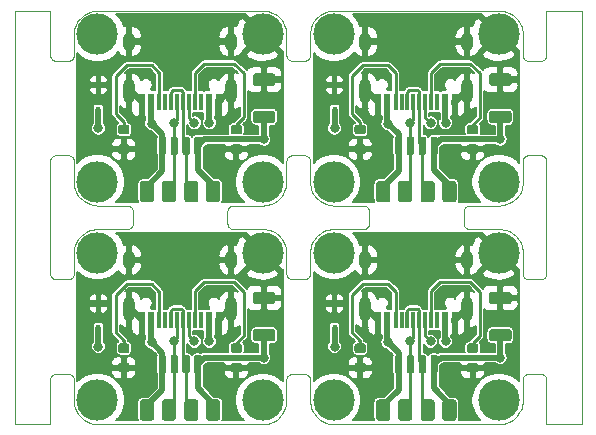
<source format=gbr>
G04 #@! TF.GenerationSoftware,KiCad,Pcbnew,5.1.5+dfsg1-2build2*
G04 #@! TF.CreationDate,2021-03-06T11:28:30+01:00*
G04 #@! TF.ProjectId,sDB_panel,7344425f-7061-46e6-956c-2e6b69636164,rev?*
G04 #@! TF.SameCoordinates,Original*
G04 #@! TF.FileFunction,Copper,L1,Top*
G04 #@! TF.FilePolarity,Positive*
%FSLAX46Y46*%
G04 Gerber Fmt 4.6, Leading zero omitted, Abs format (unit mm)*
G04 Created by KiCad (PCBNEW 5.1.5+dfsg1-2build2) date 2021-03-06 11:28:30*
%MOMM*%
%LPD*%
G04 APERTURE LIST*
G04 #@! TA.AperFunction,Profile*
%ADD10C,0.100000*%
G04 #@! TD*
G04 #@! TA.AperFunction,SMDPad,CuDef*
%ADD11C,0.350000*%
G04 #@! TD*
G04 #@! TA.AperFunction,ComponentPad*
%ADD12O,1.000000X1.600000*%
G04 #@! TD*
G04 #@! TA.AperFunction,ComponentPad*
%ADD13O,1.000000X2.100000*%
G04 #@! TD*
G04 #@! TA.AperFunction,SMDPad,CuDef*
%ADD14R,0.300000X1.450000*%
G04 #@! TD*
G04 #@! TA.AperFunction,SMDPad,CuDef*
%ADD15R,0.600000X1.450000*%
G04 #@! TD*
G04 #@! TA.AperFunction,SMDPad,CuDef*
%ADD16R,0.450000X0.600000*%
G04 #@! TD*
G04 #@! TA.AperFunction,WasherPad*
%ADD17C,3.500001*%
G04 #@! TD*
G04 #@! TA.AperFunction,ComponentPad*
%ADD18C,3.500000*%
G04 #@! TD*
G04 #@! TA.AperFunction,ViaPad*
%ADD19C,0.800000*%
G04 #@! TD*
G04 #@! TA.AperFunction,Conductor*
%ADD20C,0.254000*%
G04 #@! TD*
G04 #@! TA.AperFunction,Conductor*
%ADD21C,0.508000*%
G04 #@! TD*
G04 #@! TA.AperFunction,Conductor*
%ADD22C,0.152400*%
G04 #@! TD*
G04 APERTURE END LIST*
D10*
X47999000Y-72258800D02*
X47999000Y-62741200D01*
X48001400Y-72307000D02*
X47999000Y-72258800D01*
X48008400Y-72354600D02*
X48001400Y-72307000D01*
X48020100Y-72401200D02*
X48008400Y-72354600D01*
X48036300Y-72446500D02*
X48020100Y-72401200D01*
X48056900Y-72490000D02*
X48036300Y-72446500D01*
X48081600Y-72531200D02*
X48056900Y-72490000D01*
X48110200Y-72569900D02*
X48081600Y-72531200D01*
X48142500Y-72605500D02*
X48110200Y-72569900D01*
X48178200Y-72637800D02*
X48142500Y-72605500D01*
X48216800Y-72666400D02*
X48178200Y-72637800D01*
X48258000Y-72691100D02*
X48216800Y-72666400D01*
X48301500Y-72711700D02*
X48258000Y-72691100D01*
X48346800Y-72727900D02*
X48301500Y-72711700D01*
X48393400Y-72739600D02*
X48346800Y-72727900D01*
X48441000Y-72746600D02*
X48393400Y-72739600D01*
X48489200Y-72749000D02*
X48441000Y-72746600D01*
X49508800Y-72749000D02*
X48489200Y-72749000D01*
X49557000Y-72746600D02*
X49508800Y-72749000D01*
X49604600Y-72739600D02*
X49557000Y-72746600D01*
X49651200Y-72727900D02*
X49604600Y-72739600D01*
X49696500Y-72711700D02*
X49651200Y-72727900D01*
X49740000Y-72691100D02*
X49696500Y-72711700D01*
X49781200Y-72666400D02*
X49740000Y-72691100D01*
X49819800Y-72637800D02*
X49781200Y-72666400D01*
X49855500Y-72605500D02*
X49819800Y-72637800D01*
X49887800Y-72569900D02*
X49855500Y-72605500D01*
X49916400Y-72531200D02*
X49887800Y-72569900D01*
X49941100Y-72490000D02*
X49916400Y-72531200D01*
X49961700Y-72446500D02*
X49941100Y-72490000D01*
X49977900Y-72401200D02*
X49961700Y-72446500D01*
X49989600Y-72354600D02*
X49977900Y-72401200D01*
X49996600Y-72307000D02*
X49989600Y-72354600D01*
X49999000Y-72258800D02*
X49996600Y-72307000D01*
X49999000Y-70499800D02*
X49999000Y-72258800D01*
X50010100Y-70291100D02*
X49999000Y-70499800D01*
X50041700Y-70090500D02*
X50010100Y-70291100D01*
X50097000Y-69881900D02*
X50041700Y-70090500D01*
X50175000Y-69680300D02*
X50097000Y-69881900D01*
X50267100Y-69499800D02*
X50175000Y-69680300D01*
X50377500Y-69329400D02*
X50267100Y-69499800D01*
X50513300Y-69161000D02*
X50377500Y-69329400D01*
X50661000Y-69013300D02*
X50513300Y-69161000D01*
X50818700Y-68885300D02*
X50661000Y-69013300D01*
X50999800Y-68767100D02*
X50818700Y-68885300D01*
X51186000Y-68672300D02*
X50999800Y-68767100D01*
X51375500Y-68599300D02*
X51186000Y-68672300D01*
X51590500Y-68541700D02*
X51375500Y-68599300D01*
X51791100Y-68510100D02*
X51590500Y-68541700D01*
X52000100Y-68499000D02*
X51791100Y-68510100D01*
X54508800Y-68499000D02*
X52000100Y-68499000D01*
X54557000Y-68496600D02*
X54508800Y-68499000D01*
X54604600Y-68489600D02*
X54557000Y-68496600D01*
X54651200Y-68477900D02*
X54604600Y-68489600D01*
X54696500Y-68461700D02*
X54651200Y-68477900D01*
X54740000Y-68441100D02*
X54696500Y-68461700D01*
X54781200Y-68416400D02*
X54740000Y-68441100D01*
X54819800Y-68387800D02*
X54781200Y-68416400D01*
X54855500Y-68355500D02*
X54819800Y-68387800D01*
X54887800Y-68319800D02*
X54855500Y-68355500D01*
X54916400Y-68281200D02*
X54887800Y-68319800D01*
X54941100Y-68240000D02*
X54916400Y-68281200D01*
X54961700Y-68196500D02*
X54941100Y-68240000D01*
X54977900Y-68151200D02*
X54961700Y-68196500D01*
X54989600Y-68104600D02*
X54977900Y-68151200D01*
X54996600Y-68057000D02*
X54989600Y-68104600D01*
X54999000Y-68008800D02*
X54996600Y-68057000D01*
X54999000Y-66991200D02*
X54999000Y-68008800D01*
X54996600Y-66943000D02*
X54999000Y-66991200D01*
X54989600Y-66895400D02*
X54996600Y-66943000D01*
X54977900Y-66848800D02*
X54989600Y-66895400D01*
X54961700Y-66803500D02*
X54977900Y-66848800D01*
X54941100Y-66760000D02*
X54961700Y-66803500D01*
X54916400Y-66718800D02*
X54941100Y-66760000D01*
X54887800Y-66680200D02*
X54916400Y-66718800D01*
X54855500Y-66644500D02*
X54887800Y-66680200D01*
X54819800Y-66612200D02*
X54855500Y-66644500D01*
X54781200Y-66583600D02*
X54819800Y-66612200D01*
X54740000Y-66558900D02*
X54781200Y-66583600D01*
X54696500Y-66538300D02*
X54740000Y-66558900D01*
X54651200Y-66522100D02*
X54696500Y-66538300D01*
X54604600Y-66510400D02*
X54651200Y-66522100D01*
X54557000Y-66503400D02*
X54604600Y-66510400D01*
X54508800Y-66501000D02*
X54557000Y-66503400D01*
X52003200Y-66501000D02*
X54508800Y-66501000D01*
X51797200Y-66490400D02*
X52003200Y-66501000D01*
X51584200Y-66457200D02*
X51797200Y-66490400D01*
X51381900Y-66403000D02*
X51584200Y-66457200D01*
X51186400Y-66327900D02*
X51381900Y-66403000D01*
X50999300Y-66232600D02*
X51186400Y-66327900D01*
X50824100Y-66118800D02*
X50999300Y-66232600D01*
X50661400Y-65987100D02*
X50824100Y-66118800D01*
X50513300Y-65839000D02*
X50661400Y-65987100D01*
X50385300Y-65681300D02*
X50513300Y-65839000D01*
X50264100Y-65494600D02*
X50385300Y-65681300D01*
X50172000Y-65313500D02*
X50264100Y-65494600D01*
X50095300Y-65112200D02*
X50172000Y-65313500D01*
X50042900Y-64916200D02*
X50095300Y-65112200D01*
X50011000Y-64715700D02*
X50042900Y-64916200D01*
X49999200Y-64503200D02*
X50011000Y-64715700D01*
X49999000Y-62741200D02*
X49999200Y-64503200D01*
X49996600Y-62693000D02*
X49999000Y-62741200D01*
X49989600Y-62645400D02*
X49996600Y-62693000D01*
X49977900Y-62598800D02*
X49989600Y-62645400D01*
X49961700Y-62553500D02*
X49977900Y-62598800D01*
X49941100Y-62510000D02*
X49961700Y-62553500D01*
X49916400Y-62468800D02*
X49941100Y-62510000D01*
X49887800Y-62430200D02*
X49916400Y-62468800D01*
X49855500Y-62394500D02*
X49887800Y-62430200D01*
X49819800Y-62362200D02*
X49855500Y-62394500D01*
X49781200Y-62333600D02*
X49819800Y-62362200D01*
X49740000Y-62308900D02*
X49781200Y-62333600D01*
X49696500Y-62288300D02*
X49740000Y-62308900D01*
X49651200Y-62272100D02*
X49696500Y-62288300D01*
X49604600Y-62260400D02*
X49651200Y-62272100D01*
X49557000Y-62253400D02*
X49604600Y-62260400D01*
X49508800Y-62251000D02*
X49557000Y-62253400D01*
X48489200Y-62251000D02*
X49508800Y-62251000D01*
X48441000Y-62253400D02*
X48489200Y-62251000D01*
X48393400Y-62260400D02*
X48441000Y-62253400D01*
X48346800Y-62272100D02*
X48393400Y-62260400D01*
X48301500Y-62288300D02*
X48346800Y-62272100D01*
X48258000Y-62308900D02*
X48301500Y-62288300D01*
X48216800Y-62333600D02*
X48258000Y-62308900D01*
X48178200Y-62362200D02*
X48216800Y-62333600D01*
X48142500Y-62394500D02*
X48178200Y-62362200D01*
X48110200Y-62430200D02*
X48142500Y-62394500D01*
X48081600Y-62468800D02*
X48110200Y-62430200D01*
X48056900Y-62510000D02*
X48081600Y-62468800D01*
X48036300Y-62553500D02*
X48056900Y-62510000D01*
X48020100Y-62598800D02*
X48036300Y-62553500D01*
X48008400Y-62645400D02*
X48020100Y-62598800D01*
X48001400Y-62693000D02*
X48008400Y-62645400D01*
X47999000Y-62741200D02*
X48001400Y-62693000D01*
X65996700Y-68499000D02*
X63491200Y-68499000D01*
X66208900Y-68510100D02*
X65996700Y-68499000D01*
X66416300Y-68543000D02*
X66208900Y-68510100D01*
X66624500Y-68599300D02*
X66416300Y-68543000D01*
X66813600Y-68672100D02*
X66624500Y-68599300D01*
X66994600Y-68764100D02*
X66813600Y-68672100D01*
X67175900Y-68881200D02*
X66994600Y-68764100D01*
X67338600Y-69013000D02*
X67175900Y-68881200D01*
X67482400Y-69156400D02*
X67338600Y-69013000D01*
X67622400Y-69329400D02*
X67482400Y-69156400D01*
X67732900Y-69499800D02*
X67622400Y-69329400D01*
X67827700Y-69686000D02*
X67732900Y-69499800D01*
X67902800Y-69881500D02*
X67827700Y-69686000D01*
X67955600Y-70077800D02*
X67902800Y-69881500D01*
X67989800Y-70290600D02*
X67955600Y-70077800D01*
X68001000Y-70500100D02*
X67989800Y-70290600D01*
X68001000Y-72258800D02*
X68001000Y-70500100D01*
X68003400Y-72307000D02*
X68001000Y-72258800D01*
X68010400Y-72354600D02*
X68003400Y-72307000D01*
X68022100Y-72401200D02*
X68010400Y-72354600D01*
X68038300Y-72446500D02*
X68022100Y-72401200D01*
X68058900Y-72490000D02*
X68038300Y-72446500D01*
X68083600Y-72531200D02*
X68058900Y-72490000D01*
X68112200Y-72569900D02*
X68083600Y-72531200D01*
X68144500Y-72605500D02*
X68112200Y-72569900D01*
X68180200Y-72637800D02*
X68144500Y-72605500D01*
X68218800Y-72666400D02*
X68180200Y-72637800D01*
X68260000Y-72691100D02*
X68218800Y-72666400D01*
X68303500Y-72711700D02*
X68260000Y-72691100D01*
X68348800Y-72727900D02*
X68303500Y-72711700D01*
X68395400Y-72739600D02*
X68348800Y-72727900D01*
X68443000Y-72746600D02*
X68395400Y-72739600D01*
X68491200Y-72749000D02*
X68443000Y-72746600D01*
X69508800Y-72749000D02*
X68491200Y-72749000D01*
X69557000Y-72746600D02*
X69508800Y-72749000D01*
X69604600Y-72739600D02*
X69557000Y-72746600D01*
X69651200Y-72727900D02*
X69604600Y-72739600D01*
X69696500Y-72711700D02*
X69651200Y-72727900D01*
X69740000Y-72691100D02*
X69696500Y-72711700D01*
X69781200Y-72666400D02*
X69740000Y-72691100D01*
X69819900Y-72637800D02*
X69781200Y-72666400D01*
X69855500Y-72605500D02*
X69819900Y-72637800D01*
X69887800Y-72569900D02*
X69855500Y-72605500D01*
X69916400Y-72531200D02*
X69887800Y-72569900D01*
X69941100Y-72490000D02*
X69916400Y-72531200D01*
X69961700Y-72446500D02*
X69941100Y-72490000D01*
X69977900Y-72401200D02*
X69961700Y-72446500D01*
X69989600Y-72354600D02*
X69977900Y-72401200D01*
X69996600Y-72307000D02*
X69989600Y-72354600D01*
X69999000Y-72258800D02*
X69996600Y-72307000D01*
X69999100Y-70499800D02*
X69999000Y-72258800D01*
X70010100Y-70291100D02*
X69999100Y-70499800D01*
X70041700Y-70090500D02*
X70010100Y-70291100D01*
X70097000Y-69881900D02*
X70041700Y-70090500D01*
X70175000Y-69680300D02*
X70097000Y-69881900D01*
X70267100Y-69499800D02*
X70175000Y-69680300D01*
X70377600Y-69329400D02*
X70267100Y-69499800D01*
X70513300Y-69161000D02*
X70377600Y-69329400D01*
X70661000Y-69013300D02*
X70513300Y-69161000D01*
X70818700Y-68885300D02*
X70661000Y-69013300D01*
X70999800Y-68767100D02*
X70818700Y-68885300D01*
X71186000Y-68672300D02*
X70999800Y-68767100D01*
X71375500Y-68599300D02*
X71186000Y-68672300D01*
X71590500Y-68541700D02*
X71375500Y-68599300D01*
X71791200Y-68510100D02*
X71590500Y-68541700D01*
X72000100Y-68499000D02*
X71791200Y-68510100D01*
X74508800Y-68499000D02*
X72000100Y-68499000D01*
X74557000Y-68496600D02*
X74508800Y-68499000D01*
X74604600Y-68489600D02*
X74557000Y-68496600D01*
X74651200Y-68477900D02*
X74604600Y-68489600D01*
X74696500Y-68461700D02*
X74651200Y-68477900D01*
X74740000Y-68441100D02*
X74696500Y-68461700D01*
X74781200Y-68416400D02*
X74740000Y-68441100D01*
X74819900Y-68387800D02*
X74781200Y-68416400D01*
X74855500Y-68355500D02*
X74819900Y-68387800D01*
X74887800Y-68319800D02*
X74855500Y-68355500D01*
X74916400Y-68281200D02*
X74887800Y-68319800D01*
X74941100Y-68240000D02*
X74916400Y-68281200D01*
X74961700Y-68196500D02*
X74941100Y-68240000D01*
X74977900Y-68151200D02*
X74961700Y-68196500D01*
X74989600Y-68104600D02*
X74977900Y-68151200D01*
X74996600Y-68057000D02*
X74989600Y-68104600D01*
X74999000Y-68008800D02*
X74996600Y-68057000D01*
X74999000Y-66991200D02*
X74999000Y-68008800D01*
X74996600Y-66943000D02*
X74999000Y-66991200D01*
X74989600Y-66895400D02*
X74996600Y-66943000D01*
X74977900Y-66848800D02*
X74989600Y-66895400D01*
X74961700Y-66803500D02*
X74977900Y-66848800D01*
X74941100Y-66760000D02*
X74961700Y-66803500D01*
X74916400Y-66718800D02*
X74941100Y-66760000D01*
X74887800Y-66680200D02*
X74916400Y-66718800D01*
X74855500Y-66644500D02*
X74887800Y-66680200D01*
X74819900Y-66612200D02*
X74855500Y-66644500D01*
X74781200Y-66583600D02*
X74819900Y-66612200D01*
X74740000Y-66558900D02*
X74781200Y-66583600D01*
X74696500Y-66538300D02*
X74740000Y-66558900D01*
X74651200Y-66522100D02*
X74696500Y-66538300D01*
X74604600Y-66510400D02*
X74651200Y-66522100D01*
X74557000Y-66503400D02*
X74604600Y-66510400D01*
X74508800Y-66501000D02*
X74557000Y-66503400D01*
X72003200Y-66501000D02*
X74508800Y-66501000D01*
X71791100Y-66489900D02*
X72003200Y-66501000D01*
X71583700Y-66457000D02*
X71791100Y-66489900D01*
X71375500Y-66400700D02*
X71583700Y-66457000D01*
X71186400Y-66327900D02*
X71375500Y-66400700D01*
X71005400Y-66235900D02*
X71186400Y-66327900D01*
X70824100Y-66118800D02*
X71005400Y-66235900D01*
X70661400Y-65987100D02*
X70824100Y-66118800D01*
X70517700Y-65843600D02*
X70661400Y-65987100D01*
X70377600Y-65670600D02*
X70517700Y-65843600D01*
X70267100Y-65500200D02*
X70377600Y-65670600D01*
X70172300Y-65314000D02*
X70267100Y-65500200D01*
X70097200Y-65118500D02*
X70172300Y-65314000D01*
X70044400Y-64922200D02*
X70097200Y-65118500D01*
X70010200Y-64709400D02*
X70044400Y-64922200D01*
X69999000Y-64499900D02*
X70010200Y-64709400D01*
X69999000Y-62741200D02*
X69999000Y-64499900D01*
X69996600Y-62693000D02*
X69999000Y-62741200D01*
X69989600Y-62645400D02*
X69996600Y-62693000D01*
X69977900Y-62598800D02*
X69989600Y-62645400D01*
X69961700Y-62553500D02*
X69977900Y-62598800D01*
X69941100Y-62510000D02*
X69961700Y-62553500D01*
X69916400Y-62468800D02*
X69941100Y-62510000D01*
X69887800Y-62430200D02*
X69916400Y-62468800D01*
X69855500Y-62394500D02*
X69887800Y-62430200D01*
X69819800Y-62362200D02*
X69855500Y-62394500D01*
X69781200Y-62333600D02*
X69819800Y-62362200D01*
X69740000Y-62308900D02*
X69781200Y-62333600D01*
X69696500Y-62288300D02*
X69740000Y-62308900D01*
X69651200Y-62272100D02*
X69696500Y-62288300D01*
X69604600Y-62260400D02*
X69651200Y-62272100D01*
X69557000Y-62253400D02*
X69604600Y-62260400D01*
X69508800Y-62251000D02*
X69557000Y-62253400D01*
X68491200Y-62251000D02*
X69508800Y-62251000D01*
X68443000Y-62253400D02*
X68491200Y-62251000D01*
X68395400Y-62260400D02*
X68443000Y-62253400D01*
X68348800Y-62272100D02*
X68395400Y-62260400D01*
X68303500Y-62288300D02*
X68348800Y-62272100D01*
X68260000Y-62308900D02*
X68303500Y-62288300D01*
X68218800Y-62333600D02*
X68260000Y-62308900D01*
X68180200Y-62362200D02*
X68218800Y-62333600D01*
X68144500Y-62394500D02*
X68180200Y-62362200D01*
X68112200Y-62430200D02*
X68144500Y-62394500D01*
X68083600Y-62468800D02*
X68112200Y-62430200D01*
X68058900Y-62510000D02*
X68083600Y-62468800D01*
X68038300Y-62553500D02*
X68058900Y-62510000D01*
X68022100Y-62598800D02*
X68038300Y-62553500D01*
X68010400Y-62645400D02*
X68022100Y-62598800D01*
X68003400Y-62693000D02*
X68010400Y-62645400D01*
X68001000Y-62741200D02*
X68003400Y-62693000D01*
X68001000Y-64496800D02*
X68001000Y-62741200D01*
X67989800Y-64709400D02*
X68001000Y-64496800D01*
X67955600Y-64922400D02*
X67989800Y-64709400D01*
X67903000Y-65118100D02*
X67955600Y-64922400D01*
X67830400Y-65307700D02*
X67903000Y-65118100D01*
X67732900Y-65500200D02*
X67830400Y-65307700D01*
X67614700Y-65681300D02*
X67732900Y-65500200D01*
X67486700Y-65839000D02*
X67614700Y-65681300D01*
X67339000Y-65986700D02*
X67486700Y-65839000D01*
X67176200Y-66118600D02*
X67339000Y-65986700D01*
X67006100Y-66229300D02*
X67176200Y-66118600D01*
X66807700Y-66330400D02*
X67006100Y-66229300D01*
X66618000Y-66403000D02*
X66807700Y-66330400D01*
X66415700Y-66457200D02*
X66618000Y-66403000D01*
X66209400Y-66489800D02*
X66415700Y-66457200D01*
X65999900Y-66501000D02*
X66209400Y-66489800D01*
X63491200Y-66501000D02*
X65999900Y-66501000D01*
X63443000Y-66503400D02*
X63491200Y-66501000D01*
X63395400Y-66510400D02*
X63443000Y-66503400D01*
X63348800Y-66522100D02*
X63395400Y-66510400D01*
X63303500Y-66538300D02*
X63348800Y-66522100D01*
X63260000Y-66558900D02*
X63303500Y-66538300D01*
X63218800Y-66583600D02*
X63260000Y-66558900D01*
X63180200Y-66612200D02*
X63218800Y-66583600D01*
X63144500Y-66644500D02*
X63180200Y-66612200D01*
X63112200Y-66680200D02*
X63144500Y-66644500D01*
X63083600Y-66718800D02*
X63112200Y-66680200D01*
X63058900Y-66760000D02*
X63083600Y-66718800D01*
X63038300Y-66803500D02*
X63058900Y-66760000D01*
X63022100Y-66848800D02*
X63038300Y-66803500D01*
X63010400Y-66895400D02*
X63022100Y-66848800D01*
X63003400Y-66943000D02*
X63010400Y-66895400D01*
X63001000Y-66991200D02*
X63003400Y-66943000D01*
X63001000Y-68008800D02*
X63001000Y-66991200D01*
X63003400Y-68057000D02*
X63001000Y-68008800D01*
X63010400Y-68104600D02*
X63003400Y-68057000D01*
X63022100Y-68151200D02*
X63010400Y-68104600D01*
X63038300Y-68196500D02*
X63022100Y-68151200D01*
X63058900Y-68240000D02*
X63038300Y-68196500D01*
X63083600Y-68281200D02*
X63058900Y-68240000D01*
X63112200Y-68319900D02*
X63083600Y-68281200D01*
X63144500Y-68355500D02*
X63112200Y-68319900D01*
X63180200Y-68387800D02*
X63144500Y-68355500D01*
X63218800Y-68416400D02*
X63180200Y-68387800D01*
X63260000Y-68441100D02*
X63218800Y-68416400D01*
X63303500Y-68461700D02*
X63260000Y-68441100D01*
X63348800Y-68477900D02*
X63303500Y-68461700D01*
X63395400Y-68489600D02*
X63348800Y-68477900D01*
X63443000Y-68496600D02*
X63395400Y-68489600D01*
X63491200Y-68499000D02*
X63443000Y-68496600D01*
X90000000Y-62741200D02*
X90000000Y-72258800D01*
X89997600Y-62693000D02*
X90000000Y-62741200D01*
X89990600Y-62645400D02*
X89997600Y-62693000D01*
X89978900Y-62598800D02*
X89990600Y-62645400D01*
X89962700Y-62553500D02*
X89978900Y-62598800D01*
X89942100Y-62510000D02*
X89962700Y-62553500D01*
X89917400Y-62468800D02*
X89942100Y-62510000D01*
X89888800Y-62430200D02*
X89917400Y-62468800D01*
X89856500Y-62394500D02*
X89888800Y-62430200D01*
X89820900Y-62362200D02*
X89856500Y-62394500D01*
X89782200Y-62333600D02*
X89820900Y-62362200D01*
X89741000Y-62308900D02*
X89782200Y-62333600D01*
X89697500Y-62288300D02*
X89741000Y-62308900D01*
X89652300Y-62272100D02*
X89697500Y-62288300D01*
X89605600Y-62260400D02*
X89652300Y-62272100D01*
X89558000Y-62253400D02*
X89605600Y-62260400D01*
X89509800Y-62251000D02*
X89558000Y-62253400D01*
X88491300Y-62251000D02*
X89509800Y-62251000D01*
X88443000Y-62253400D02*
X88491300Y-62251000D01*
X88395400Y-62260400D02*
X88443000Y-62253400D01*
X88348800Y-62272100D02*
X88395400Y-62260400D01*
X88303500Y-62288300D02*
X88348800Y-62272100D01*
X88260000Y-62308900D02*
X88303500Y-62288300D01*
X88218800Y-62333600D02*
X88260000Y-62308900D01*
X88180200Y-62362200D02*
X88218800Y-62333600D01*
X88144500Y-62394500D02*
X88180200Y-62362200D01*
X88112200Y-62430200D02*
X88144500Y-62394500D01*
X88083600Y-62468800D02*
X88112200Y-62430200D01*
X88058900Y-62510000D02*
X88083600Y-62468800D01*
X88038300Y-62553500D02*
X88058900Y-62510000D01*
X88022100Y-62598800D02*
X88038300Y-62553500D01*
X88010400Y-62645400D02*
X88022100Y-62598800D01*
X88003400Y-62693000D02*
X88010400Y-62645400D01*
X88001000Y-62741200D02*
X88003400Y-62693000D01*
X88001000Y-64500200D02*
X88001000Y-62741200D01*
X87989900Y-64708900D02*
X88001000Y-64500200D01*
X87958300Y-64909500D02*
X87989900Y-64708900D01*
X87903000Y-65118100D02*
X87958300Y-64909500D01*
X87825000Y-65319800D02*
X87903000Y-65118100D01*
X87732900Y-65500200D02*
X87825000Y-65319800D01*
X87622500Y-65670600D02*
X87732900Y-65500200D01*
X87486700Y-65839000D02*
X87622500Y-65670600D01*
X87339000Y-65986700D02*
X87486700Y-65839000D01*
X87181300Y-66114700D02*
X87339000Y-65986700D01*
X87000200Y-66232900D02*
X87181300Y-66114700D01*
X86814000Y-66327700D02*
X87000200Y-66232900D01*
X86624500Y-66400700D02*
X86814000Y-66327700D01*
X86409500Y-66458300D02*
X86624500Y-66400700D01*
X86208900Y-66489900D02*
X86409500Y-66458300D01*
X85999900Y-66501000D02*
X86208900Y-66489900D01*
X83491300Y-66501000D02*
X85999900Y-66501000D01*
X83443000Y-66503400D02*
X83491300Y-66501000D01*
X83395400Y-66510400D02*
X83443000Y-66503400D01*
X83348800Y-66522100D02*
X83395400Y-66510400D01*
X83303500Y-66538300D02*
X83348800Y-66522100D01*
X83260000Y-66558900D02*
X83303500Y-66538300D01*
X83218800Y-66583600D02*
X83260000Y-66558900D01*
X83180200Y-66612200D02*
X83218800Y-66583600D01*
X83144500Y-66644500D02*
X83180200Y-66612200D01*
X83112200Y-66680200D02*
X83144500Y-66644500D01*
X83083600Y-66718800D02*
X83112200Y-66680200D01*
X83058900Y-66760000D02*
X83083600Y-66718800D01*
X83038300Y-66803500D02*
X83058900Y-66760000D01*
X83022100Y-66848800D02*
X83038300Y-66803500D01*
X83010400Y-66895400D02*
X83022100Y-66848800D01*
X83003400Y-66943000D02*
X83010400Y-66895400D01*
X83001000Y-66991200D02*
X83003400Y-66943000D01*
X83001000Y-68008800D02*
X83001000Y-66991200D01*
X83003400Y-68057000D02*
X83001000Y-68008800D01*
X83010400Y-68104600D02*
X83003400Y-68057000D01*
X83022100Y-68151200D02*
X83010400Y-68104600D01*
X83038300Y-68196500D02*
X83022100Y-68151200D01*
X83058900Y-68240000D02*
X83038300Y-68196500D01*
X83083600Y-68281200D02*
X83058900Y-68240000D01*
X83112200Y-68319900D02*
X83083600Y-68281200D01*
X83144500Y-68355500D02*
X83112200Y-68319900D01*
X83180200Y-68387800D02*
X83144500Y-68355500D01*
X83218800Y-68416400D02*
X83180200Y-68387800D01*
X83260000Y-68441100D02*
X83218800Y-68416400D01*
X83303500Y-68461700D02*
X83260000Y-68441100D01*
X83348800Y-68477900D02*
X83303500Y-68461700D01*
X83395400Y-68489600D02*
X83348800Y-68477900D01*
X83443000Y-68496600D02*
X83395400Y-68489600D01*
X83491300Y-68499000D02*
X83443000Y-68496600D01*
X85996900Y-68499000D02*
X83491300Y-68499000D01*
X86202800Y-68509600D02*
X85996900Y-68499000D01*
X86415800Y-68542900D02*
X86202800Y-68509600D01*
X86618100Y-68597000D02*
X86415800Y-68542900D01*
X86813600Y-68672100D02*
X86618100Y-68597000D01*
X87000700Y-68767400D02*
X86813600Y-68672100D01*
X87175900Y-68881200D02*
X87000700Y-68767400D01*
X87338600Y-69013000D02*
X87175900Y-68881200D01*
X87486800Y-69161000D02*
X87338600Y-69013000D01*
X87614700Y-69318700D02*
X87486800Y-69161000D01*
X87735900Y-69505400D02*
X87614700Y-69318700D01*
X87828000Y-69686500D02*
X87735900Y-69505400D01*
X87904700Y-69887800D02*
X87828000Y-69686500D01*
X87957100Y-70083800D02*
X87904700Y-69887800D01*
X87989000Y-70284300D02*
X87957100Y-70083800D01*
X88000800Y-70496800D02*
X87989000Y-70284300D01*
X88001000Y-72258800D02*
X88000800Y-70496800D01*
X88003400Y-72307000D02*
X88001000Y-72258800D01*
X88010400Y-72354600D02*
X88003400Y-72307000D01*
X88022100Y-72401200D02*
X88010400Y-72354600D01*
X88038300Y-72446500D02*
X88022100Y-72401200D01*
X88058900Y-72490000D02*
X88038300Y-72446500D01*
X88083600Y-72531200D02*
X88058900Y-72490000D01*
X88112200Y-72569900D02*
X88083600Y-72531200D01*
X88144500Y-72605500D02*
X88112200Y-72569900D01*
X88180200Y-72637800D02*
X88144500Y-72605500D01*
X88218800Y-72666400D02*
X88180200Y-72637800D01*
X88260000Y-72691100D02*
X88218800Y-72666400D01*
X88303500Y-72711700D02*
X88260000Y-72691100D01*
X88348800Y-72727900D02*
X88303500Y-72711700D01*
X88395400Y-72739600D02*
X88348800Y-72727900D01*
X88443000Y-72746600D02*
X88395400Y-72739600D01*
X88491200Y-72749000D02*
X88443000Y-72746600D01*
X89509800Y-72749000D02*
X88491200Y-72749000D01*
X89558000Y-72746600D02*
X89509800Y-72749000D01*
X89605600Y-72739600D02*
X89558000Y-72746600D01*
X89652300Y-72727900D02*
X89605600Y-72739600D01*
X89697500Y-72711700D02*
X89652300Y-72727900D01*
X89741000Y-72691100D02*
X89697500Y-72711700D01*
X89782200Y-72666400D02*
X89741000Y-72691100D01*
X89820900Y-72637800D02*
X89782200Y-72666400D01*
X89856500Y-72605500D02*
X89820900Y-72637800D01*
X89888800Y-72569900D02*
X89856500Y-72605500D01*
X89917400Y-72531200D02*
X89888800Y-72569900D01*
X89942100Y-72490000D02*
X89917400Y-72531200D01*
X89962700Y-72446500D02*
X89942100Y-72490000D01*
X89978900Y-72401200D02*
X89962700Y-72446500D01*
X89990600Y-72354600D02*
X89978900Y-72401200D01*
X89997600Y-72307000D02*
X89990600Y-72354600D01*
X90000000Y-72258800D02*
X89997600Y-72307000D01*
X47986700Y-49999000D02*
X45009600Y-49999100D01*
X47992300Y-49999700D02*
X47986700Y-49999000D01*
X47996900Y-50003100D02*
X47992300Y-49999700D01*
X47999000Y-50011300D02*
X47996900Y-50003100D01*
X47999000Y-53758800D02*
X47999000Y-50011300D01*
X48001400Y-53807000D02*
X47999000Y-53758800D01*
X48008400Y-53854600D02*
X48001400Y-53807000D01*
X48020100Y-53901200D02*
X48008400Y-53854600D01*
X48036300Y-53946500D02*
X48020100Y-53901200D01*
X48056900Y-53990000D02*
X48036300Y-53946500D01*
X48081600Y-54031200D02*
X48056900Y-53990000D01*
X48110200Y-54069800D02*
X48081600Y-54031200D01*
X48142500Y-54105500D02*
X48110200Y-54069800D01*
X48178200Y-54137800D02*
X48142500Y-54105500D01*
X48216800Y-54166400D02*
X48178200Y-54137800D01*
X48258000Y-54191100D02*
X48216800Y-54166400D01*
X48301500Y-54211700D02*
X48258000Y-54191100D01*
X48346800Y-54227900D02*
X48301500Y-54211700D01*
X48393400Y-54239600D02*
X48346800Y-54227900D01*
X48441000Y-54246600D02*
X48393400Y-54239600D01*
X48489200Y-54249000D02*
X48441000Y-54246600D01*
X49508800Y-54249000D02*
X48489200Y-54249000D01*
X49557000Y-54246600D02*
X49508800Y-54249000D01*
X49604600Y-54239600D02*
X49557000Y-54246600D01*
X49651200Y-54227900D02*
X49604600Y-54239600D01*
X49696500Y-54211700D02*
X49651200Y-54227900D01*
X49740000Y-54191100D02*
X49696500Y-54211700D01*
X49781200Y-54166400D02*
X49740000Y-54191100D01*
X49819800Y-54137800D02*
X49781200Y-54166400D01*
X49855500Y-54105500D02*
X49819800Y-54137800D01*
X49887800Y-54069800D02*
X49855500Y-54105500D01*
X49916400Y-54031200D02*
X49887800Y-54069800D01*
X49941100Y-53990000D02*
X49916400Y-54031200D01*
X49961700Y-53946500D02*
X49941100Y-53990000D01*
X49977900Y-53901200D02*
X49961700Y-53946500D01*
X49989600Y-53854600D02*
X49977900Y-53901200D01*
X49996600Y-53807000D02*
X49989600Y-53854600D01*
X49999000Y-53758800D02*
X49996600Y-53807000D01*
X49999000Y-52003200D02*
X49999000Y-53758800D01*
X50010100Y-51791100D02*
X49999000Y-52003200D01*
X50042900Y-51584200D02*
X50010100Y-51791100D01*
X50095200Y-51388100D02*
X50042900Y-51584200D01*
X50172300Y-51185900D02*
X50095200Y-51388100D01*
X50270700Y-50994000D02*
X50172300Y-51185900D01*
X50381200Y-50824100D02*
X50270700Y-50994000D01*
X50508800Y-50666200D02*
X50381200Y-50824100D01*
X50661000Y-50513300D02*
X50508800Y-50666200D01*
X50824200Y-50381100D02*
X50661000Y-50513300D01*
X51005400Y-50264100D02*
X50824200Y-50381100D01*
X51186000Y-50172300D02*
X51005400Y-50264100D01*
X51375500Y-50099300D02*
X51186000Y-50172300D01*
X51583800Y-50042900D02*
X51375500Y-50099300D01*
X51791100Y-50010100D02*
X51583800Y-50042900D01*
X52003300Y-49999000D02*
X51791100Y-50010100D01*
X65996700Y-49999000D02*
X52003300Y-49999000D01*
X66209400Y-50010200D02*
X65996700Y-49999000D01*
X66422200Y-50044400D02*
X66209400Y-50010200D01*
X66618600Y-50097200D02*
X66422200Y-50044400D01*
X66814100Y-50172300D02*
X66618600Y-50097200D01*
X67000700Y-50267400D02*
X66814100Y-50172300D01*
X67181300Y-50385300D02*
X67000700Y-50267400D01*
X67343600Y-50517600D02*
X67181300Y-50385300D01*
X67486700Y-50661000D02*
X67343600Y-50517600D01*
X67614700Y-50818700D02*
X67486700Y-50661000D01*
X67732600Y-50999400D02*
X67614700Y-50818700D01*
X67825100Y-51180500D02*
X67732600Y-50999400D01*
X67904800Y-51388000D02*
X67825100Y-51180500D01*
X67957200Y-51584300D02*
X67904800Y-51388000D01*
X67990400Y-51797200D02*
X67957200Y-51584300D01*
X68001000Y-52003100D02*
X67990400Y-51797200D01*
X68001000Y-53758800D02*
X68001000Y-52003100D01*
X68003400Y-53807000D02*
X68001000Y-53758800D01*
X68010400Y-53854600D02*
X68003400Y-53807000D01*
X68022100Y-53901200D02*
X68010400Y-53854600D01*
X68038300Y-53946500D02*
X68022100Y-53901200D01*
X68058900Y-53990000D02*
X68038300Y-53946500D01*
X68083600Y-54031200D02*
X68058900Y-53990000D01*
X68112200Y-54069800D02*
X68083600Y-54031200D01*
X68144500Y-54105500D02*
X68112200Y-54069800D01*
X68180200Y-54137800D02*
X68144500Y-54105500D01*
X68218800Y-54166400D02*
X68180200Y-54137800D01*
X68260000Y-54191100D02*
X68218800Y-54166400D01*
X68303500Y-54211700D02*
X68260000Y-54191100D01*
X68348800Y-54227900D02*
X68303500Y-54211700D01*
X68395400Y-54239600D02*
X68348800Y-54227900D01*
X68443000Y-54246600D02*
X68395400Y-54239600D01*
X68491200Y-54249000D02*
X68443000Y-54246600D01*
X69508800Y-54249000D02*
X68491200Y-54249000D01*
X69557000Y-54246600D02*
X69508800Y-54249000D01*
X69604600Y-54239600D02*
X69557000Y-54246600D01*
X69651200Y-54227900D02*
X69604600Y-54239600D01*
X69696500Y-54211700D02*
X69651200Y-54227900D01*
X69740000Y-54191100D02*
X69696500Y-54211700D01*
X69781200Y-54166400D02*
X69740000Y-54191100D01*
X69819900Y-54137800D02*
X69781200Y-54166400D01*
X69855500Y-54105500D02*
X69819900Y-54137800D01*
X69887800Y-54069800D02*
X69855500Y-54105500D01*
X69916400Y-54031200D02*
X69887800Y-54069800D01*
X69941100Y-53990000D02*
X69916400Y-54031200D01*
X69961700Y-53946500D02*
X69941100Y-53990000D01*
X69977900Y-53901200D02*
X69961700Y-53946500D01*
X69989600Y-53854600D02*
X69977900Y-53901200D01*
X69996600Y-53807000D02*
X69989600Y-53854600D01*
X69999000Y-53758800D02*
X69996600Y-53807000D01*
X69999000Y-52003300D02*
X69999000Y-53758800D01*
X70010100Y-51791100D02*
X69999000Y-52003300D01*
X70044400Y-51577600D02*
X70010100Y-51791100D01*
X70097200Y-51381400D02*
X70044400Y-51577600D01*
X70172100Y-51186400D02*
X70097200Y-51381400D01*
X70267100Y-50999800D02*
X70172100Y-51186400D01*
X70381500Y-50823700D02*
X70267100Y-50999800D01*
X70513300Y-50661000D02*
X70381500Y-50823700D01*
X70666200Y-50508800D02*
X70513300Y-50661000D01*
X70829400Y-50377600D02*
X70666200Y-50508800D01*
X70999400Y-50267400D02*
X70829400Y-50377600D01*
X71180200Y-50175000D02*
X70999400Y-50267400D01*
X71381500Y-50097200D02*
X71180200Y-50175000D01*
X71583800Y-50042900D02*
X71381500Y-50097200D01*
X71791200Y-50010100D02*
X71583800Y-50042900D01*
X72003300Y-49999000D02*
X71791200Y-50010100D01*
X85996700Y-49999000D02*
X72003300Y-49999000D01*
X86209400Y-50010200D02*
X85996700Y-49999000D01*
X86422400Y-50044400D02*
X86209400Y-50010200D01*
X86618100Y-50097000D02*
X86422400Y-50044400D01*
X86807700Y-50169600D02*
X86618100Y-50097000D01*
X87000200Y-50267100D02*
X86807700Y-50169600D01*
X87175900Y-50381200D02*
X87000200Y-50267100D01*
X87339000Y-50513300D02*
X87175900Y-50381200D01*
X87491200Y-50666200D02*
X87339000Y-50513300D01*
X87618600Y-50823800D02*
X87491200Y-50666200D01*
X87729300Y-50993900D02*
X87618600Y-50823800D01*
X87827800Y-51186000D02*
X87729300Y-50993900D01*
X87902800Y-51381500D02*
X87827800Y-51186000D01*
X87955600Y-51577600D02*
X87902800Y-51381500D01*
X87989900Y-51791100D02*
X87955600Y-51577600D01*
X88001000Y-52003100D02*
X87989900Y-51791100D01*
X88001000Y-53758800D02*
X88001000Y-52003100D01*
X88003400Y-53807000D02*
X88001000Y-53758800D01*
X88010400Y-53854600D02*
X88003400Y-53807000D01*
X88022100Y-53901200D02*
X88010400Y-53854600D01*
X88038300Y-53946500D02*
X88022100Y-53901200D01*
X88058900Y-53990000D02*
X88038300Y-53946500D01*
X88083600Y-54031200D02*
X88058900Y-53990000D01*
X88112200Y-54069800D02*
X88083600Y-54031200D01*
X88144500Y-54105500D02*
X88112200Y-54069800D01*
X88180200Y-54137800D02*
X88144500Y-54105500D01*
X88218800Y-54166400D02*
X88180200Y-54137800D01*
X88260000Y-54191100D02*
X88218800Y-54166400D01*
X88303500Y-54211700D02*
X88260000Y-54191100D01*
X88348800Y-54227900D02*
X88303500Y-54211700D01*
X88395400Y-54239600D02*
X88348800Y-54227900D01*
X88443000Y-54246600D02*
X88395400Y-54239600D01*
X88491200Y-54249000D02*
X88443000Y-54246600D01*
X89509800Y-54249000D02*
X88491200Y-54249000D01*
X89558000Y-54246600D02*
X89509800Y-54249000D01*
X89605600Y-54239600D02*
X89558000Y-54246600D01*
X89652300Y-54227900D02*
X89605600Y-54239600D01*
X89697500Y-54211700D02*
X89652300Y-54227900D01*
X89741000Y-54191100D02*
X89697500Y-54211700D01*
X89782200Y-54166400D02*
X89741000Y-54191100D01*
X89820900Y-54137800D02*
X89782200Y-54166400D01*
X89856500Y-54105500D02*
X89820900Y-54137800D01*
X89888800Y-54069800D02*
X89856500Y-54105500D01*
X89917400Y-54031200D02*
X89888800Y-54069800D01*
X89942100Y-53990000D02*
X89917400Y-54031200D01*
X89962700Y-53946500D02*
X89942100Y-53990000D01*
X89978900Y-53901200D02*
X89962700Y-53946500D01*
X89990600Y-53854600D02*
X89978900Y-53901200D01*
X89997600Y-53807000D02*
X89990600Y-53854600D01*
X90000000Y-53758800D02*
X89997600Y-53807000D01*
X90000000Y-50011300D02*
X90000000Y-53758800D01*
X90002700Y-50002400D02*
X90000000Y-50011300D01*
X90006800Y-49999700D02*
X90002700Y-50002400D01*
X90012300Y-49999000D02*
X90006800Y-49999700D01*
X92988700Y-49999000D02*
X90012300Y-49999000D01*
X92996900Y-50001100D02*
X92988700Y-49999000D01*
X93000300Y-50005700D02*
X92996900Y-50001100D01*
X93001000Y-50011300D02*
X93000300Y-50005700D01*
X93001000Y-84988700D02*
X93001000Y-50011300D01*
X92998900Y-84996900D02*
X93001000Y-84988700D01*
X92994300Y-85000300D02*
X92998900Y-84996900D01*
X92988700Y-85001000D02*
X92994300Y-85000300D01*
X90012300Y-85001000D02*
X92988700Y-85001000D01*
X90006800Y-85000300D02*
X90012300Y-85001000D01*
X90002700Y-84997600D02*
X90006800Y-85000300D01*
X90000000Y-84988700D02*
X90002700Y-84997600D01*
X90000000Y-81241300D02*
X90000000Y-84988700D01*
X89997600Y-81193000D02*
X90000000Y-81241300D01*
X89990600Y-81145400D02*
X89997600Y-81193000D01*
X89978900Y-81098800D02*
X89990600Y-81145400D01*
X89962700Y-81053500D02*
X89978900Y-81098800D01*
X89942100Y-81010000D02*
X89962700Y-81053500D01*
X89917400Y-80968800D02*
X89942100Y-81010000D01*
X89888800Y-80930200D02*
X89917400Y-80968800D01*
X89856500Y-80894500D02*
X89888800Y-80930200D01*
X89820900Y-80862200D02*
X89856500Y-80894500D01*
X89782200Y-80833600D02*
X89820900Y-80862200D01*
X89741000Y-80808900D02*
X89782200Y-80833600D01*
X89697500Y-80788300D02*
X89741000Y-80808900D01*
X89652300Y-80772100D02*
X89697500Y-80788300D01*
X89605600Y-80760400D02*
X89652300Y-80772100D01*
X89558000Y-80753400D02*
X89605600Y-80760400D01*
X89509800Y-80751000D02*
X89558000Y-80753400D01*
X88491300Y-80751000D02*
X89509800Y-80751000D01*
X88443000Y-80753400D02*
X88491300Y-80751000D01*
X88395400Y-80760400D02*
X88443000Y-80753400D01*
X88348800Y-80772100D02*
X88395400Y-80760400D01*
X88303500Y-80788300D02*
X88348800Y-80772100D01*
X88260000Y-80808900D02*
X88303500Y-80788300D01*
X88218800Y-80833600D02*
X88260000Y-80808900D01*
X88180200Y-80862200D02*
X88218800Y-80833600D01*
X88144500Y-80894500D02*
X88180200Y-80862200D01*
X88112200Y-80930200D02*
X88144500Y-80894500D01*
X88083600Y-80968800D02*
X88112200Y-80930200D01*
X88058900Y-81010000D02*
X88083600Y-80968800D01*
X88038300Y-81053500D02*
X88058900Y-81010000D01*
X88022100Y-81098800D02*
X88038300Y-81053500D01*
X88010400Y-81145400D02*
X88022100Y-81098800D01*
X88003400Y-81193000D02*
X88010400Y-81145400D01*
X88001000Y-81241300D02*
X88003400Y-81193000D01*
X88001000Y-82996900D02*
X88001000Y-81241300D01*
X87989900Y-83208900D02*
X88001000Y-82996900D01*
X87957200Y-83415800D02*
X87989900Y-83208900D01*
X87904800Y-83612000D02*
X87957200Y-83415800D01*
X87827700Y-83814100D02*
X87904800Y-83612000D01*
X87729300Y-84006000D02*
X87827700Y-83814100D01*
X87618800Y-84175900D02*
X87729300Y-84006000D01*
X87491200Y-84333800D02*
X87618800Y-84175900D01*
X87339000Y-84486800D02*
X87491200Y-84333800D01*
X87176300Y-84618600D02*
X87339000Y-84486800D01*
X87000200Y-84732900D02*
X87176300Y-84618600D01*
X86807700Y-84830400D02*
X87000200Y-84732900D01*
X86618500Y-84902800D02*
X86807700Y-84830400D01*
X86422400Y-84955600D02*
X86618500Y-84902800D01*
X86209400Y-84989800D02*
X86422400Y-84955600D01*
X85996700Y-85001000D02*
X86209400Y-84989800D01*
X72003300Y-85001000D02*
X85996700Y-85001000D01*
X71791100Y-84989900D02*
X72003300Y-85001000D01*
X71583700Y-84957100D02*
X71791100Y-84989900D01*
X71381400Y-84902800D02*
X71583700Y-84957100D01*
X71180300Y-84825000D02*
X71381400Y-84902800D01*
X70994000Y-84729300D02*
X71180300Y-84825000D01*
X70824100Y-84618800D02*
X70994000Y-84729300D01*
X70666200Y-84491200D02*
X70824100Y-84618800D01*
X70513300Y-84339000D02*
X70666200Y-84491200D01*
X70381400Y-84176300D02*
X70513300Y-84339000D01*
X70267400Y-84000600D02*
X70381400Y-84176300D01*
X70172000Y-83813600D02*
X70267400Y-84000600D01*
X70097200Y-83618500D02*
X70172000Y-83813600D01*
X70044400Y-83422400D02*
X70097200Y-83618500D01*
X70010100Y-83208900D02*
X70044400Y-83422400D01*
X69999000Y-82996700D02*
X70010100Y-83208900D01*
X69999000Y-81241300D02*
X69999000Y-82996700D01*
X69996600Y-81193000D02*
X69999000Y-81241300D01*
X69989600Y-81145400D02*
X69996600Y-81193000D01*
X69977900Y-81098800D02*
X69989600Y-81145400D01*
X69961700Y-81053500D02*
X69977900Y-81098800D01*
X69941100Y-81010000D02*
X69961700Y-81053500D01*
X69916400Y-80968800D02*
X69941100Y-81010000D01*
X69887800Y-80930200D02*
X69916400Y-80968800D01*
X69855500Y-80894500D02*
X69887800Y-80930200D01*
X69819800Y-80862200D02*
X69855500Y-80894500D01*
X69781200Y-80833600D02*
X69819800Y-80862200D01*
X69740000Y-80808900D02*
X69781200Y-80833600D01*
X69696500Y-80788300D02*
X69740000Y-80808900D01*
X69651200Y-80772100D02*
X69696500Y-80788300D01*
X69604600Y-80760400D02*
X69651200Y-80772100D01*
X69557000Y-80753400D02*
X69604600Y-80760400D01*
X69508800Y-80751000D02*
X69557000Y-80753400D01*
X68491200Y-80751000D02*
X69508800Y-80751000D01*
X68443000Y-80753400D02*
X68491200Y-80751000D01*
X68395400Y-80760400D02*
X68443000Y-80753400D01*
X68348800Y-80772100D02*
X68395400Y-80760400D01*
X68303500Y-80788300D02*
X68348800Y-80772100D01*
X68260000Y-80808900D02*
X68303500Y-80788300D01*
X68218800Y-80833600D02*
X68260000Y-80808900D01*
X68180200Y-80862200D02*
X68218800Y-80833600D01*
X68144500Y-80894500D02*
X68180200Y-80862200D01*
X68112200Y-80930200D02*
X68144500Y-80894500D01*
X68083600Y-80968800D02*
X68112200Y-80930200D01*
X68058900Y-81010000D02*
X68083600Y-80968800D01*
X68038300Y-81053500D02*
X68058900Y-81010000D01*
X68022100Y-81098800D02*
X68038300Y-81053500D01*
X68010400Y-81145400D02*
X68022100Y-81098800D01*
X68003400Y-81193000D02*
X68010400Y-81145400D01*
X68001000Y-81241300D02*
X68003400Y-81193000D01*
X68001000Y-82996900D02*
X68001000Y-81241300D01*
X67990400Y-83202800D02*
X68001000Y-82996900D01*
X67955600Y-83422400D02*
X67990400Y-83202800D01*
X67902800Y-83618600D02*
X67955600Y-83422400D01*
X67825100Y-83819500D02*
X67902800Y-83618600D01*
X67732600Y-84000700D02*
X67825100Y-83819500D01*
X67618500Y-84176300D02*
X67732600Y-84000700D01*
X67486700Y-84339000D02*
X67618500Y-84176300D01*
X67333800Y-84491200D02*
X67486700Y-84339000D01*
X67170600Y-84622400D02*
X67333800Y-84491200D01*
X67000600Y-84732700D02*
X67170600Y-84622400D01*
X66819800Y-84825000D02*
X67000600Y-84732700D01*
X66618500Y-84902800D02*
X66819800Y-84825000D01*
X66422200Y-84955600D02*
X66618500Y-84902800D01*
X66209400Y-84989800D02*
X66422200Y-84955600D01*
X65996700Y-85001000D02*
X66209400Y-84989800D01*
X52003300Y-85001000D02*
X65996700Y-85001000D01*
X51791100Y-84989900D02*
X52003300Y-85001000D01*
X51583700Y-84957100D02*
X51791100Y-84989900D01*
X51375500Y-84900700D02*
X51583700Y-84957100D01*
X51186400Y-84827900D02*
X51375500Y-84900700D01*
X51005400Y-84735900D02*
X51186400Y-84827900D01*
X50824100Y-84618800D02*
X51005400Y-84735900D01*
X50661000Y-84486700D02*
X50824100Y-84618800D01*
X50508800Y-84333800D02*
X50661000Y-84486700D01*
X50381400Y-84176300D02*
X50508800Y-84333800D01*
X50270700Y-84006100D02*
X50381400Y-84176300D01*
X50172300Y-83814000D02*
X50270700Y-84006100D01*
X50097200Y-83618500D02*
X50172300Y-83814000D01*
X50044400Y-83422400D02*
X50097200Y-83618500D01*
X50010100Y-83208900D02*
X50044400Y-83422400D01*
X49999000Y-82996900D02*
X50010100Y-83208900D01*
X49999000Y-81241300D02*
X49999000Y-82996900D01*
X49996600Y-81193000D02*
X49999000Y-81241300D01*
X49989600Y-81145400D02*
X49996600Y-81193000D01*
X49977900Y-81098800D02*
X49989600Y-81145400D01*
X49961700Y-81053500D02*
X49977900Y-81098800D01*
X49941100Y-81010000D02*
X49961700Y-81053500D01*
X49916400Y-80968800D02*
X49941100Y-81010000D01*
X49887800Y-80930200D02*
X49916400Y-80968800D01*
X49855500Y-80894500D02*
X49887800Y-80930200D01*
X49819800Y-80862200D02*
X49855500Y-80894500D01*
X49781200Y-80833600D02*
X49819800Y-80862200D01*
X49740000Y-80808900D02*
X49781200Y-80833600D01*
X49696500Y-80788300D02*
X49740000Y-80808900D01*
X49651200Y-80772100D02*
X49696500Y-80788300D01*
X49604600Y-80760400D02*
X49651200Y-80772100D01*
X49557000Y-80753400D02*
X49604600Y-80760400D01*
X49508800Y-80751000D02*
X49557000Y-80753400D01*
X48489200Y-80751000D02*
X49508800Y-80751000D01*
X48441000Y-80753400D02*
X48489200Y-80751000D01*
X48393400Y-80760400D02*
X48441000Y-80753400D01*
X48346800Y-80772100D02*
X48393400Y-80760400D01*
X48301500Y-80788300D02*
X48346800Y-80772100D01*
X48258000Y-80808900D02*
X48301500Y-80788300D01*
X48216800Y-80833600D02*
X48258000Y-80808900D01*
X48178200Y-80862200D02*
X48216800Y-80833600D01*
X48142500Y-80894500D02*
X48178200Y-80862200D01*
X48110200Y-80930200D02*
X48142500Y-80894500D01*
X48081600Y-80968800D02*
X48110200Y-80930200D01*
X48056900Y-81010000D02*
X48081600Y-80968800D01*
X48036300Y-81053500D02*
X48056900Y-81010000D01*
X48020100Y-81098800D02*
X48036300Y-81053500D01*
X48008400Y-81145400D02*
X48020100Y-81098800D01*
X48001400Y-81193000D02*
X48008400Y-81145400D01*
X47999000Y-81241300D02*
X48001400Y-81193000D01*
X47999000Y-84988700D02*
X47999000Y-81241300D01*
X47996900Y-84996900D02*
X47999000Y-84988700D01*
X47992300Y-85000300D02*
X47996900Y-84996900D01*
X47986700Y-85001000D02*
X47992300Y-85000300D01*
X45012300Y-85001000D02*
X47986700Y-85001000D01*
X45004100Y-84998900D02*
X45012300Y-85001000D01*
X45000700Y-84994300D02*
X45004100Y-84998900D01*
X45000000Y-84988700D02*
X45000700Y-84994300D01*
X45000000Y-50011300D02*
X45000000Y-84988700D01*
X45002100Y-50003100D02*
X45000000Y-50011300D01*
X45009600Y-49999100D02*
X45002100Y-50003100D01*
G04 #@! TA.AperFunction,SMDPad,CuDef*
D11*
G04 #@! TO.P,J2,1*
G04 #@! TO.N,Board_4-VCC*
G36*
X77662713Y-79169232D02*
G01*
X77677274Y-79171392D01*
X77691553Y-79174969D01*
X77705413Y-79179928D01*
X77718720Y-79186222D01*
X77731346Y-79193790D01*
X77743169Y-79202558D01*
X77754076Y-79212444D01*
X77763962Y-79223351D01*
X77772730Y-79235174D01*
X77780298Y-79247800D01*
X77786592Y-79261107D01*
X77791551Y-79274967D01*
X77795128Y-79289246D01*
X77797288Y-79303807D01*
X77798010Y-79318510D01*
X77798010Y-80568510D01*
X77797288Y-80583213D01*
X77795128Y-80597774D01*
X77791551Y-80612053D01*
X77786592Y-80625913D01*
X77780298Y-80639220D01*
X77772730Y-80651846D01*
X77763962Y-80663669D01*
X77754076Y-80674576D01*
X77743169Y-80684462D01*
X77731346Y-80693230D01*
X77718720Y-80700798D01*
X77705413Y-80707092D01*
X77691553Y-80712051D01*
X77677274Y-80715628D01*
X77662713Y-80717788D01*
X77648010Y-80718510D01*
X77348010Y-80718510D01*
X77333307Y-80717788D01*
X77318746Y-80715628D01*
X77304467Y-80712051D01*
X77290607Y-80707092D01*
X77277300Y-80700798D01*
X77264674Y-80693230D01*
X77252851Y-80684462D01*
X77241944Y-80674576D01*
X77232058Y-80663669D01*
X77223290Y-80651846D01*
X77215722Y-80639220D01*
X77209428Y-80625913D01*
X77204469Y-80612053D01*
X77200892Y-80597774D01*
X77198732Y-80583213D01*
X77198010Y-80568510D01*
X77198010Y-79318510D01*
X77198732Y-79303807D01*
X77200892Y-79289246D01*
X77204469Y-79274967D01*
X77209428Y-79261107D01*
X77215722Y-79247800D01*
X77223290Y-79235174D01*
X77232058Y-79223351D01*
X77241944Y-79212444D01*
X77252851Y-79202558D01*
X77264674Y-79193790D01*
X77277300Y-79186222D01*
X77290607Y-79179928D01*
X77304467Y-79174969D01*
X77318746Y-79171392D01*
X77333307Y-79169232D01*
X77348010Y-79168510D01*
X77648010Y-79168510D01*
X77662713Y-79169232D01*
G37*
G04 #@! TD.AperFunction*
G04 #@! TA.AperFunction,SMDPad,CuDef*
G04 #@! TO.P,J2,2*
G04 #@! TO.N,Board_4-D-*
G36*
X78662713Y-79169232D02*
G01*
X78677274Y-79171392D01*
X78691553Y-79174969D01*
X78705413Y-79179928D01*
X78718720Y-79186222D01*
X78731346Y-79193790D01*
X78743169Y-79202558D01*
X78754076Y-79212444D01*
X78763962Y-79223351D01*
X78772730Y-79235174D01*
X78780298Y-79247800D01*
X78786592Y-79261107D01*
X78791551Y-79274967D01*
X78795128Y-79289246D01*
X78797288Y-79303807D01*
X78798010Y-79318510D01*
X78798010Y-80568510D01*
X78797288Y-80583213D01*
X78795128Y-80597774D01*
X78791551Y-80612053D01*
X78786592Y-80625913D01*
X78780298Y-80639220D01*
X78772730Y-80651846D01*
X78763962Y-80663669D01*
X78754076Y-80674576D01*
X78743169Y-80684462D01*
X78731346Y-80693230D01*
X78718720Y-80700798D01*
X78705413Y-80707092D01*
X78691553Y-80712051D01*
X78677274Y-80715628D01*
X78662713Y-80717788D01*
X78648010Y-80718510D01*
X78348010Y-80718510D01*
X78333307Y-80717788D01*
X78318746Y-80715628D01*
X78304467Y-80712051D01*
X78290607Y-80707092D01*
X78277300Y-80700798D01*
X78264674Y-80693230D01*
X78252851Y-80684462D01*
X78241944Y-80674576D01*
X78232058Y-80663669D01*
X78223290Y-80651846D01*
X78215722Y-80639220D01*
X78209428Y-80625913D01*
X78204469Y-80612053D01*
X78200892Y-80597774D01*
X78198732Y-80583213D01*
X78198010Y-80568510D01*
X78198010Y-79318510D01*
X78198732Y-79303807D01*
X78200892Y-79289246D01*
X78204469Y-79274967D01*
X78209428Y-79261107D01*
X78215722Y-79247800D01*
X78223290Y-79235174D01*
X78232058Y-79223351D01*
X78241944Y-79212444D01*
X78252851Y-79202558D01*
X78264674Y-79193790D01*
X78277300Y-79186222D01*
X78290607Y-79179928D01*
X78304467Y-79174969D01*
X78318746Y-79171392D01*
X78333307Y-79169232D01*
X78348010Y-79168510D01*
X78648010Y-79168510D01*
X78662713Y-79169232D01*
G37*
G04 #@! TD.AperFunction*
G04 #@! TA.AperFunction,SMDPad,CuDef*
G04 #@! TO.P,J2,3*
G04 #@! TO.N,Board_4-D+*
G36*
X79662713Y-79169232D02*
G01*
X79677274Y-79171392D01*
X79691553Y-79174969D01*
X79705413Y-79179928D01*
X79718720Y-79186222D01*
X79731346Y-79193790D01*
X79743169Y-79202558D01*
X79754076Y-79212444D01*
X79763962Y-79223351D01*
X79772730Y-79235174D01*
X79780298Y-79247800D01*
X79786592Y-79261107D01*
X79791551Y-79274967D01*
X79795128Y-79289246D01*
X79797288Y-79303807D01*
X79798010Y-79318510D01*
X79798010Y-80568510D01*
X79797288Y-80583213D01*
X79795128Y-80597774D01*
X79791551Y-80612053D01*
X79786592Y-80625913D01*
X79780298Y-80639220D01*
X79772730Y-80651846D01*
X79763962Y-80663669D01*
X79754076Y-80674576D01*
X79743169Y-80684462D01*
X79731346Y-80693230D01*
X79718720Y-80700798D01*
X79705413Y-80707092D01*
X79691553Y-80712051D01*
X79677274Y-80715628D01*
X79662713Y-80717788D01*
X79648010Y-80718510D01*
X79348010Y-80718510D01*
X79333307Y-80717788D01*
X79318746Y-80715628D01*
X79304467Y-80712051D01*
X79290607Y-80707092D01*
X79277300Y-80700798D01*
X79264674Y-80693230D01*
X79252851Y-80684462D01*
X79241944Y-80674576D01*
X79232058Y-80663669D01*
X79223290Y-80651846D01*
X79215722Y-80639220D01*
X79209428Y-80625913D01*
X79204469Y-80612053D01*
X79200892Y-80597774D01*
X79198732Y-80583213D01*
X79198010Y-80568510D01*
X79198010Y-79318510D01*
X79198732Y-79303807D01*
X79200892Y-79289246D01*
X79204469Y-79274967D01*
X79209428Y-79261107D01*
X79215722Y-79247800D01*
X79223290Y-79235174D01*
X79232058Y-79223351D01*
X79241944Y-79212444D01*
X79252851Y-79202558D01*
X79264674Y-79193790D01*
X79277300Y-79186222D01*
X79290607Y-79179928D01*
X79304467Y-79174969D01*
X79318746Y-79171392D01*
X79333307Y-79169232D01*
X79348010Y-79168510D01*
X79648010Y-79168510D01*
X79662713Y-79169232D01*
G37*
G04 #@! TD.AperFunction*
G04 #@! TA.AperFunction,SMDPad,CuDef*
G04 #@! TO.P,J2,4*
G04 #@! TO.N,Board_4-GND*
G36*
X80662713Y-79169232D02*
G01*
X80677274Y-79171392D01*
X80691553Y-79174969D01*
X80705413Y-79179928D01*
X80718720Y-79186222D01*
X80731346Y-79193790D01*
X80743169Y-79202558D01*
X80754076Y-79212444D01*
X80763962Y-79223351D01*
X80772730Y-79235174D01*
X80780298Y-79247800D01*
X80786592Y-79261107D01*
X80791551Y-79274967D01*
X80795128Y-79289246D01*
X80797288Y-79303807D01*
X80798010Y-79318510D01*
X80798010Y-80568510D01*
X80797288Y-80583213D01*
X80795128Y-80597774D01*
X80791551Y-80612053D01*
X80786592Y-80625913D01*
X80780298Y-80639220D01*
X80772730Y-80651846D01*
X80763962Y-80663669D01*
X80754076Y-80674576D01*
X80743169Y-80684462D01*
X80731346Y-80693230D01*
X80718720Y-80700798D01*
X80705413Y-80707092D01*
X80691553Y-80712051D01*
X80677274Y-80715628D01*
X80662713Y-80717788D01*
X80648010Y-80718510D01*
X80348010Y-80718510D01*
X80333307Y-80717788D01*
X80318746Y-80715628D01*
X80304467Y-80712051D01*
X80290607Y-80707092D01*
X80277300Y-80700798D01*
X80264674Y-80693230D01*
X80252851Y-80684462D01*
X80241944Y-80674576D01*
X80232058Y-80663669D01*
X80223290Y-80651846D01*
X80215722Y-80639220D01*
X80209428Y-80625913D01*
X80204469Y-80612053D01*
X80200892Y-80597774D01*
X80198732Y-80583213D01*
X80198010Y-80568510D01*
X80198010Y-79318510D01*
X80198732Y-79303807D01*
X80200892Y-79289246D01*
X80204469Y-79274967D01*
X80209428Y-79261107D01*
X80215722Y-79247800D01*
X80223290Y-79235174D01*
X80232058Y-79223351D01*
X80241944Y-79212444D01*
X80252851Y-79202558D01*
X80264674Y-79193790D01*
X80277300Y-79186222D01*
X80290607Y-79179928D01*
X80304467Y-79174969D01*
X80318746Y-79171392D01*
X80333307Y-79169232D01*
X80348010Y-79168510D01*
X80648010Y-79168510D01*
X80662713Y-79169232D01*
G37*
G04 #@! TD.AperFunction*
G04 #@! TA.AperFunction,SMDPad,CuDef*
G04 #@! TO.P,J2,1*
G04 #@! TO.N,Board_4-VCC*
G36*
X76572875Y-82919712D02*
G01*
X76597105Y-82923306D01*
X76620865Y-82929258D01*
X76643928Y-82937510D01*
X76666071Y-82947982D01*
X76687080Y-82960575D01*
X76706755Y-82975167D01*
X76724904Y-82991616D01*
X76741353Y-83009765D01*
X76755945Y-83029440D01*
X76768538Y-83050449D01*
X76779010Y-83072592D01*
X76787262Y-83095655D01*
X76793214Y-83119415D01*
X76796808Y-83143645D01*
X76798010Y-83168110D01*
X76798010Y-84468910D01*
X76796808Y-84493375D01*
X76793214Y-84517605D01*
X76787262Y-84541365D01*
X76779010Y-84564428D01*
X76768538Y-84586571D01*
X76755945Y-84607580D01*
X76741353Y-84627255D01*
X76724904Y-84645404D01*
X76706755Y-84661853D01*
X76687080Y-84676445D01*
X76666071Y-84689038D01*
X76643928Y-84699510D01*
X76620865Y-84707762D01*
X76597105Y-84713714D01*
X76572875Y-84717308D01*
X76548410Y-84718510D01*
X75847610Y-84718510D01*
X75823145Y-84717308D01*
X75798915Y-84713714D01*
X75775155Y-84707762D01*
X75752092Y-84699510D01*
X75729949Y-84689038D01*
X75708940Y-84676445D01*
X75689265Y-84661853D01*
X75671116Y-84645404D01*
X75654667Y-84627255D01*
X75640075Y-84607580D01*
X75627482Y-84586571D01*
X75617010Y-84564428D01*
X75608758Y-84541365D01*
X75602806Y-84517605D01*
X75599212Y-84493375D01*
X75598010Y-84468910D01*
X75598010Y-83168110D01*
X75599212Y-83143645D01*
X75602806Y-83119415D01*
X75608758Y-83095655D01*
X75617010Y-83072592D01*
X75627482Y-83050449D01*
X75640075Y-83029440D01*
X75654667Y-83009765D01*
X75671116Y-82991616D01*
X75689265Y-82975167D01*
X75708940Y-82960575D01*
X75729949Y-82947982D01*
X75752092Y-82937510D01*
X75775155Y-82929258D01*
X75798915Y-82923306D01*
X75823145Y-82919712D01*
X75847610Y-82918510D01*
X76548410Y-82918510D01*
X76572875Y-82919712D01*
G37*
G04 #@! TD.AperFunction*
G04 #@! TA.AperFunction,SMDPad,CuDef*
G04 #@! TO.P,J2,4*
G04 #@! TO.N,Board_4-GND*
G36*
X82172875Y-82919712D02*
G01*
X82197105Y-82923306D01*
X82220865Y-82929258D01*
X82243928Y-82937510D01*
X82266071Y-82947982D01*
X82287080Y-82960575D01*
X82306755Y-82975167D01*
X82324904Y-82991616D01*
X82341353Y-83009765D01*
X82355945Y-83029440D01*
X82368538Y-83050449D01*
X82379010Y-83072592D01*
X82387262Y-83095655D01*
X82393214Y-83119415D01*
X82396808Y-83143645D01*
X82398010Y-83168110D01*
X82398010Y-84468910D01*
X82396808Y-84493375D01*
X82393214Y-84517605D01*
X82387262Y-84541365D01*
X82379010Y-84564428D01*
X82368538Y-84586571D01*
X82355945Y-84607580D01*
X82341353Y-84627255D01*
X82324904Y-84645404D01*
X82306755Y-84661853D01*
X82287080Y-84676445D01*
X82266071Y-84689038D01*
X82243928Y-84699510D01*
X82220865Y-84707762D01*
X82197105Y-84713714D01*
X82172875Y-84717308D01*
X82148410Y-84718510D01*
X81447610Y-84718510D01*
X81423145Y-84717308D01*
X81398915Y-84713714D01*
X81375155Y-84707762D01*
X81352092Y-84699510D01*
X81329949Y-84689038D01*
X81308940Y-84676445D01*
X81289265Y-84661853D01*
X81271116Y-84645404D01*
X81254667Y-84627255D01*
X81240075Y-84607580D01*
X81227482Y-84586571D01*
X81217010Y-84564428D01*
X81208758Y-84541365D01*
X81202806Y-84517605D01*
X81199212Y-84493375D01*
X81198010Y-84468910D01*
X81198010Y-83168110D01*
X81199212Y-83143645D01*
X81202806Y-83119415D01*
X81208758Y-83095655D01*
X81217010Y-83072592D01*
X81227482Y-83050449D01*
X81240075Y-83029440D01*
X81254667Y-83009765D01*
X81271116Y-82991616D01*
X81289265Y-82975167D01*
X81308940Y-82960575D01*
X81329949Y-82947982D01*
X81352092Y-82937510D01*
X81375155Y-82929258D01*
X81398915Y-82923306D01*
X81423145Y-82919712D01*
X81447610Y-82918510D01*
X82148410Y-82918510D01*
X82172875Y-82919712D01*
G37*
G04 #@! TD.AperFunction*
G04 #@! TA.AperFunction,SMDPad,CuDef*
G04 #@! TO.P,J2,2*
G04 #@! TO.N,Board_4-D-*
G36*
X78420375Y-82919712D02*
G01*
X78444605Y-82923306D01*
X78468365Y-82929258D01*
X78491428Y-82937510D01*
X78513571Y-82947982D01*
X78534580Y-82960575D01*
X78554255Y-82975167D01*
X78572404Y-82991616D01*
X78588853Y-83009765D01*
X78603445Y-83029440D01*
X78616038Y-83050449D01*
X78626510Y-83072592D01*
X78634762Y-83095655D01*
X78640714Y-83119415D01*
X78644308Y-83143645D01*
X78645510Y-83168110D01*
X78645510Y-84468910D01*
X78644308Y-84493375D01*
X78640714Y-84517605D01*
X78634762Y-84541365D01*
X78626510Y-84564428D01*
X78616038Y-84586571D01*
X78603445Y-84607580D01*
X78588853Y-84627255D01*
X78572404Y-84645404D01*
X78554255Y-84661853D01*
X78534580Y-84676445D01*
X78513571Y-84689038D01*
X78491428Y-84699510D01*
X78468365Y-84707762D01*
X78444605Y-84713714D01*
X78420375Y-84717308D01*
X78395910Y-84718510D01*
X77695110Y-84718510D01*
X77670645Y-84717308D01*
X77646415Y-84713714D01*
X77622655Y-84707762D01*
X77599592Y-84699510D01*
X77577449Y-84689038D01*
X77556440Y-84676445D01*
X77536765Y-84661853D01*
X77518616Y-84645404D01*
X77502167Y-84627255D01*
X77487575Y-84607580D01*
X77474982Y-84586571D01*
X77464510Y-84564428D01*
X77456258Y-84541365D01*
X77450306Y-84517605D01*
X77446712Y-84493375D01*
X77445510Y-84468910D01*
X77445510Y-83168110D01*
X77446712Y-83143645D01*
X77450306Y-83119415D01*
X77456258Y-83095655D01*
X77464510Y-83072592D01*
X77474982Y-83050449D01*
X77487575Y-83029440D01*
X77502167Y-83009765D01*
X77518616Y-82991616D01*
X77536765Y-82975167D01*
X77556440Y-82960575D01*
X77577449Y-82947982D01*
X77599592Y-82937510D01*
X77622655Y-82929258D01*
X77646415Y-82923306D01*
X77670645Y-82919712D01*
X77695110Y-82918510D01*
X78395910Y-82918510D01*
X78420375Y-82919712D01*
G37*
G04 #@! TD.AperFunction*
G04 #@! TA.AperFunction,SMDPad,CuDef*
G04 #@! TO.P,J2,3*
G04 #@! TO.N,Board_4-D+*
G36*
X80325375Y-82919712D02*
G01*
X80349605Y-82923306D01*
X80373365Y-82929258D01*
X80396428Y-82937510D01*
X80418571Y-82947982D01*
X80439580Y-82960575D01*
X80459255Y-82975167D01*
X80477404Y-82991616D01*
X80493853Y-83009765D01*
X80508445Y-83029440D01*
X80521038Y-83050449D01*
X80531510Y-83072592D01*
X80539762Y-83095655D01*
X80545714Y-83119415D01*
X80549308Y-83143645D01*
X80550510Y-83168110D01*
X80550510Y-84468910D01*
X80549308Y-84493375D01*
X80545714Y-84517605D01*
X80539762Y-84541365D01*
X80531510Y-84564428D01*
X80521038Y-84586571D01*
X80508445Y-84607580D01*
X80493853Y-84627255D01*
X80477404Y-84645404D01*
X80459255Y-84661853D01*
X80439580Y-84676445D01*
X80418571Y-84689038D01*
X80396428Y-84699510D01*
X80373365Y-84707762D01*
X80349605Y-84713714D01*
X80325375Y-84717308D01*
X80300910Y-84718510D01*
X79600110Y-84718510D01*
X79575645Y-84717308D01*
X79551415Y-84713714D01*
X79527655Y-84707762D01*
X79504592Y-84699510D01*
X79482449Y-84689038D01*
X79461440Y-84676445D01*
X79441765Y-84661853D01*
X79423616Y-84645404D01*
X79407167Y-84627255D01*
X79392575Y-84607580D01*
X79379982Y-84586571D01*
X79369510Y-84564428D01*
X79361258Y-84541365D01*
X79355306Y-84517605D01*
X79351712Y-84493375D01*
X79350510Y-84468910D01*
X79350510Y-83168110D01*
X79351712Y-83143645D01*
X79355306Y-83119415D01*
X79361258Y-83095655D01*
X79369510Y-83072592D01*
X79379982Y-83050449D01*
X79392575Y-83029440D01*
X79407167Y-83009765D01*
X79423616Y-82991616D01*
X79441765Y-82975167D01*
X79461440Y-82960575D01*
X79482449Y-82947982D01*
X79504592Y-82937510D01*
X79527655Y-82929258D01*
X79551415Y-82923306D01*
X79575645Y-82919712D01*
X79600110Y-82918510D01*
X80300910Y-82918510D01*
X80325375Y-82919712D01*
G37*
G04 #@! TD.AperFunction*
G04 #@! TD*
G04 #@! TA.AperFunction,SMDPad,CuDef*
G04 #@! TO.P,L1,1*
G04 #@! TO.N,Board_4-GND*
G36*
X86834515Y-76962214D02*
G01*
X86858783Y-76965814D01*
X86882582Y-76971775D01*
X86905681Y-76980040D01*
X86927860Y-76990530D01*
X86948903Y-77003142D01*
X86968609Y-77017757D01*
X86986787Y-77034233D01*
X87003263Y-77052411D01*
X87017878Y-77072117D01*
X87030490Y-77093160D01*
X87040980Y-77115339D01*
X87049245Y-77138438D01*
X87055206Y-77162237D01*
X87058806Y-77186505D01*
X87060010Y-77211009D01*
X87060010Y-77761011D01*
X87058806Y-77785515D01*
X87055206Y-77809783D01*
X87049245Y-77833582D01*
X87040980Y-77856681D01*
X87030490Y-77878860D01*
X87017878Y-77899903D01*
X87003263Y-77919609D01*
X86986787Y-77937787D01*
X86968609Y-77954263D01*
X86948903Y-77968878D01*
X86927860Y-77981490D01*
X86905681Y-77991980D01*
X86882582Y-78000245D01*
X86858783Y-78006206D01*
X86834515Y-78009806D01*
X86810011Y-78011010D01*
X85410009Y-78011010D01*
X85385505Y-78009806D01*
X85361237Y-78006206D01*
X85337438Y-78000245D01*
X85314339Y-77991980D01*
X85292160Y-77981490D01*
X85271117Y-77968878D01*
X85251411Y-77954263D01*
X85233233Y-77937787D01*
X85216757Y-77919609D01*
X85202142Y-77899903D01*
X85189530Y-77878860D01*
X85179040Y-77856681D01*
X85170775Y-77833582D01*
X85164814Y-77809783D01*
X85161214Y-77785515D01*
X85160010Y-77761011D01*
X85160010Y-77211009D01*
X85161214Y-77186505D01*
X85164814Y-77162237D01*
X85170775Y-77138438D01*
X85179040Y-77115339D01*
X85189530Y-77093160D01*
X85202142Y-77072117D01*
X85216757Y-77052411D01*
X85233233Y-77034233D01*
X85251411Y-77017757D01*
X85271117Y-77003142D01*
X85292160Y-76990530D01*
X85314339Y-76980040D01*
X85337438Y-76971775D01*
X85361237Y-76965814D01*
X85385505Y-76962214D01*
X85410009Y-76961010D01*
X86810011Y-76961010D01*
X86834515Y-76962214D01*
G37*
G04 #@! TD.AperFunction*
G04 #@! TA.AperFunction,SMDPad,CuDef*
G04 #@! TO.P,L1,2*
G04 #@! TO.N,Board_4-GNDPWR*
G36*
X86834515Y-73812214D02*
G01*
X86858783Y-73815814D01*
X86882582Y-73821775D01*
X86905681Y-73830040D01*
X86927860Y-73840530D01*
X86948903Y-73853142D01*
X86968609Y-73867757D01*
X86986787Y-73884233D01*
X87003263Y-73902411D01*
X87017878Y-73922117D01*
X87030490Y-73943160D01*
X87040980Y-73965339D01*
X87049245Y-73988438D01*
X87055206Y-74012237D01*
X87058806Y-74036505D01*
X87060010Y-74061009D01*
X87060010Y-74611011D01*
X87058806Y-74635515D01*
X87055206Y-74659783D01*
X87049245Y-74683582D01*
X87040980Y-74706681D01*
X87030490Y-74728860D01*
X87017878Y-74749903D01*
X87003263Y-74769609D01*
X86986787Y-74787787D01*
X86968609Y-74804263D01*
X86948903Y-74818878D01*
X86927860Y-74831490D01*
X86905681Y-74841980D01*
X86882582Y-74850245D01*
X86858783Y-74856206D01*
X86834515Y-74859806D01*
X86810011Y-74861010D01*
X85410009Y-74861010D01*
X85385505Y-74859806D01*
X85361237Y-74856206D01*
X85337438Y-74850245D01*
X85314339Y-74841980D01*
X85292160Y-74831490D01*
X85271117Y-74818878D01*
X85251411Y-74804263D01*
X85233233Y-74787787D01*
X85216757Y-74769609D01*
X85202142Y-74749903D01*
X85189530Y-74728860D01*
X85179040Y-74706681D01*
X85170775Y-74683582D01*
X85164814Y-74659783D01*
X85161214Y-74635515D01*
X85160010Y-74611011D01*
X85160010Y-74061009D01*
X85161214Y-74036505D01*
X85164814Y-74012237D01*
X85170775Y-73988438D01*
X85179040Y-73965339D01*
X85189530Y-73943160D01*
X85202142Y-73922117D01*
X85216757Y-73902411D01*
X85233233Y-73884233D01*
X85251411Y-73867757D01*
X85271117Y-73853142D01*
X85292160Y-73840530D01*
X85314339Y-73830040D01*
X85337438Y-73821775D01*
X85361237Y-73815814D01*
X85385505Y-73812214D01*
X85410009Y-73811010D01*
X86810011Y-73811010D01*
X86834515Y-73812214D01*
G37*
G04 #@! TD.AperFunction*
G04 #@! TD*
G04 #@! TA.AperFunction,SMDPad,CuDef*
G04 #@! TO.P,R1,1*
G04 #@! TO.N,Board_4-GNDPWR*
G36*
X74530113Y-79829473D02*
G01*
X74549528Y-79832353D01*
X74568567Y-79837122D01*
X74587047Y-79843734D01*
X74604789Y-79852126D01*
X74621624Y-79862216D01*
X74637389Y-79873908D01*
X74651931Y-79887089D01*
X74665112Y-79901631D01*
X74676804Y-79917396D01*
X74686894Y-79934231D01*
X74695286Y-79951973D01*
X74701898Y-79970453D01*
X74706667Y-79989492D01*
X74709547Y-80008907D01*
X74710510Y-80028510D01*
X74710510Y-80428510D01*
X74709547Y-80448113D01*
X74706667Y-80467528D01*
X74701898Y-80486567D01*
X74695286Y-80505047D01*
X74686894Y-80522789D01*
X74676804Y-80539624D01*
X74665112Y-80555389D01*
X74651931Y-80569931D01*
X74637389Y-80583112D01*
X74621624Y-80594804D01*
X74604789Y-80604894D01*
X74587047Y-80613286D01*
X74568567Y-80619898D01*
X74549528Y-80624667D01*
X74530113Y-80627547D01*
X74510510Y-80628510D01*
X73960510Y-80628510D01*
X73940907Y-80627547D01*
X73921492Y-80624667D01*
X73902453Y-80619898D01*
X73883973Y-80613286D01*
X73866231Y-80604894D01*
X73849396Y-80594804D01*
X73833631Y-80583112D01*
X73819089Y-80569931D01*
X73805908Y-80555389D01*
X73794216Y-80539624D01*
X73784126Y-80522789D01*
X73775734Y-80505047D01*
X73769122Y-80486567D01*
X73764353Y-80467528D01*
X73761473Y-80448113D01*
X73760510Y-80428510D01*
X73760510Y-80028510D01*
X73761473Y-80008907D01*
X73764353Y-79989492D01*
X73769122Y-79970453D01*
X73775734Y-79951973D01*
X73784126Y-79934231D01*
X73794216Y-79917396D01*
X73805908Y-79901631D01*
X73819089Y-79887089D01*
X73833631Y-79873908D01*
X73849396Y-79862216D01*
X73866231Y-79852126D01*
X73883973Y-79843734D01*
X73902453Y-79837122D01*
X73921492Y-79832353D01*
X73940907Y-79829473D01*
X73960510Y-79828510D01*
X74510510Y-79828510D01*
X74530113Y-79829473D01*
G37*
G04 #@! TD.AperFunction*
G04 #@! TA.AperFunction,SMDPad,CuDef*
G04 #@! TO.P,R1,2*
G04 #@! TO.N,Board_4-Net-(J1-PadB5)*
G36*
X74530113Y-78179473D02*
G01*
X74549528Y-78182353D01*
X74568567Y-78187122D01*
X74587047Y-78193734D01*
X74604789Y-78202126D01*
X74621624Y-78212216D01*
X74637389Y-78223908D01*
X74651931Y-78237089D01*
X74665112Y-78251631D01*
X74676804Y-78267396D01*
X74686894Y-78284231D01*
X74695286Y-78301973D01*
X74701898Y-78320453D01*
X74706667Y-78339492D01*
X74709547Y-78358907D01*
X74710510Y-78378510D01*
X74710510Y-78778510D01*
X74709547Y-78798113D01*
X74706667Y-78817528D01*
X74701898Y-78836567D01*
X74695286Y-78855047D01*
X74686894Y-78872789D01*
X74676804Y-78889624D01*
X74665112Y-78905389D01*
X74651931Y-78919931D01*
X74637389Y-78933112D01*
X74621624Y-78944804D01*
X74604789Y-78954894D01*
X74587047Y-78963286D01*
X74568567Y-78969898D01*
X74549528Y-78974667D01*
X74530113Y-78977547D01*
X74510510Y-78978510D01*
X73960510Y-78978510D01*
X73940907Y-78977547D01*
X73921492Y-78974667D01*
X73902453Y-78969898D01*
X73883973Y-78963286D01*
X73866231Y-78954894D01*
X73849396Y-78944804D01*
X73833631Y-78933112D01*
X73819089Y-78919931D01*
X73805908Y-78905389D01*
X73794216Y-78889624D01*
X73784126Y-78872789D01*
X73775734Y-78855047D01*
X73769122Y-78836567D01*
X73764353Y-78817528D01*
X73761473Y-78798113D01*
X73760510Y-78778510D01*
X73760510Y-78378510D01*
X73761473Y-78358907D01*
X73764353Y-78339492D01*
X73769122Y-78320453D01*
X73775734Y-78301973D01*
X73784126Y-78284231D01*
X73794216Y-78267396D01*
X73805908Y-78251631D01*
X73819089Y-78237089D01*
X73833631Y-78223908D01*
X73849396Y-78212216D01*
X73866231Y-78202126D01*
X73883973Y-78193734D01*
X73902453Y-78187122D01*
X73921492Y-78182353D01*
X73940907Y-78179473D01*
X73960510Y-78178510D01*
X74510510Y-78178510D01*
X74530113Y-78179473D01*
G37*
G04 #@! TD.AperFunction*
G04 #@! TD*
G04 #@! TA.AperFunction,SMDPad,CuDef*
G04 #@! TO.P,R2,1*
G04 #@! TO.N,Board_4-GNDPWR*
G36*
X84055113Y-79829473D02*
G01*
X84074528Y-79832353D01*
X84093567Y-79837122D01*
X84112047Y-79843734D01*
X84129789Y-79852126D01*
X84146624Y-79862216D01*
X84162389Y-79873908D01*
X84176931Y-79887089D01*
X84190112Y-79901631D01*
X84201804Y-79917396D01*
X84211894Y-79934231D01*
X84220286Y-79951973D01*
X84226898Y-79970453D01*
X84231667Y-79989492D01*
X84234547Y-80008907D01*
X84235510Y-80028510D01*
X84235510Y-80428510D01*
X84234547Y-80448113D01*
X84231667Y-80467528D01*
X84226898Y-80486567D01*
X84220286Y-80505047D01*
X84211894Y-80522789D01*
X84201804Y-80539624D01*
X84190112Y-80555389D01*
X84176931Y-80569931D01*
X84162389Y-80583112D01*
X84146624Y-80594804D01*
X84129789Y-80604894D01*
X84112047Y-80613286D01*
X84093567Y-80619898D01*
X84074528Y-80624667D01*
X84055113Y-80627547D01*
X84035510Y-80628510D01*
X83485510Y-80628510D01*
X83465907Y-80627547D01*
X83446492Y-80624667D01*
X83427453Y-80619898D01*
X83408973Y-80613286D01*
X83391231Y-80604894D01*
X83374396Y-80594804D01*
X83358631Y-80583112D01*
X83344089Y-80569931D01*
X83330908Y-80555389D01*
X83319216Y-80539624D01*
X83309126Y-80522789D01*
X83300734Y-80505047D01*
X83294122Y-80486567D01*
X83289353Y-80467528D01*
X83286473Y-80448113D01*
X83285510Y-80428510D01*
X83285510Y-80028510D01*
X83286473Y-80008907D01*
X83289353Y-79989492D01*
X83294122Y-79970453D01*
X83300734Y-79951973D01*
X83309126Y-79934231D01*
X83319216Y-79917396D01*
X83330908Y-79901631D01*
X83344089Y-79887089D01*
X83358631Y-79873908D01*
X83374396Y-79862216D01*
X83391231Y-79852126D01*
X83408973Y-79843734D01*
X83427453Y-79837122D01*
X83446492Y-79832353D01*
X83465907Y-79829473D01*
X83485510Y-79828510D01*
X84035510Y-79828510D01*
X84055113Y-79829473D01*
G37*
G04 #@! TD.AperFunction*
G04 #@! TA.AperFunction,SMDPad,CuDef*
G04 #@! TO.P,R2,2*
G04 #@! TO.N,Board_4-Net-(J1-PadA5)*
G36*
X84055113Y-78179473D02*
G01*
X84074528Y-78182353D01*
X84093567Y-78187122D01*
X84112047Y-78193734D01*
X84129789Y-78202126D01*
X84146624Y-78212216D01*
X84162389Y-78223908D01*
X84176931Y-78237089D01*
X84190112Y-78251631D01*
X84201804Y-78267396D01*
X84211894Y-78284231D01*
X84220286Y-78301973D01*
X84226898Y-78320453D01*
X84231667Y-78339492D01*
X84234547Y-78358907D01*
X84235510Y-78378510D01*
X84235510Y-78778510D01*
X84234547Y-78798113D01*
X84231667Y-78817528D01*
X84226898Y-78836567D01*
X84220286Y-78855047D01*
X84211894Y-78872789D01*
X84201804Y-78889624D01*
X84190112Y-78905389D01*
X84176931Y-78919931D01*
X84162389Y-78933112D01*
X84146624Y-78944804D01*
X84129789Y-78954894D01*
X84112047Y-78963286D01*
X84093567Y-78969898D01*
X84074528Y-78974667D01*
X84055113Y-78977547D01*
X84035510Y-78978510D01*
X83485510Y-78978510D01*
X83465907Y-78977547D01*
X83446492Y-78974667D01*
X83427453Y-78969898D01*
X83408973Y-78963286D01*
X83391231Y-78954894D01*
X83374396Y-78944804D01*
X83358631Y-78933112D01*
X83344089Y-78919931D01*
X83330908Y-78905389D01*
X83319216Y-78889624D01*
X83309126Y-78872789D01*
X83300734Y-78855047D01*
X83294122Y-78836567D01*
X83289353Y-78817528D01*
X83286473Y-78798113D01*
X83285510Y-78778510D01*
X83285510Y-78378510D01*
X83286473Y-78358907D01*
X83289353Y-78339492D01*
X83294122Y-78320453D01*
X83300734Y-78301973D01*
X83309126Y-78284231D01*
X83319216Y-78267396D01*
X83330908Y-78251631D01*
X83344089Y-78237089D01*
X83358631Y-78223908D01*
X83374396Y-78212216D01*
X83391231Y-78202126D01*
X83408973Y-78193734D01*
X83427453Y-78187122D01*
X83446492Y-78182353D01*
X83465907Y-78179473D01*
X83485510Y-78178510D01*
X84035510Y-78178510D01*
X84055113Y-78179473D01*
G37*
G04 #@! TD.AperFunction*
G04 #@! TD*
D12*
G04 #@! TO.P,J1,S1*
G04 #@! TO.N,Board_4-GNDPWR*
X74678010Y-71114510D03*
X83318010Y-71114510D03*
D13*
X83318010Y-75294510D03*
X74678010Y-75294510D03*
D14*
G04 #@! TO.P,J1,A6*
G04 #@! TO.N,Board_4-D+*
X79248010Y-76209510D03*
G04 #@! TO.P,J1,B5*
G04 #@! TO.N,Board_4-Net-(J1-PadB5)*
X77248010Y-76209510D03*
G04 #@! TO.P,J1,A8*
G04 #@! TO.N,Board_4-Net-(J1-PadA8)*
X77748010Y-76209510D03*
G04 #@! TO.P,J1,B6*
G04 #@! TO.N,Board_4-D+*
X78248010Y-76209510D03*
G04 #@! TO.P,J1,A7*
G04 #@! TO.N,Board_4-D-*
X78748010Y-76209510D03*
G04 #@! TO.P,J1,B7*
X79748010Y-76209510D03*
G04 #@! TO.P,J1,A5*
G04 #@! TO.N,Board_4-Net-(J1-PadA5)*
X80248010Y-76209510D03*
G04 #@! TO.P,J1,B8*
G04 #@! TO.N,Board_4-Net-(J1-PadB8)*
X80748010Y-76209510D03*
D15*
G04 #@! TO.P,J1,A12*
G04 #@! TO.N,Board_4-GNDPWR*
X75748010Y-76209510D03*
G04 #@! TO.P,J1,B4*
G04 #@! TO.N,Board_4-VCC*
X76548010Y-76209510D03*
G04 #@! TO.P,J1,A4*
X81448010Y-76209510D03*
G04 #@! TO.P,J1,A1*
G04 #@! TO.N,Board_4-GNDPWR*
X82248010Y-76209510D03*
G04 #@! TO.P,J1,B12*
X82248010Y-76209510D03*
G04 #@! TO.P,J1,B9*
G04 #@! TO.N,Board_4-VCC*
X81448010Y-76209510D03*
G04 #@! TO.P,J1,A9*
X76548010Y-76209510D03*
G04 #@! TO.P,J1,B1*
G04 #@! TO.N,Board_4-GNDPWR*
X75748010Y-76209510D03*
G04 #@! TD*
D16*
G04 #@! TO.P,D1,1*
G04 #@! TO.N,Board_4-GND*
X72076510Y-76897510D03*
G04 #@! TO.P,D1,2*
G04 #@! TO.N,Board_4-GNDPWR*
X72076510Y-74797510D03*
G04 #@! TD*
D17*
G04 #@! TO.P,H2,*
G04 #@! TO.N,*
X86000010Y-83000010D03*
G04 #@! TD*
G04 #@! TO.P,H3,*
G04 #@! TO.N,*
X72000010Y-70500010D03*
G04 #@! TD*
G04 #@! TO.P,H4,*
G04 #@! TO.N,*
X72000010Y-83000010D03*
G04 #@! TD*
D18*
G04 #@! TO.P,H1,1*
G04 #@! TO.N,Board_4-GNDPWR*
X85983010Y-70513510D03*
G04 #@! TD*
G04 #@! TA.AperFunction,SMDPad,CuDef*
D11*
G04 #@! TO.P,J2,1*
G04 #@! TO.N,Board_3-VCC*
G36*
X57662704Y-79169232D02*
G01*
X57677265Y-79171392D01*
X57691544Y-79174969D01*
X57705404Y-79179928D01*
X57718711Y-79186222D01*
X57731337Y-79193790D01*
X57743160Y-79202558D01*
X57754067Y-79212444D01*
X57763953Y-79223351D01*
X57772721Y-79235174D01*
X57780289Y-79247800D01*
X57786583Y-79261107D01*
X57791542Y-79274967D01*
X57795119Y-79289246D01*
X57797279Y-79303807D01*
X57798001Y-79318510D01*
X57798001Y-80568510D01*
X57797279Y-80583213D01*
X57795119Y-80597774D01*
X57791542Y-80612053D01*
X57786583Y-80625913D01*
X57780289Y-80639220D01*
X57772721Y-80651846D01*
X57763953Y-80663669D01*
X57754067Y-80674576D01*
X57743160Y-80684462D01*
X57731337Y-80693230D01*
X57718711Y-80700798D01*
X57705404Y-80707092D01*
X57691544Y-80712051D01*
X57677265Y-80715628D01*
X57662704Y-80717788D01*
X57648001Y-80718510D01*
X57348001Y-80718510D01*
X57333298Y-80717788D01*
X57318737Y-80715628D01*
X57304458Y-80712051D01*
X57290598Y-80707092D01*
X57277291Y-80700798D01*
X57264665Y-80693230D01*
X57252842Y-80684462D01*
X57241935Y-80674576D01*
X57232049Y-80663669D01*
X57223281Y-80651846D01*
X57215713Y-80639220D01*
X57209419Y-80625913D01*
X57204460Y-80612053D01*
X57200883Y-80597774D01*
X57198723Y-80583213D01*
X57198001Y-80568510D01*
X57198001Y-79318510D01*
X57198723Y-79303807D01*
X57200883Y-79289246D01*
X57204460Y-79274967D01*
X57209419Y-79261107D01*
X57215713Y-79247800D01*
X57223281Y-79235174D01*
X57232049Y-79223351D01*
X57241935Y-79212444D01*
X57252842Y-79202558D01*
X57264665Y-79193790D01*
X57277291Y-79186222D01*
X57290598Y-79179928D01*
X57304458Y-79174969D01*
X57318737Y-79171392D01*
X57333298Y-79169232D01*
X57348001Y-79168510D01*
X57648001Y-79168510D01*
X57662704Y-79169232D01*
G37*
G04 #@! TD.AperFunction*
G04 #@! TA.AperFunction,SMDPad,CuDef*
G04 #@! TO.P,J2,2*
G04 #@! TO.N,Board_3-D-*
G36*
X58662704Y-79169232D02*
G01*
X58677265Y-79171392D01*
X58691544Y-79174969D01*
X58705404Y-79179928D01*
X58718711Y-79186222D01*
X58731337Y-79193790D01*
X58743160Y-79202558D01*
X58754067Y-79212444D01*
X58763953Y-79223351D01*
X58772721Y-79235174D01*
X58780289Y-79247800D01*
X58786583Y-79261107D01*
X58791542Y-79274967D01*
X58795119Y-79289246D01*
X58797279Y-79303807D01*
X58798001Y-79318510D01*
X58798001Y-80568510D01*
X58797279Y-80583213D01*
X58795119Y-80597774D01*
X58791542Y-80612053D01*
X58786583Y-80625913D01*
X58780289Y-80639220D01*
X58772721Y-80651846D01*
X58763953Y-80663669D01*
X58754067Y-80674576D01*
X58743160Y-80684462D01*
X58731337Y-80693230D01*
X58718711Y-80700798D01*
X58705404Y-80707092D01*
X58691544Y-80712051D01*
X58677265Y-80715628D01*
X58662704Y-80717788D01*
X58648001Y-80718510D01*
X58348001Y-80718510D01*
X58333298Y-80717788D01*
X58318737Y-80715628D01*
X58304458Y-80712051D01*
X58290598Y-80707092D01*
X58277291Y-80700798D01*
X58264665Y-80693230D01*
X58252842Y-80684462D01*
X58241935Y-80674576D01*
X58232049Y-80663669D01*
X58223281Y-80651846D01*
X58215713Y-80639220D01*
X58209419Y-80625913D01*
X58204460Y-80612053D01*
X58200883Y-80597774D01*
X58198723Y-80583213D01*
X58198001Y-80568510D01*
X58198001Y-79318510D01*
X58198723Y-79303807D01*
X58200883Y-79289246D01*
X58204460Y-79274967D01*
X58209419Y-79261107D01*
X58215713Y-79247800D01*
X58223281Y-79235174D01*
X58232049Y-79223351D01*
X58241935Y-79212444D01*
X58252842Y-79202558D01*
X58264665Y-79193790D01*
X58277291Y-79186222D01*
X58290598Y-79179928D01*
X58304458Y-79174969D01*
X58318737Y-79171392D01*
X58333298Y-79169232D01*
X58348001Y-79168510D01*
X58648001Y-79168510D01*
X58662704Y-79169232D01*
G37*
G04 #@! TD.AperFunction*
G04 #@! TA.AperFunction,SMDPad,CuDef*
G04 #@! TO.P,J2,3*
G04 #@! TO.N,Board_3-D+*
G36*
X59662704Y-79169232D02*
G01*
X59677265Y-79171392D01*
X59691544Y-79174969D01*
X59705404Y-79179928D01*
X59718711Y-79186222D01*
X59731337Y-79193790D01*
X59743160Y-79202558D01*
X59754067Y-79212444D01*
X59763953Y-79223351D01*
X59772721Y-79235174D01*
X59780289Y-79247800D01*
X59786583Y-79261107D01*
X59791542Y-79274967D01*
X59795119Y-79289246D01*
X59797279Y-79303807D01*
X59798001Y-79318510D01*
X59798001Y-80568510D01*
X59797279Y-80583213D01*
X59795119Y-80597774D01*
X59791542Y-80612053D01*
X59786583Y-80625913D01*
X59780289Y-80639220D01*
X59772721Y-80651846D01*
X59763953Y-80663669D01*
X59754067Y-80674576D01*
X59743160Y-80684462D01*
X59731337Y-80693230D01*
X59718711Y-80700798D01*
X59705404Y-80707092D01*
X59691544Y-80712051D01*
X59677265Y-80715628D01*
X59662704Y-80717788D01*
X59648001Y-80718510D01*
X59348001Y-80718510D01*
X59333298Y-80717788D01*
X59318737Y-80715628D01*
X59304458Y-80712051D01*
X59290598Y-80707092D01*
X59277291Y-80700798D01*
X59264665Y-80693230D01*
X59252842Y-80684462D01*
X59241935Y-80674576D01*
X59232049Y-80663669D01*
X59223281Y-80651846D01*
X59215713Y-80639220D01*
X59209419Y-80625913D01*
X59204460Y-80612053D01*
X59200883Y-80597774D01*
X59198723Y-80583213D01*
X59198001Y-80568510D01*
X59198001Y-79318510D01*
X59198723Y-79303807D01*
X59200883Y-79289246D01*
X59204460Y-79274967D01*
X59209419Y-79261107D01*
X59215713Y-79247800D01*
X59223281Y-79235174D01*
X59232049Y-79223351D01*
X59241935Y-79212444D01*
X59252842Y-79202558D01*
X59264665Y-79193790D01*
X59277291Y-79186222D01*
X59290598Y-79179928D01*
X59304458Y-79174969D01*
X59318737Y-79171392D01*
X59333298Y-79169232D01*
X59348001Y-79168510D01*
X59648001Y-79168510D01*
X59662704Y-79169232D01*
G37*
G04 #@! TD.AperFunction*
G04 #@! TA.AperFunction,SMDPad,CuDef*
G04 #@! TO.P,J2,4*
G04 #@! TO.N,Board_3-GND*
G36*
X60662704Y-79169232D02*
G01*
X60677265Y-79171392D01*
X60691544Y-79174969D01*
X60705404Y-79179928D01*
X60718711Y-79186222D01*
X60731337Y-79193790D01*
X60743160Y-79202558D01*
X60754067Y-79212444D01*
X60763953Y-79223351D01*
X60772721Y-79235174D01*
X60780289Y-79247800D01*
X60786583Y-79261107D01*
X60791542Y-79274967D01*
X60795119Y-79289246D01*
X60797279Y-79303807D01*
X60798001Y-79318510D01*
X60798001Y-80568510D01*
X60797279Y-80583213D01*
X60795119Y-80597774D01*
X60791542Y-80612053D01*
X60786583Y-80625913D01*
X60780289Y-80639220D01*
X60772721Y-80651846D01*
X60763953Y-80663669D01*
X60754067Y-80674576D01*
X60743160Y-80684462D01*
X60731337Y-80693230D01*
X60718711Y-80700798D01*
X60705404Y-80707092D01*
X60691544Y-80712051D01*
X60677265Y-80715628D01*
X60662704Y-80717788D01*
X60648001Y-80718510D01*
X60348001Y-80718510D01*
X60333298Y-80717788D01*
X60318737Y-80715628D01*
X60304458Y-80712051D01*
X60290598Y-80707092D01*
X60277291Y-80700798D01*
X60264665Y-80693230D01*
X60252842Y-80684462D01*
X60241935Y-80674576D01*
X60232049Y-80663669D01*
X60223281Y-80651846D01*
X60215713Y-80639220D01*
X60209419Y-80625913D01*
X60204460Y-80612053D01*
X60200883Y-80597774D01*
X60198723Y-80583213D01*
X60198001Y-80568510D01*
X60198001Y-79318510D01*
X60198723Y-79303807D01*
X60200883Y-79289246D01*
X60204460Y-79274967D01*
X60209419Y-79261107D01*
X60215713Y-79247800D01*
X60223281Y-79235174D01*
X60232049Y-79223351D01*
X60241935Y-79212444D01*
X60252842Y-79202558D01*
X60264665Y-79193790D01*
X60277291Y-79186222D01*
X60290598Y-79179928D01*
X60304458Y-79174969D01*
X60318737Y-79171392D01*
X60333298Y-79169232D01*
X60348001Y-79168510D01*
X60648001Y-79168510D01*
X60662704Y-79169232D01*
G37*
G04 #@! TD.AperFunction*
G04 #@! TA.AperFunction,SMDPad,CuDef*
G04 #@! TO.P,J2,1*
G04 #@! TO.N,Board_3-VCC*
G36*
X56572866Y-82919712D02*
G01*
X56597096Y-82923306D01*
X56620856Y-82929258D01*
X56643919Y-82937510D01*
X56666062Y-82947982D01*
X56687071Y-82960575D01*
X56706746Y-82975167D01*
X56724895Y-82991616D01*
X56741344Y-83009765D01*
X56755936Y-83029440D01*
X56768529Y-83050449D01*
X56779001Y-83072592D01*
X56787253Y-83095655D01*
X56793205Y-83119415D01*
X56796799Y-83143645D01*
X56798001Y-83168110D01*
X56798001Y-84468910D01*
X56796799Y-84493375D01*
X56793205Y-84517605D01*
X56787253Y-84541365D01*
X56779001Y-84564428D01*
X56768529Y-84586571D01*
X56755936Y-84607580D01*
X56741344Y-84627255D01*
X56724895Y-84645404D01*
X56706746Y-84661853D01*
X56687071Y-84676445D01*
X56666062Y-84689038D01*
X56643919Y-84699510D01*
X56620856Y-84707762D01*
X56597096Y-84713714D01*
X56572866Y-84717308D01*
X56548401Y-84718510D01*
X55847601Y-84718510D01*
X55823136Y-84717308D01*
X55798906Y-84713714D01*
X55775146Y-84707762D01*
X55752083Y-84699510D01*
X55729940Y-84689038D01*
X55708931Y-84676445D01*
X55689256Y-84661853D01*
X55671107Y-84645404D01*
X55654658Y-84627255D01*
X55640066Y-84607580D01*
X55627473Y-84586571D01*
X55617001Y-84564428D01*
X55608749Y-84541365D01*
X55602797Y-84517605D01*
X55599203Y-84493375D01*
X55598001Y-84468910D01*
X55598001Y-83168110D01*
X55599203Y-83143645D01*
X55602797Y-83119415D01*
X55608749Y-83095655D01*
X55617001Y-83072592D01*
X55627473Y-83050449D01*
X55640066Y-83029440D01*
X55654658Y-83009765D01*
X55671107Y-82991616D01*
X55689256Y-82975167D01*
X55708931Y-82960575D01*
X55729940Y-82947982D01*
X55752083Y-82937510D01*
X55775146Y-82929258D01*
X55798906Y-82923306D01*
X55823136Y-82919712D01*
X55847601Y-82918510D01*
X56548401Y-82918510D01*
X56572866Y-82919712D01*
G37*
G04 #@! TD.AperFunction*
G04 #@! TA.AperFunction,SMDPad,CuDef*
G04 #@! TO.P,J2,4*
G04 #@! TO.N,Board_3-GND*
G36*
X62172866Y-82919712D02*
G01*
X62197096Y-82923306D01*
X62220856Y-82929258D01*
X62243919Y-82937510D01*
X62266062Y-82947982D01*
X62287071Y-82960575D01*
X62306746Y-82975167D01*
X62324895Y-82991616D01*
X62341344Y-83009765D01*
X62355936Y-83029440D01*
X62368529Y-83050449D01*
X62379001Y-83072592D01*
X62387253Y-83095655D01*
X62393205Y-83119415D01*
X62396799Y-83143645D01*
X62398001Y-83168110D01*
X62398001Y-84468910D01*
X62396799Y-84493375D01*
X62393205Y-84517605D01*
X62387253Y-84541365D01*
X62379001Y-84564428D01*
X62368529Y-84586571D01*
X62355936Y-84607580D01*
X62341344Y-84627255D01*
X62324895Y-84645404D01*
X62306746Y-84661853D01*
X62287071Y-84676445D01*
X62266062Y-84689038D01*
X62243919Y-84699510D01*
X62220856Y-84707762D01*
X62197096Y-84713714D01*
X62172866Y-84717308D01*
X62148401Y-84718510D01*
X61447601Y-84718510D01*
X61423136Y-84717308D01*
X61398906Y-84713714D01*
X61375146Y-84707762D01*
X61352083Y-84699510D01*
X61329940Y-84689038D01*
X61308931Y-84676445D01*
X61289256Y-84661853D01*
X61271107Y-84645404D01*
X61254658Y-84627255D01*
X61240066Y-84607580D01*
X61227473Y-84586571D01*
X61217001Y-84564428D01*
X61208749Y-84541365D01*
X61202797Y-84517605D01*
X61199203Y-84493375D01*
X61198001Y-84468910D01*
X61198001Y-83168110D01*
X61199203Y-83143645D01*
X61202797Y-83119415D01*
X61208749Y-83095655D01*
X61217001Y-83072592D01*
X61227473Y-83050449D01*
X61240066Y-83029440D01*
X61254658Y-83009765D01*
X61271107Y-82991616D01*
X61289256Y-82975167D01*
X61308931Y-82960575D01*
X61329940Y-82947982D01*
X61352083Y-82937510D01*
X61375146Y-82929258D01*
X61398906Y-82923306D01*
X61423136Y-82919712D01*
X61447601Y-82918510D01*
X62148401Y-82918510D01*
X62172866Y-82919712D01*
G37*
G04 #@! TD.AperFunction*
G04 #@! TA.AperFunction,SMDPad,CuDef*
G04 #@! TO.P,J2,2*
G04 #@! TO.N,Board_3-D-*
G36*
X58420366Y-82919712D02*
G01*
X58444596Y-82923306D01*
X58468356Y-82929258D01*
X58491419Y-82937510D01*
X58513562Y-82947982D01*
X58534571Y-82960575D01*
X58554246Y-82975167D01*
X58572395Y-82991616D01*
X58588844Y-83009765D01*
X58603436Y-83029440D01*
X58616029Y-83050449D01*
X58626501Y-83072592D01*
X58634753Y-83095655D01*
X58640705Y-83119415D01*
X58644299Y-83143645D01*
X58645501Y-83168110D01*
X58645501Y-84468910D01*
X58644299Y-84493375D01*
X58640705Y-84517605D01*
X58634753Y-84541365D01*
X58626501Y-84564428D01*
X58616029Y-84586571D01*
X58603436Y-84607580D01*
X58588844Y-84627255D01*
X58572395Y-84645404D01*
X58554246Y-84661853D01*
X58534571Y-84676445D01*
X58513562Y-84689038D01*
X58491419Y-84699510D01*
X58468356Y-84707762D01*
X58444596Y-84713714D01*
X58420366Y-84717308D01*
X58395901Y-84718510D01*
X57695101Y-84718510D01*
X57670636Y-84717308D01*
X57646406Y-84713714D01*
X57622646Y-84707762D01*
X57599583Y-84699510D01*
X57577440Y-84689038D01*
X57556431Y-84676445D01*
X57536756Y-84661853D01*
X57518607Y-84645404D01*
X57502158Y-84627255D01*
X57487566Y-84607580D01*
X57474973Y-84586571D01*
X57464501Y-84564428D01*
X57456249Y-84541365D01*
X57450297Y-84517605D01*
X57446703Y-84493375D01*
X57445501Y-84468910D01*
X57445501Y-83168110D01*
X57446703Y-83143645D01*
X57450297Y-83119415D01*
X57456249Y-83095655D01*
X57464501Y-83072592D01*
X57474973Y-83050449D01*
X57487566Y-83029440D01*
X57502158Y-83009765D01*
X57518607Y-82991616D01*
X57536756Y-82975167D01*
X57556431Y-82960575D01*
X57577440Y-82947982D01*
X57599583Y-82937510D01*
X57622646Y-82929258D01*
X57646406Y-82923306D01*
X57670636Y-82919712D01*
X57695101Y-82918510D01*
X58395901Y-82918510D01*
X58420366Y-82919712D01*
G37*
G04 #@! TD.AperFunction*
G04 #@! TA.AperFunction,SMDPad,CuDef*
G04 #@! TO.P,J2,3*
G04 #@! TO.N,Board_3-D+*
G36*
X60325366Y-82919712D02*
G01*
X60349596Y-82923306D01*
X60373356Y-82929258D01*
X60396419Y-82937510D01*
X60418562Y-82947982D01*
X60439571Y-82960575D01*
X60459246Y-82975167D01*
X60477395Y-82991616D01*
X60493844Y-83009765D01*
X60508436Y-83029440D01*
X60521029Y-83050449D01*
X60531501Y-83072592D01*
X60539753Y-83095655D01*
X60545705Y-83119415D01*
X60549299Y-83143645D01*
X60550501Y-83168110D01*
X60550501Y-84468910D01*
X60549299Y-84493375D01*
X60545705Y-84517605D01*
X60539753Y-84541365D01*
X60531501Y-84564428D01*
X60521029Y-84586571D01*
X60508436Y-84607580D01*
X60493844Y-84627255D01*
X60477395Y-84645404D01*
X60459246Y-84661853D01*
X60439571Y-84676445D01*
X60418562Y-84689038D01*
X60396419Y-84699510D01*
X60373356Y-84707762D01*
X60349596Y-84713714D01*
X60325366Y-84717308D01*
X60300901Y-84718510D01*
X59600101Y-84718510D01*
X59575636Y-84717308D01*
X59551406Y-84713714D01*
X59527646Y-84707762D01*
X59504583Y-84699510D01*
X59482440Y-84689038D01*
X59461431Y-84676445D01*
X59441756Y-84661853D01*
X59423607Y-84645404D01*
X59407158Y-84627255D01*
X59392566Y-84607580D01*
X59379973Y-84586571D01*
X59369501Y-84564428D01*
X59361249Y-84541365D01*
X59355297Y-84517605D01*
X59351703Y-84493375D01*
X59350501Y-84468910D01*
X59350501Y-83168110D01*
X59351703Y-83143645D01*
X59355297Y-83119415D01*
X59361249Y-83095655D01*
X59369501Y-83072592D01*
X59379973Y-83050449D01*
X59392566Y-83029440D01*
X59407158Y-83009765D01*
X59423607Y-82991616D01*
X59441756Y-82975167D01*
X59461431Y-82960575D01*
X59482440Y-82947982D01*
X59504583Y-82937510D01*
X59527646Y-82929258D01*
X59551406Y-82923306D01*
X59575636Y-82919712D01*
X59600101Y-82918510D01*
X60300901Y-82918510D01*
X60325366Y-82919712D01*
G37*
G04 #@! TD.AperFunction*
G04 #@! TD*
G04 #@! TA.AperFunction,SMDPad,CuDef*
G04 #@! TO.P,L1,1*
G04 #@! TO.N,Board_3-GND*
G36*
X66834506Y-76962214D02*
G01*
X66858774Y-76965814D01*
X66882573Y-76971775D01*
X66905672Y-76980040D01*
X66927851Y-76990530D01*
X66948894Y-77003142D01*
X66968600Y-77017757D01*
X66986778Y-77034233D01*
X67003254Y-77052411D01*
X67017869Y-77072117D01*
X67030481Y-77093160D01*
X67040971Y-77115339D01*
X67049236Y-77138438D01*
X67055197Y-77162237D01*
X67058797Y-77186505D01*
X67060001Y-77211009D01*
X67060001Y-77761011D01*
X67058797Y-77785515D01*
X67055197Y-77809783D01*
X67049236Y-77833582D01*
X67040971Y-77856681D01*
X67030481Y-77878860D01*
X67017869Y-77899903D01*
X67003254Y-77919609D01*
X66986778Y-77937787D01*
X66968600Y-77954263D01*
X66948894Y-77968878D01*
X66927851Y-77981490D01*
X66905672Y-77991980D01*
X66882573Y-78000245D01*
X66858774Y-78006206D01*
X66834506Y-78009806D01*
X66810002Y-78011010D01*
X65410000Y-78011010D01*
X65385496Y-78009806D01*
X65361228Y-78006206D01*
X65337429Y-78000245D01*
X65314330Y-77991980D01*
X65292151Y-77981490D01*
X65271108Y-77968878D01*
X65251402Y-77954263D01*
X65233224Y-77937787D01*
X65216748Y-77919609D01*
X65202133Y-77899903D01*
X65189521Y-77878860D01*
X65179031Y-77856681D01*
X65170766Y-77833582D01*
X65164805Y-77809783D01*
X65161205Y-77785515D01*
X65160001Y-77761011D01*
X65160001Y-77211009D01*
X65161205Y-77186505D01*
X65164805Y-77162237D01*
X65170766Y-77138438D01*
X65179031Y-77115339D01*
X65189521Y-77093160D01*
X65202133Y-77072117D01*
X65216748Y-77052411D01*
X65233224Y-77034233D01*
X65251402Y-77017757D01*
X65271108Y-77003142D01*
X65292151Y-76990530D01*
X65314330Y-76980040D01*
X65337429Y-76971775D01*
X65361228Y-76965814D01*
X65385496Y-76962214D01*
X65410000Y-76961010D01*
X66810002Y-76961010D01*
X66834506Y-76962214D01*
G37*
G04 #@! TD.AperFunction*
G04 #@! TA.AperFunction,SMDPad,CuDef*
G04 #@! TO.P,L1,2*
G04 #@! TO.N,Board_3-GNDPWR*
G36*
X66834506Y-73812214D02*
G01*
X66858774Y-73815814D01*
X66882573Y-73821775D01*
X66905672Y-73830040D01*
X66927851Y-73840530D01*
X66948894Y-73853142D01*
X66968600Y-73867757D01*
X66986778Y-73884233D01*
X67003254Y-73902411D01*
X67017869Y-73922117D01*
X67030481Y-73943160D01*
X67040971Y-73965339D01*
X67049236Y-73988438D01*
X67055197Y-74012237D01*
X67058797Y-74036505D01*
X67060001Y-74061009D01*
X67060001Y-74611011D01*
X67058797Y-74635515D01*
X67055197Y-74659783D01*
X67049236Y-74683582D01*
X67040971Y-74706681D01*
X67030481Y-74728860D01*
X67017869Y-74749903D01*
X67003254Y-74769609D01*
X66986778Y-74787787D01*
X66968600Y-74804263D01*
X66948894Y-74818878D01*
X66927851Y-74831490D01*
X66905672Y-74841980D01*
X66882573Y-74850245D01*
X66858774Y-74856206D01*
X66834506Y-74859806D01*
X66810002Y-74861010D01*
X65410000Y-74861010D01*
X65385496Y-74859806D01*
X65361228Y-74856206D01*
X65337429Y-74850245D01*
X65314330Y-74841980D01*
X65292151Y-74831490D01*
X65271108Y-74818878D01*
X65251402Y-74804263D01*
X65233224Y-74787787D01*
X65216748Y-74769609D01*
X65202133Y-74749903D01*
X65189521Y-74728860D01*
X65179031Y-74706681D01*
X65170766Y-74683582D01*
X65164805Y-74659783D01*
X65161205Y-74635515D01*
X65160001Y-74611011D01*
X65160001Y-74061009D01*
X65161205Y-74036505D01*
X65164805Y-74012237D01*
X65170766Y-73988438D01*
X65179031Y-73965339D01*
X65189521Y-73943160D01*
X65202133Y-73922117D01*
X65216748Y-73902411D01*
X65233224Y-73884233D01*
X65251402Y-73867757D01*
X65271108Y-73853142D01*
X65292151Y-73840530D01*
X65314330Y-73830040D01*
X65337429Y-73821775D01*
X65361228Y-73815814D01*
X65385496Y-73812214D01*
X65410000Y-73811010D01*
X66810002Y-73811010D01*
X66834506Y-73812214D01*
G37*
G04 #@! TD.AperFunction*
G04 #@! TD*
G04 #@! TA.AperFunction,SMDPad,CuDef*
G04 #@! TO.P,R1,1*
G04 #@! TO.N,Board_3-GNDPWR*
G36*
X54530104Y-79829473D02*
G01*
X54549519Y-79832353D01*
X54568558Y-79837122D01*
X54587038Y-79843734D01*
X54604780Y-79852126D01*
X54621615Y-79862216D01*
X54637380Y-79873908D01*
X54651922Y-79887089D01*
X54665103Y-79901631D01*
X54676795Y-79917396D01*
X54686885Y-79934231D01*
X54695277Y-79951973D01*
X54701889Y-79970453D01*
X54706658Y-79989492D01*
X54709538Y-80008907D01*
X54710501Y-80028510D01*
X54710501Y-80428510D01*
X54709538Y-80448113D01*
X54706658Y-80467528D01*
X54701889Y-80486567D01*
X54695277Y-80505047D01*
X54686885Y-80522789D01*
X54676795Y-80539624D01*
X54665103Y-80555389D01*
X54651922Y-80569931D01*
X54637380Y-80583112D01*
X54621615Y-80594804D01*
X54604780Y-80604894D01*
X54587038Y-80613286D01*
X54568558Y-80619898D01*
X54549519Y-80624667D01*
X54530104Y-80627547D01*
X54510501Y-80628510D01*
X53960501Y-80628510D01*
X53940898Y-80627547D01*
X53921483Y-80624667D01*
X53902444Y-80619898D01*
X53883964Y-80613286D01*
X53866222Y-80604894D01*
X53849387Y-80594804D01*
X53833622Y-80583112D01*
X53819080Y-80569931D01*
X53805899Y-80555389D01*
X53794207Y-80539624D01*
X53784117Y-80522789D01*
X53775725Y-80505047D01*
X53769113Y-80486567D01*
X53764344Y-80467528D01*
X53761464Y-80448113D01*
X53760501Y-80428510D01*
X53760501Y-80028510D01*
X53761464Y-80008907D01*
X53764344Y-79989492D01*
X53769113Y-79970453D01*
X53775725Y-79951973D01*
X53784117Y-79934231D01*
X53794207Y-79917396D01*
X53805899Y-79901631D01*
X53819080Y-79887089D01*
X53833622Y-79873908D01*
X53849387Y-79862216D01*
X53866222Y-79852126D01*
X53883964Y-79843734D01*
X53902444Y-79837122D01*
X53921483Y-79832353D01*
X53940898Y-79829473D01*
X53960501Y-79828510D01*
X54510501Y-79828510D01*
X54530104Y-79829473D01*
G37*
G04 #@! TD.AperFunction*
G04 #@! TA.AperFunction,SMDPad,CuDef*
G04 #@! TO.P,R1,2*
G04 #@! TO.N,Board_3-Net-(J1-PadB5)*
G36*
X54530104Y-78179473D02*
G01*
X54549519Y-78182353D01*
X54568558Y-78187122D01*
X54587038Y-78193734D01*
X54604780Y-78202126D01*
X54621615Y-78212216D01*
X54637380Y-78223908D01*
X54651922Y-78237089D01*
X54665103Y-78251631D01*
X54676795Y-78267396D01*
X54686885Y-78284231D01*
X54695277Y-78301973D01*
X54701889Y-78320453D01*
X54706658Y-78339492D01*
X54709538Y-78358907D01*
X54710501Y-78378510D01*
X54710501Y-78778510D01*
X54709538Y-78798113D01*
X54706658Y-78817528D01*
X54701889Y-78836567D01*
X54695277Y-78855047D01*
X54686885Y-78872789D01*
X54676795Y-78889624D01*
X54665103Y-78905389D01*
X54651922Y-78919931D01*
X54637380Y-78933112D01*
X54621615Y-78944804D01*
X54604780Y-78954894D01*
X54587038Y-78963286D01*
X54568558Y-78969898D01*
X54549519Y-78974667D01*
X54530104Y-78977547D01*
X54510501Y-78978510D01*
X53960501Y-78978510D01*
X53940898Y-78977547D01*
X53921483Y-78974667D01*
X53902444Y-78969898D01*
X53883964Y-78963286D01*
X53866222Y-78954894D01*
X53849387Y-78944804D01*
X53833622Y-78933112D01*
X53819080Y-78919931D01*
X53805899Y-78905389D01*
X53794207Y-78889624D01*
X53784117Y-78872789D01*
X53775725Y-78855047D01*
X53769113Y-78836567D01*
X53764344Y-78817528D01*
X53761464Y-78798113D01*
X53760501Y-78778510D01*
X53760501Y-78378510D01*
X53761464Y-78358907D01*
X53764344Y-78339492D01*
X53769113Y-78320453D01*
X53775725Y-78301973D01*
X53784117Y-78284231D01*
X53794207Y-78267396D01*
X53805899Y-78251631D01*
X53819080Y-78237089D01*
X53833622Y-78223908D01*
X53849387Y-78212216D01*
X53866222Y-78202126D01*
X53883964Y-78193734D01*
X53902444Y-78187122D01*
X53921483Y-78182353D01*
X53940898Y-78179473D01*
X53960501Y-78178510D01*
X54510501Y-78178510D01*
X54530104Y-78179473D01*
G37*
G04 #@! TD.AperFunction*
G04 #@! TD*
G04 #@! TA.AperFunction,SMDPad,CuDef*
G04 #@! TO.P,R2,1*
G04 #@! TO.N,Board_3-GNDPWR*
G36*
X64055104Y-79829473D02*
G01*
X64074519Y-79832353D01*
X64093558Y-79837122D01*
X64112038Y-79843734D01*
X64129780Y-79852126D01*
X64146615Y-79862216D01*
X64162380Y-79873908D01*
X64176922Y-79887089D01*
X64190103Y-79901631D01*
X64201795Y-79917396D01*
X64211885Y-79934231D01*
X64220277Y-79951973D01*
X64226889Y-79970453D01*
X64231658Y-79989492D01*
X64234538Y-80008907D01*
X64235501Y-80028510D01*
X64235501Y-80428510D01*
X64234538Y-80448113D01*
X64231658Y-80467528D01*
X64226889Y-80486567D01*
X64220277Y-80505047D01*
X64211885Y-80522789D01*
X64201795Y-80539624D01*
X64190103Y-80555389D01*
X64176922Y-80569931D01*
X64162380Y-80583112D01*
X64146615Y-80594804D01*
X64129780Y-80604894D01*
X64112038Y-80613286D01*
X64093558Y-80619898D01*
X64074519Y-80624667D01*
X64055104Y-80627547D01*
X64035501Y-80628510D01*
X63485501Y-80628510D01*
X63465898Y-80627547D01*
X63446483Y-80624667D01*
X63427444Y-80619898D01*
X63408964Y-80613286D01*
X63391222Y-80604894D01*
X63374387Y-80594804D01*
X63358622Y-80583112D01*
X63344080Y-80569931D01*
X63330899Y-80555389D01*
X63319207Y-80539624D01*
X63309117Y-80522789D01*
X63300725Y-80505047D01*
X63294113Y-80486567D01*
X63289344Y-80467528D01*
X63286464Y-80448113D01*
X63285501Y-80428510D01*
X63285501Y-80028510D01*
X63286464Y-80008907D01*
X63289344Y-79989492D01*
X63294113Y-79970453D01*
X63300725Y-79951973D01*
X63309117Y-79934231D01*
X63319207Y-79917396D01*
X63330899Y-79901631D01*
X63344080Y-79887089D01*
X63358622Y-79873908D01*
X63374387Y-79862216D01*
X63391222Y-79852126D01*
X63408964Y-79843734D01*
X63427444Y-79837122D01*
X63446483Y-79832353D01*
X63465898Y-79829473D01*
X63485501Y-79828510D01*
X64035501Y-79828510D01*
X64055104Y-79829473D01*
G37*
G04 #@! TD.AperFunction*
G04 #@! TA.AperFunction,SMDPad,CuDef*
G04 #@! TO.P,R2,2*
G04 #@! TO.N,Board_3-Net-(J1-PadA5)*
G36*
X64055104Y-78179473D02*
G01*
X64074519Y-78182353D01*
X64093558Y-78187122D01*
X64112038Y-78193734D01*
X64129780Y-78202126D01*
X64146615Y-78212216D01*
X64162380Y-78223908D01*
X64176922Y-78237089D01*
X64190103Y-78251631D01*
X64201795Y-78267396D01*
X64211885Y-78284231D01*
X64220277Y-78301973D01*
X64226889Y-78320453D01*
X64231658Y-78339492D01*
X64234538Y-78358907D01*
X64235501Y-78378510D01*
X64235501Y-78778510D01*
X64234538Y-78798113D01*
X64231658Y-78817528D01*
X64226889Y-78836567D01*
X64220277Y-78855047D01*
X64211885Y-78872789D01*
X64201795Y-78889624D01*
X64190103Y-78905389D01*
X64176922Y-78919931D01*
X64162380Y-78933112D01*
X64146615Y-78944804D01*
X64129780Y-78954894D01*
X64112038Y-78963286D01*
X64093558Y-78969898D01*
X64074519Y-78974667D01*
X64055104Y-78977547D01*
X64035501Y-78978510D01*
X63485501Y-78978510D01*
X63465898Y-78977547D01*
X63446483Y-78974667D01*
X63427444Y-78969898D01*
X63408964Y-78963286D01*
X63391222Y-78954894D01*
X63374387Y-78944804D01*
X63358622Y-78933112D01*
X63344080Y-78919931D01*
X63330899Y-78905389D01*
X63319207Y-78889624D01*
X63309117Y-78872789D01*
X63300725Y-78855047D01*
X63294113Y-78836567D01*
X63289344Y-78817528D01*
X63286464Y-78798113D01*
X63285501Y-78778510D01*
X63285501Y-78378510D01*
X63286464Y-78358907D01*
X63289344Y-78339492D01*
X63294113Y-78320453D01*
X63300725Y-78301973D01*
X63309117Y-78284231D01*
X63319207Y-78267396D01*
X63330899Y-78251631D01*
X63344080Y-78237089D01*
X63358622Y-78223908D01*
X63374387Y-78212216D01*
X63391222Y-78202126D01*
X63408964Y-78193734D01*
X63427444Y-78187122D01*
X63446483Y-78182353D01*
X63465898Y-78179473D01*
X63485501Y-78178510D01*
X64035501Y-78178510D01*
X64055104Y-78179473D01*
G37*
G04 #@! TD.AperFunction*
G04 #@! TD*
D12*
G04 #@! TO.P,J1,S1*
G04 #@! TO.N,Board_3-GNDPWR*
X54678001Y-71114510D03*
X63318001Y-71114510D03*
D13*
X63318001Y-75294510D03*
X54678001Y-75294510D03*
D14*
G04 #@! TO.P,J1,A6*
G04 #@! TO.N,Board_3-D+*
X59248001Y-76209510D03*
G04 #@! TO.P,J1,B5*
G04 #@! TO.N,Board_3-Net-(J1-PadB5)*
X57248001Y-76209510D03*
G04 #@! TO.P,J1,A8*
G04 #@! TO.N,Board_3-Net-(J1-PadA8)*
X57748001Y-76209510D03*
G04 #@! TO.P,J1,B6*
G04 #@! TO.N,Board_3-D+*
X58248001Y-76209510D03*
G04 #@! TO.P,J1,A7*
G04 #@! TO.N,Board_3-D-*
X58748001Y-76209510D03*
G04 #@! TO.P,J1,B7*
X59748001Y-76209510D03*
G04 #@! TO.P,J1,A5*
G04 #@! TO.N,Board_3-Net-(J1-PadA5)*
X60248001Y-76209510D03*
G04 #@! TO.P,J1,B8*
G04 #@! TO.N,Board_3-Net-(J1-PadB8)*
X60748001Y-76209510D03*
D15*
G04 #@! TO.P,J1,A12*
G04 #@! TO.N,Board_3-GNDPWR*
X55748001Y-76209510D03*
G04 #@! TO.P,J1,B4*
G04 #@! TO.N,Board_3-VCC*
X56548001Y-76209510D03*
G04 #@! TO.P,J1,A4*
X61448001Y-76209510D03*
G04 #@! TO.P,J1,A1*
G04 #@! TO.N,Board_3-GNDPWR*
X62248001Y-76209510D03*
G04 #@! TO.P,J1,B12*
X62248001Y-76209510D03*
G04 #@! TO.P,J1,B9*
G04 #@! TO.N,Board_3-VCC*
X61448001Y-76209510D03*
G04 #@! TO.P,J1,A9*
X56548001Y-76209510D03*
G04 #@! TO.P,J1,B1*
G04 #@! TO.N,Board_3-GNDPWR*
X55748001Y-76209510D03*
G04 #@! TD*
D16*
G04 #@! TO.P,D1,1*
G04 #@! TO.N,Board_3-GND*
X52076501Y-76897510D03*
G04 #@! TO.P,D1,2*
G04 #@! TO.N,Board_3-GNDPWR*
X52076501Y-74797510D03*
G04 #@! TD*
D17*
G04 #@! TO.P,H2,*
G04 #@! TO.N,*
X66000001Y-83000010D03*
G04 #@! TD*
G04 #@! TO.P,H3,*
G04 #@! TO.N,*
X52000001Y-70500010D03*
G04 #@! TD*
G04 #@! TO.P,H4,*
G04 #@! TO.N,*
X52000001Y-83000010D03*
G04 #@! TD*
D18*
G04 #@! TO.P,H1,1*
G04 #@! TO.N,Board_3-GNDPWR*
X65983001Y-70513510D03*
G04 #@! TD*
G04 #@! TA.AperFunction,SMDPad,CuDef*
D11*
G04 #@! TO.P,J2,1*
G04 #@! TO.N,Board_2-VCC*
G36*
X77662713Y-60669223D02*
G01*
X77677274Y-60671383D01*
X77691553Y-60674960D01*
X77705413Y-60679919D01*
X77718720Y-60686213D01*
X77731346Y-60693781D01*
X77743169Y-60702549D01*
X77754076Y-60712435D01*
X77763962Y-60723342D01*
X77772730Y-60735165D01*
X77780298Y-60747791D01*
X77786592Y-60761098D01*
X77791551Y-60774958D01*
X77795128Y-60789237D01*
X77797288Y-60803798D01*
X77798010Y-60818501D01*
X77798010Y-62068501D01*
X77797288Y-62083204D01*
X77795128Y-62097765D01*
X77791551Y-62112044D01*
X77786592Y-62125904D01*
X77780298Y-62139211D01*
X77772730Y-62151837D01*
X77763962Y-62163660D01*
X77754076Y-62174567D01*
X77743169Y-62184453D01*
X77731346Y-62193221D01*
X77718720Y-62200789D01*
X77705413Y-62207083D01*
X77691553Y-62212042D01*
X77677274Y-62215619D01*
X77662713Y-62217779D01*
X77648010Y-62218501D01*
X77348010Y-62218501D01*
X77333307Y-62217779D01*
X77318746Y-62215619D01*
X77304467Y-62212042D01*
X77290607Y-62207083D01*
X77277300Y-62200789D01*
X77264674Y-62193221D01*
X77252851Y-62184453D01*
X77241944Y-62174567D01*
X77232058Y-62163660D01*
X77223290Y-62151837D01*
X77215722Y-62139211D01*
X77209428Y-62125904D01*
X77204469Y-62112044D01*
X77200892Y-62097765D01*
X77198732Y-62083204D01*
X77198010Y-62068501D01*
X77198010Y-60818501D01*
X77198732Y-60803798D01*
X77200892Y-60789237D01*
X77204469Y-60774958D01*
X77209428Y-60761098D01*
X77215722Y-60747791D01*
X77223290Y-60735165D01*
X77232058Y-60723342D01*
X77241944Y-60712435D01*
X77252851Y-60702549D01*
X77264674Y-60693781D01*
X77277300Y-60686213D01*
X77290607Y-60679919D01*
X77304467Y-60674960D01*
X77318746Y-60671383D01*
X77333307Y-60669223D01*
X77348010Y-60668501D01*
X77648010Y-60668501D01*
X77662713Y-60669223D01*
G37*
G04 #@! TD.AperFunction*
G04 #@! TA.AperFunction,SMDPad,CuDef*
G04 #@! TO.P,J2,2*
G04 #@! TO.N,Board_2-D-*
G36*
X78662713Y-60669223D02*
G01*
X78677274Y-60671383D01*
X78691553Y-60674960D01*
X78705413Y-60679919D01*
X78718720Y-60686213D01*
X78731346Y-60693781D01*
X78743169Y-60702549D01*
X78754076Y-60712435D01*
X78763962Y-60723342D01*
X78772730Y-60735165D01*
X78780298Y-60747791D01*
X78786592Y-60761098D01*
X78791551Y-60774958D01*
X78795128Y-60789237D01*
X78797288Y-60803798D01*
X78798010Y-60818501D01*
X78798010Y-62068501D01*
X78797288Y-62083204D01*
X78795128Y-62097765D01*
X78791551Y-62112044D01*
X78786592Y-62125904D01*
X78780298Y-62139211D01*
X78772730Y-62151837D01*
X78763962Y-62163660D01*
X78754076Y-62174567D01*
X78743169Y-62184453D01*
X78731346Y-62193221D01*
X78718720Y-62200789D01*
X78705413Y-62207083D01*
X78691553Y-62212042D01*
X78677274Y-62215619D01*
X78662713Y-62217779D01*
X78648010Y-62218501D01*
X78348010Y-62218501D01*
X78333307Y-62217779D01*
X78318746Y-62215619D01*
X78304467Y-62212042D01*
X78290607Y-62207083D01*
X78277300Y-62200789D01*
X78264674Y-62193221D01*
X78252851Y-62184453D01*
X78241944Y-62174567D01*
X78232058Y-62163660D01*
X78223290Y-62151837D01*
X78215722Y-62139211D01*
X78209428Y-62125904D01*
X78204469Y-62112044D01*
X78200892Y-62097765D01*
X78198732Y-62083204D01*
X78198010Y-62068501D01*
X78198010Y-60818501D01*
X78198732Y-60803798D01*
X78200892Y-60789237D01*
X78204469Y-60774958D01*
X78209428Y-60761098D01*
X78215722Y-60747791D01*
X78223290Y-60735165D01*
X78232058Y-60723342D01*
X78241944Y-60712435D01*
X78252851Y-60702549D01*
X78264674Y-60693781D01*
X78277300Y-60686213D01*
X78290607Y-60679919D01*
X78304467Y-60674960D01*
X78318746Y-60671383D01*
X78333307Y-60669223D01*
X78348010Y-60668501D01*
X78648010Y-60668501D01*
X78662713Y-60669223D01*
G37*
G04 #@! TD.AperFunction*
G04 #@! TA.AperFunction,SMDPad,CuDef*
G04 #@! TO.P,J2,3*
G04 #@! TO.N,Board_2-D+*
G36*
X79662713Y-60669223D02*
G01*
X79677274Y-60671383D01*
X79691553Y-60674960D01*
X79705413Y-60679919D01*
X79718720Y-60686213D01*
X79731346Y-60693781D01*
X79743169Y-60702549D01*
X79754076Y-60712435D01*
X79763962Y-60723342D01*
X79772730Y-60735165D01*
X79780298Y-60747791D01*
X79786592Y-60761098D01*
X79791551Y-60774958D01*
X79795128Y-60789237D01*
X79797288Y-60803798D01*
X79798010Y-60818501D01*
X79798010Y-62068501D01*
X79797288Y-62083204D01*
X79795128Y-62097765D01*
X79791551Y-62112044D01*
X79786592Y-62125904D01*
X79780298Y-62139211D01*
X79772730Y-62151837D01*
X79763962Y-62163660D01*
X79754076Y-62174567D01*
X79743169Y-62184453D01*
X79731346Y-62193221D01*
X79718720Y-62200789D01*
X79705413Y-62207083D01*
X79691553Y-62212042D01*
X79677274Y-62215619D01*
X79662713Y-62217779D01*
X79648010Y-62218501D01*
X79348010Y-62218501D01*
X79333307Y-62217779D01*
X79318746Y-62215619D01*
X79304467Y-62212042D01*
X79290607Y-62207083D01*
X79277300Y-62200789D01*
X79264674Y-62193221D01*
X79252851Y-62184453D01*
X79241944Y-62174567D01*
X79232058Y-62163660D01*
X79223290Y-62151837D01*
X79215722Y-62139211D01*
X79209428Y-62125904D01*
X79204469Y-62112044D01*
X79200892Y-62097765D01*
X79198732Y-62083204D01*
X79198010Y-62068501D01*
X79198010Y-60818501D01*
X79198732Y-60803798D01*
X79200892Y-60789237D01*
X79204469Y-60774958D01*
X79209428Y-60761098D01*
X79215722Y-60747791D01*
X79223290Y-60735165D01*
X79232058Y-60723342D01*
X79241944Y-60712435D01*
X79252851Y-60702549D01*
X79264674Y-60693781D01*
X79277300Y-60686213D01*
X79290607Y-60679919D01*
X79304467Y-60674960D01*
X79318746Y-60671383D01*
X79333307Y-60669223D01*
X79348010Y-60668501D01*
X79648010Y-60668501D01*
X79662713Y-60669223D01*
G37*
G04 #@! TD.AperFunction*
G04 #@! TA.AperFunction,SMDPad,CuDef*
G04 #@! TO.P,J2,4*
G04 #@! TO.N,Board_2-GND*
G36*
X80662713Y-60669223D02*
G01*
X80677274Y-60671383D01*
X80691553Y-60674960D01*
X80705413Y-60679919D01*
X80718720Y-60686213D01*
X80731346Y-60693781D01*
X80743169Y-60702549D01*
X80754076Y-60712435D01*
X80763962Y-60723342D01*
X80772730Y-60735165D01*
X80780298Y-60747791D01*
X80786592Y-60761098D01*
X80791551Y-60774958D01*
X80795128Y-60789237D01*
X80797288Y-60803798D01*
X80798010Y-60818501D01*
X80798010Y-62068501D01*
X80797288Y-62083204D01*
X80795128Y-62097765D01*
X80791551Y-62112044D01*
X80786592Y-62125904D01*
X80780298Y-62139211D01*
X80772730Y-62151837D01*
X80763962Y-62163660D01*
X80754076Y-62174567D01*
X80743169Y-62184453D01*
X80731346Y-62193221D01*
X80718720Y-62200789D01*
X80705413Y-62207083D01*
X80691553Y-62212042D01*
X80677274Y-62215619D01*
X80662713Y-62217779D01*
X80648010Y-62218501D01*
X80348010Y-62218501D01*
X80333307Y-62217779D01*
X80318746Y-62215619D01*
X80304467Y-62212042D01*
X80290607Y-62207083D01*
X80277300Y-62200789D01*
X80264674Y-62193221D01*
X80252851Y-62184453D01*
X80241944Y-62174567D01*
X80232058Y-62163660D01*
X80223290Y-62151837D01*
X80215722Y-62139211D01*
X80209428Y-62125904D01*
X80204469Y-62112044D01*
X80200892Y-62097765D01*
X80198732Y-62083204D01*
X80198010Y-62068501D01*
X80198010Y-60818501D01*
X80198732Y-60803798D01*
X80200892Y-60789237D01*
X80204469Y-60774958D01*
X80209428Y-60761098D01*
X80215722Y-60747791D01*
X80223290Y-60735165D01*
X80232058Y-60723342D01*
X80241944Y-60712435D01*
X80252851Y-60702549D01*
X80264674Y-60693781D01*
X80277300Y-60686213D01*
X80290607Y-60679919D01*
X80304467Y-60674960D01*
X80318746Y-60671383D01*
X80333307Y-60669223D01*
X80348010Y-60668501D01*
X80648010Y-60668501D01*
X80662713Y-60669223D01*
G37*
G04 #@! TD.AperFunction*
G04 #@! TA.AperFunction,SMDPad,CuDef*
G04 #@! TO.P,J2,1*
G04 #@! TO.N,Board_2-VCC*
G36*
X76572875Y-64419703D02*
G01*
X76597105Y-64423297D01*
X76620865Y-64429249D01*
X76643928Y-64437501D01*
X76666071Y-64447973D01*
X76687080Y-64460566D01*
X76706755Y-64475158D01*
X76724904Y-64491607D01*
X76741353Y-64509756D01*
X76755945Y-64529431D01*
X76768538Y-64550440D01*
X76779010Y-64572583D01*
X76787262Y-64595646D01*
X76793214Y-64619406D01*
X76796808Y-64643636D01*
X76798010Y-64668101D01*
X76798010Y-65968901D01*
X76796808Y-65993366D01*
X76793214Y-66017596D01*
X76787262Y-66041356D01*
X76779010Y-66064419D01*
X76768538Y-66086562D01*
X76755945Y-66107571D01*
X76741353Y-66127246D01*
X76724904Y-66145395D01*
X76706755Y-66161844D01*
X76687080Y-66176436D01*
X76666071Y-66189029D01*
X76643928Y-66199501D01*
X76620865Y-66207753D01*
X76597105Y-66213705D01*
X76572875Y-66217299D01*
X76548410Y-66218501D01*
X75847610Y-66218501D01*
X75823145Y-66217299D01*
X75798915Y-66213705D01*
X75775155Y-66207753D01*
X75752092Y-66199501D01*
X75729949Y-66189029D01*
X75708940Y-66176436D01*
X75689265Y-66161844D01*
X75671116Y-66145395D01*
X75654667Y-66127246D01*
X75640075Y-66107571D01*
X75627482Y-66086562D01*
X75617010Y-66064419D01*
X75608758Y-66041356D01*
X75602806Y-66017596D01*
X75599212Y-65993366D01*
X75598010Y-65968901D01*
X75598010Y-64668101D01*
X75599212Y-64643636D01*
X75602806Y-64619406D01*
X75608758Y-64595646D01*
X75617010Y-64572583D01*
X75627482Y-64550440D01*
X75640075Y-64529431D01*
X75654667Y-64509756D01*
X75671116Y-64491607D01*
X75689265Y-64475158D01*
X75708940Y-64460566D01*
X75729949Y-64447973D01*
X75752092Y-64437501D01*
X75775155Y-64429249D01*
X75798915Y-64423297D01*
X75823145Y-64419703D01*
X75847610Y-64418501D01*
X76548410Y-64418501D01*
X76572875Y-64419703D01*
G37*
G04 #@! TD.AperFunction*
G04 #@! TA.AperFunction,SMDPad,CuDef*
G04 #@! TO.P,J2,4*
G04 #@! TO.N,Board_2-GND*
G36*
X82172875Y-64419703D02*
G01*
X82197105Y-64423297D01*
X82220865Y-64429249D01*
X82243928Y-64437501D01*
X82266071Y-64447973D01*
X82287080Y-64460566D01*
X82306755Y-64475158D01*
X82324904Y-64491607D01*
X82341353Y-64509756D01*
X82355945Y-64529431D01*
X82368538Y-64550440D01*
X82379010Y-64572583D01*
X82387262Y-64595646D01*
X82393214Y-64619406D01*
X82396808Y-64643636D01*
X82398010Y-64668101D01*
X82398010Y-65968901D01*
X82396808Y-65993366D01*
X82393214Y-66017596D01*
X82387262Y-66041356D01*
X82379010Y-66064419D01*
X82368538Y-66086562D01*
X82355945Y-66107571D01*
X82341353Y-66127246D01*
X82324904Y-66145395D01*
X82306755Y-66161844D01*
X82287080Y-66176436D01*
X82266071Y-66189029D01*
X82243928Y-66199501D01*
X82220865Y-66207753D01*
X82197105Y-66213705D01*
X82172875Y-66217299D01*
X82148410Y-66218501D01*
X81447610Y-66218501D01*
X81423145Y-66217299D01*
X81398915Y-66213705D01*
X81375155Y-66207753D01*
X81352092Y-66199501D01*
X81329949Y-66189029D01*
X81308940Y-66176436D01*
X81289265Y-66161844D01*
X81271116Y-66145395D01*
X81254667Y-66127246D01*
X81240075Y-66107571D01*
X81227482Y-66086562D01*
X81217010Y-66064419D01*
X81208758Y-66041356D01*
X81202806Y-66017596D01*
X81199212Y-65993366D01*
X81198010Y-65968901D01*
X81198010Y-64668101D01*
X81199212Y-64643636D01*
X81202806Y-64619406D01*
X81208758Y-64595646D01*
X81217010Y-64572583D01*
X81227482Y-64550440D01*
X81240075Y-64529431D01*
X81254667Y-64509756D01*
X81271116Y-64491607D01*
X81289265Y-64475158D01*
X81308940Y-64460566D01*
X81329949Y-64447973D01*
X81352092Y-64437501D01*
X81375155Y-64429249D01*
X81398915Y-64423297D01*
X81423145Y-64419703D01*
X81447610Y-64418501D01*
X82148410Y-64418501D01*
X82172875Y-64419703D01*
G37*
G04 #@! TD.AperFunction*
G04 #@! TA.AperFunction,SMDPad,CuDef*
G04 #@! TO.P,J2,2*
G04 #@! TO.N,Board_2-D-*
G36*
X78420375Y-64419703D02*
G01*
X78444605Y-64423297D01*
X78468365Y-64429249D01*
X78491428Y-64437501D01*
X78513571Y-64447973D01*
X78534580Y-64460566D01*
X78554255Y-64475158D01*
X78572404Y-64491607D01*
X78588853Y-64509756D01*
X78603445Y-64529431D01*
X78616038Y-64550440D01*
X78626510Y-64572583D01*
X78634762Y-64595646D01*
X78640714Y-64619406D01*
X78644308Y-64643636D01*
X78645510Y-64668101D01*
X78645510Y-65968901D01*
X78644308Y-65993366D01*
X78640714Y-66017596D01*
X78634762Y-66041356D01*
X78626510Y-66064419D01*
X78616038Y-66086562D01*
X78603445Y-66107571D01*
X78588853Y-66127246D01*
X78572404Y-66145395D01*
X78554255Y-66161844D01*
X78534580Y-66176436D01*
X78513571Y-66189029D01*
X78491428Y-66199501D01*
X78468365Y-66207753D01*
X78444605Y-66213705D01*
X78420375Y-66217299D01*
X78395910Y-66218501D01*
X77695110Y-66218501D01*
X77670645Y-66217299D01*
X77646415Y-66213705D01*
X77622655Y-66207753D01*
X77599592Y-66199501D01*
X77577449Y-66189029D01*
X77556440Y-66176436D01*
X77536765Y-66161844D01*
X77518616Y-66145395D01*
X77502167Y-66127246D01*
X77487575Y-66107571D01*
X77474982Y-66086562D01*
X77464510Y-66064419D01*
X77456258Y-66041356D01*
X77450306Y-66017596D01*
X77446712Y-65993366D01*
X77445510Y-65968901D01*
X77445510Y-64668101D01*
X77446712Y-64643636D01*
X77450306Y-64619406D01*
X77456258Y-64595646D01*
X77464510Y-64572583D01*
X77474982Y-64550440D01*
X77487575Y-64529431D01*
X77502167Y-64509756D01*
X77518616Y-64491607D01*
X77536765Y-64475158D01*
X77556440Y-64460566D01*
X77577449Y-64447973D01*
X77599592Y-64437501D01*
X77622655Y-64429249D01*
X77646415Y-64423297D01*
X77670645Y-64419703D01*
X77695110Y-64418501D01*
X78395910Y-64418501D01*
X78420375Y-64419703D01*
G37*
G04 #@! TD.AperFunction*
G04 #@! TA.AperFunction,SMDPad,CuDef*
G04 #@! TO.P,J2,3*
G04 #@! TO.N,Board_2-D+*
G36*
X80325375Y-64419703D02*
G01*
X80349605Y-64423297D01*
X80373365Y-64429249D01*
X80396428Y-64437501D01*
X80418571Y-64447973D01*
X80439580Y-64460566D01*
X80459255Y-64475158D01*
X80477404Y-64491607D01*
X80493853Y-64509756D01*
X80508445Y-64529431D01*
X80521038Y-64550440D01*
X80531510Y-64572583D01*
X80539762Y-64595646D01*
X80545714Y-64619406D01*
X80549308Y-64643636D01*
X80550510Y-64668101D01*
X80550510Y-65968901D01*
X80549308Y-65993366D01*
X80545714Y-66017596D01*
X80539762Y-66041356D01*
X80531510Y-66064419D01*
X80521038Y-66086562D01*
X80508445Y-66107571D01*
X80493853Y-66127246D01*
X80477404Y-66145395D01*
X80459255Y-66161844D01*
X80439580Y-66176436D01*
X80418571Y-66189029D01*
X80396428Y-66199501D01*
X80373365Y-66207753D01*
X80349605Y-66213705D01*
X80325375Y-66217299D01*
X80300910Y-66218501D01*
X79600110Y-66218501D01*
X79575645Y-66217299D01*
X79551415Y-66213705D01*
X79527655Y-66207753D01*
X79504592Y-66199501D01*
X79482449Y-66189029D01*
X79461440Y-66176436D01*
X79441765Y-66161844D01*
X79423616Y-66145395D01*
X79407167Y-66127246D01*
X79392575Y-66107571D01*
X79379982Y-66086562D01*
X79369510Y-66064419D01*
X79361258Y-66041356D01*
X79355306Y-66017596D01*
X79351712Y-65993366D01*
X79350510Y-65968901D01*
X79350510Y-64668101D01*
X79351712Y-64643636D01*
X79355306Y-64619406D01*
X79361258Y-64595646D01*
X79369510Y-64572583D01*
X79379982Y-64550440D01*
X79392575Y-64529431D01*
X79407167Y-64509756D01*
X79423616Y-64491607D01*
X79441765Y-64475158D01*
X79461440Y-64460566D01*
X79482449Y-64447973D01*
X79504592Y-64437501D01*
X79527655Y-64429249D01*
X79551415Y-64423297D01*
X79575645Y-64419703D01*
X79600110Y-64418501D01*
X80300910Y-64418501D01*
X80325375Y-64419703D01*
G37*
G04 #@! TD.AperFunction*
G04 #@! TD*
G04 #@! TA.AperFunction,SMDPad,CuDef*
G04 #@! TO.P,L1,1*
G04 #@! TO.N,Board_2-GND*
G36*
X86834515Y-58462205D02*
G01*
X86858783Y-58465805D01*
X86882582Y-58471766D01*
X86905681Y-58480031D01*
X86927860Y-58490521D01*
X86948903Y-58503133D01*
X86968609Y-58517748D01*
X86986787Y-58534224D01*
X87003263Y-58552402D01*
X87017878Y-58572108D01*
X87030490Y-58593151D01*
X87040980Y-58615330D01*
X87049245Y-58638429D01*
X87055206Y-58662228D01*
X87058806Y-58686496D01*
X87060010Y-58711000D01*
X87060010Y-59261002D01*
X87058806Y-59285506D01*
X87055206Y-59309774D01*
X87049245Y-59333573D01*
X87040980Y-59356672D01*
X87030490Y-59378851D01*
X87017878Y-59399894D01*
X87003263Y-59419600D01*
X86986787Y-59437778D01*
X86968609Y-59454254D01*
X86948903Y-59468869D01*
X86927860Y-59481481D01*
X86905681Y-59491971D01*
X86882582Y-59500236D01*
X86858783Y-59506197D01*
X86834515Y-59509797D01*
X86810011Y-59511001D01*
X85410009Y-59511001D01*
X85385505Y-59509797D01*
X85361237Y-59506197D01*
X85337438Y-59500236D01*
X85314339Y-59491971D01*
X85292160Y-59481481D01*
X85271117Y-59468869D01*
X85251411Y-59454254D01*
X85233233Y-59437778D01*
X85216757Y-59419600D01*
X85202142Y-59399894D01*
X85189530Y-59378851D01*
X85179040Y-59356672D01*
X85170775Y-59333573D01*
X85164814Y-59309774D01*
X85161214Y-59285506D01*
X85160010Y-59261002D01*
X85160010Y-58711000D01*
X85161214Y-58686496D01*
X85164814Y-58662228D01*
X85170775Y-58638429D01*
X85179040Y-58615330D01*
X85189530Y-58593151D01*
X85202142Y-58572108D01*
X85216757Y-58552402D01*
X85233233Y-58534224D01*
X85251411Y-58517748D01*
X85271117Y-58503133D01*
X85292160Y-58490521D01*
X85314339Y-58480031D01*
X85337438Y-58471766D01*
X85361237Y-58465805D01*
X85385505Y-58462205D01*
X85410009Y-58461001D01*
X86810011Y-58461001D01*
X86834515Y-58462205D01*
G37*
G04 #@! TD.AperFunction*
G04 #@! TA.AperFunction,SMDPad,CuDef*
G04 #@! TO.P,L1,2*
G04 #@! TO.N,Board_2-GNDPWR*
G36*
X86834515Y-55312205D02*
G01*
X86858783Y-55315805D01*
X86882582Y-55321766D01*
X86905681Y-55330031D01*
X86927860Y-55340521D01*
X86948903Y-55353133D01*
X86968609Y-55367748D01*
X86986787Y-55384224D01*
X87003263Y-55402402D01*
X87017878Y-55422108D01*
X87030490Y-55443151D01*
X87040980Y-55465330D01*
X87049245Y-55488429D01*
X87055206Y-55512228D01*
X87058806Y-55536496D01*
X87060010Y-55561000D01*
X87060010Y-56111002D01*
X87058806Y-56135506D01*
X87055206Y-56159774D01*
X87049245Y-56183573D01*
X87040980Y-56206672D01*
X87030490Y-56228851D01*
X87017878Y-56249894D01*
X87003263Y-56269600D01*
X86986787Y-56287778D01*
X86968609Y-56304254D01*
X86948903Y-56318869D01*
X86927860Y-56331481D01*
X86905681Y-56341971D01*
X86882582Y-56350236D01*
X86858783Y-56356197D01*
X86834515Y-56359797D01*
X86810011Y-56361001D01*
X85410009Y-56361001D01*
X85385505Y-56359797D01*
X85361237Y-56356197D01*
X85337438Y-56350236D01*
X85314339Y-56341971D01*
X85292160Y-56331481D01*
X85271117Y-56318869D01*
X85251411Y-56304254D01*
X85233233Y-56287778D01*
X85216757Y-56269600D01*
X85202142Y-56249894D01*
X85189530Y-56228851D01*
X85179040Y-56206672D01*
X85170775Y-56183573D01*
X85164814Y-56159774D01*
X85161214Y-56135506D01*
X85160010Y-56111002D01*
X85160010Y-55561000D01*
X85161214Y-55536496D01*
X85164814Y-55512228D01*
X85170775Y-55488429D01*
X85179040Y-55465330D01*
X85189530Y-55443151D01*
X85202142Y-55422108D01*
X85216757Y-55402402D01*
X85233233Y-55384224D01*
X85251411Y-55367748D01*
X85271117Y-55353133D01*
X85292160Y-55340521D01*
X85314339Y-55330031D01*
X85337438Y-55321766D01*
X85361237Y-55315805D01*
X85385505Y-55312205D01*
X85410009Y-55311001D01*
X86810011Y-55311001D01*
X86834515Y-55312205D01*
G37*
G04 #@! TD.AperFunction*
G04 #@! TD*
G04 #@! TA.AperFunction,SMDPad,CuDef*
G04 #@! TO.P,R1,1*
G04 #@! TO.N,Board_2-GNDPWR*
G36*
X74530113Y-61329464D02*
G01*
X74549528Y-61332344D01*
X74568567Y-61337113D01*
X74587047Y-61343725D01*
X74604789Y-61352117D01*
X74621624Y-61362207D01*
X74637389Y-61373899D01*
X74651931Y-61387080D01*
X74665112Y-61401622D01*
X74676804Y-61417387D01*
X74686894Y-61434222D01*
X74695286Y-61451964D01*
X74701898Y-61470444D01*
X74706667Y-61489483D01*
X74709547Y-61508898D01*
X74710510Y-61528501D01*
X74710510Y-61928501D01*
X74709547Y-61948104D01*
X74706667Y-61967519D01*
X74701898Y-61986558D01*
X74695286Y-62005038D01*
X74686894Y-62022780D01*
X74676804Y-62039615D01*
X74665112Y-62055380D01*
X74651931Y-62069922D01*
X74637389Y-62083103D01*
X74621624Y-62094795D01*
X74604789Y-62104885D01*
X74587047Y-62113277D01*
X74568567Y-62119889D01*
X74549528Y-62124658D01*
X74530113Y-62127538D01*
X74510510Y-62128501D01*
X73960510Y-62128501D01*
X73940907Y-62127538D01*
X73921492Y-62124658D01*
X73902453Y-62119889D01*
X73883973Y-62113277D01*
X73866231Y-62104885D01*
X73849396Y-62094795D01*
X73833631Y-62083103D01*
X73819089Y-62069922D01*
X73805908Y-62055380D01*
X73794216Y-62039615D01*
X73784126Y-62022780D01*
X73775734Y-62005038D01*
X73769122Y-61986558D01*
X73764353Y-61967519D01*
X73761473Y-61948104D01*
X73760510Y-61928501D01*
X73760510Y-61528501D01*
X73761473Y-61508898D01*
X73764353Y-61489483D01*
X73769122Y-61470444D01*
X73775734Y-61451964D01*
X73784126Y-61434222D01*
X73794216Y-61417387D01*
X73805908Y-61401622D01*
X73819089Y-61387080D01*
X73833631Y-61373899D01*
X73849396Y-61362207D01*
X73866231Y-61352117D01*
X73883973Y-61343725D01*
X73902453Y-61337113D01*
X73921492Y-61332344D01*
X73940907Y-61329464D01*
X73960510Y-61328501D01*
X74510510Y-61328501D01*
X74530113Y-61329464D01*
G37*
G04 #@! TD.AperFunction*
G04 #@! TA.AperFunction,SMDPad,CuDef*
G04 #@! TO.P,R1,2*
G04 #@! TO.N,Board_2-Net-(J1-PadB5)*
G36*
X74530113Y-59679464D02*
G01*
X74549528Y-59682344D01*
X74568567Y-59687113D01*
X74587047Y-59693725D01*
X74604789Y-59702117D01*
X74621624Y-59712207D01*
X74637389Y-59723899D01*
X74651931Y-59737080D01*
X74665112Y-59751622D01*
X74676804Y-59767387D01*
X74686894Y-59784222D01*
X74695286Y-59801964D01*
X74701898Y-59820444D01*
X74706667Y-59839483D01*
X74709547Y-59858898D01*
X74710510Y-59878501D01*
X74710510Y-60278501D01*
X74709547Y-60298104D01*
X74706667Y-60317519D01*
X74701898Y-60336558D01*
X74695286Y-60355038D01*
X74686894Y-60372780D01*
X74676804Y-60389615D01*
X74665112Y-60405380D01*
X74651931Y-60419922D01*
X74637389Y-60433103D01*
X74621624Y-60444795D01*
X74604789Y-60454885D01*
X74587047Y-60463277D01*
X74568567Y-60469889D01*
X74549528Y-60474658D01*
X74530113Y-60477538D01*
X74510510Y-60478501D01*
X73960510Y-60478501D01*
X73940907Y-60477538D01*
X73921492Y-60474658D01*
X73902453Y-60469889D01*
X73883973Y-60463277D01*
X73866231Y-60454885D01*
X73849396Y-60444795D01*
X73833631Y-60433103D01*
X73819089Y-60419922D01*
X73805908Y-60405380D01*
X73794216Y-60389615D01*
X73784126Y-60372780D01*
X73775734Y-60355038D01*
X73769122Y-60336558D01*
X73764353Y-60317519D01*
X73761473Y-60298104D01*
X73760510Y-60278501D01*
X73760510Y-59878501D01*
X73761473Y-59858898D01*
X73764353Y-59839483D01*
X73769122Y-59820444D01*
X73775734Y-59801964D01*
X73784126Y-59784222D01*
X73794216Y-59767387D01*
X73805908Y-59751622D01*
X73819089Y-59737080D01*
X73833631Y-59723899D01*
X73849396Y-59712207D01*
X73866231Y-59702117D01*
X73883973Y-59693725D01*
X73902453Y-59687113D01*
X73921492Y-59682344D01*
X73940907Y-59679464D01*
X73960510Y-59678501D01*
X74510510Y-59678501D01*
X74530113Y-59679464D01*
G37*
G04 #@! TD.AperFunction*
G04 #@! TD*
G04 #@! TA.AperFunction,SMDPad,CuDef*
G04 #@! TO.P,R2,1*
G04 #@! TO.N,Board_2-GNDPWR*
G36*
X84055113Y-61329464D02*
G01*
X84074528Y-61332344D01*
X84093567Y-61337113D01*
X84112047Y-61343725D01*
X84129789Y-61352117D01*
X84146624Y-61362207D01*
X84162389Y-61373899D01*
X84176931Y-61387080D01*
X84190112Y-61401622D01*
X84201804Y-61417387D01*
X84211894Y-61434222D01*
X84220286Y-61451964D01*
X84226898Y-61470444D01*
X84231667Y-61489483D01*
X84234547Y-61508898D01*
X84235510Y-61528501D01*
X84235510Y-61928501D01*
X84234547Y-61948104D01*
X84231667Y-61967519D01*
X84226898Y-61986558D01*
X84220286Y-62005038D01*
X84211894Y-62022780D01*
X84201804Y-62039615D01*
X84190112Y-62055380D01*
X84176931Y-62069922D01*
X84162389Y-62083103D01*
X84146624Y-62094795D01*
X84129789Y-62104885D01*
X84112047Y-62113277D01*
X84093567Y-62119889D01*
X84074528Y-62124658D01*
X84055113Y-62127538D01*
X84035510Y-62128501D01*
X83485510Y-62128501D01*
X83465907Y-62127538D01*
X83446492Y-62124658D01*
X83427453Y-62119889D01*
X83408973Y-62113277D01*
X83391231Y-62104885D01*
X83374396Y-62094795D01*
X83358631Y-62083103D01*
X83344089Y-62069922D01*
X83330908Y-62055380D01*
X83319216Y-62039615D01*
X83309126Y-62022780D01*
X83300734Y-62005038D01*
X83294122Y-61986558D01*
X83289353Y-61967519D01*
X83286473Y-61948104D01*
X83285510Y-61928501D01*
X83285510Y-61528501D01*
X83286473Y-61508898D01*
X83289353Y-61489483D01*
X83294122Y-61470444D01*
X83300734Y-61451964D01*
X83309126Y-61434222D01*
X83319216Y-61417387D01*
X83330908Y-61401622D01*
X83344089Y-61387080D01*
X83358631Y-61373899D01*
X83374396Y-61362207D01*
X83391231Y-61352117D01*
X83408973Y-61343725D01*
X83427453Y-61337113D01*
X83446492Y-61332344D01*
X83465907Y-61329464D01*
X83485510Y-61328501D01*
X84035510Y-61328501D01*
X84055113Y-61329464D01*
G37*
G04 #@! TD.AperFunction*
G04 #@! TA.AperFunction,SMDPad,CuDef*
G04 #@! TO.P,R2,2*
G04 #@! TO.N,Board_2-Net-(J1-PadA5)*
G36*
X84055113Y-59679464D02*
G01*
X84074528Y-59682344D01*
X84093567Y-59687113D01*
X84112047Y-59693725D01*
X84129789Y-59702117D01*
X84146624Y-59712207D01*
X84162389Y-59723899D01*
X84176931Y-59737080D01*
X84190112Y-59751622D01*
X84201804Y-59767387D01*
X84211894Y-59784222D01*
X84220286Y-59801964D01*
X84226898Y-59820444D01*
X84231667Y-59839483D01*
X84234547Y-59858898D01*
X84235510Y-59878501D01*
X84235510Y-60278501D01*
X84234547Y-60298104D01*
X84231667Y-60317519D01*
X84226898Y-60336558D01*
X84220286Y-60355038D01*
X84211894Y-60372780D01*
X84201804Y-60389615D01*
X84190112Y-60405380D01*
X84176931Y-60419922D01*
X84162389Y-60433103D01*
X84146624Y-60444795D01*
X84129789Y-60454885D01*
X84112047Y-60463277D01*
X84093567Y-60469889D01*
X84074528Y-60474658D01*
X84055113Y-60477538D01*
X84035510Y-60478501D01*
X83485510Y-60478501D01*
X83465907Y-60477538D01*
X83446492Y-60474658D01*
X83427453Y-60469889D01*
X83408973Y-60463277D01*
X83391231Y-60454885D01*
X83374396Y-60444795D01*
X83358631Y-60433103D01*
X83344089Y-60419922D01*
X83330908Y-60405380D01*
X83319216Y-60389615D01*
X83309126Y-60372780D01*
X83300734Y-60355038D01*
X83294122Y-60336558D01*
X83289353Y-60317519D01*
X83286473Y-60298104D01*
X83285510Y-60278501D01*
X83285510Y-59878501D01*
X83286473Y-59858898D01*
X83289353Y-59839483D01*
X83294122Y-59820444D01*
X83300734Y-59801964D01*
X83309126Y-59784222D01*
X83319216Y-59767387D01*
X83330908Y-59751622D01*
X83344089Y-59737080D01*
X83358631Y-59723899D01*
X83374396Y-59712207D01*
X83391231Y-59702117D01*
X83408973Y-59693725D01*
X83427453Y-59687113D01*
X83446492Y-59682344D01*
X83465907Y-59679464D01*
X83485510Y-59678501D01*
X84035510Y-59678501D01*
X84055113Y-59679464D01*
G37*
G04 #@! TD.AperFunction*
G04 #@! TD*
D12*
G04 #@! TO.P,J1,S1*
G04 #@! TO.N,Board_2-GNDPWR*
X74678010Y-52614501D03*
X83318010Y-52614501D03*
D13*
X83318010Y-56794501D03*
X74678010Y-56794501D03*
D14*
G04 #@! TO.P,J1,A6*
G04 #@! TO.N,Board_2-D+*
X79248010Y-57709501D03*
G04 #@! TO.P,J1,B5*
G04 #@! TO.N,Board_2-Net-(J1-PadB5)*
X77248010Y-57709501D03*
G04 #@! TO.P,J1,A8*
G04 #@! TO.N,Board_2-Net-(J1-PadA8)*
X77748010Y-57709501D03*
G04 #@! TO.P,J1,B6*
G04 #@! TO.N,Board_2-D+*
X78248010Y-57709501D03*
G04 #@! TO.P,J1,A7*
G04 #@! TO.N,Board_2-D-*
X78748010Y-57709501D03*
G04 #@! TO.P,J1,B7*
X79748010Y-57709501D03*
G04 #@! TO.P,J1,A5*
G04 #@! TO.N,Board_2-Net-(J1-PadA5)*
X80248010Y-57709501D03*
G04 #@! TO.P,J1,B8*
G04 #@! TO.N,Board_2-Net-(J1-PadB8)*
X80748010Y-57709501D03*
D15*
G04 #@! TO.P,J1,A12*
G04 #@! TO.N,Board_2-GNDPWR*
X75748010Y-57709501D03*
G04 #@! TO.P,J1,B4*
G04 #@! TO.N,Board_2-VCC*
X76548010Y-57709501D03*
G04 #@! TO.P,J1,A4*
X81448010Y-57709501D03*
G04 #@! TO.P,J1,A1*
G04 #@! TO.N,Board_2-GNDPWR*
X82248010Y-57709501D03*
G04 #@! TO.P,J1,B12*
X82248010Y-57709501D03*
G04 #@! TO.P,J1,B9*
G04 #@! TO.N,Board_2-VCC*
X81448010Y-57709501D03*
G04 #@! TO.P,J1,A9*
X76548010Y-57709501D03*
G04 #@! TO.P,J1,B1*
G04 #@! TO.N,Board_2-GNDPWR*
X75748010Y-57709501D03*
G04 #@! TD*
D16*
G04 #@! TO.P,D1,1*
G04 #@! TO.N,Board_2-GND*
X72076510Y-58397501D03*
G04 #@! TO.P,D1,2*
G04 #@! TO.N,Board_2-GNDPWR*
X72076510Y-56297501D03*
G04 #@! TD*
D17*
G04 #@! TO.P,H2,*
G04 #@! TO.N,*
X86000010Y-64500001D03*
G04 #@! TD*
G04 #@! TO.P,H3,*
G04 #@! TO.N,*
X72000010Y-52000001D03*
G04 #@! TD*
G04 #@! TO.P,H4,*
G04 #@! TO.N,*
X72000010Y-64500001D03*
G04 #@! TD*
D18*
G04 #@! TO.P,H1,1*
G04 #@! TO.N,Board_2-GNDPWR*
X85983010Y-52013501D03*
G04 #@! TD*
G04 #@! TA.AperFunction,SMDPad,CuDef*
D11*
G04 #@! TO.P,J2,1*
G04 #@! TO.N,Board_1-VCC*
G36*
X57662704Y-60669223D02*
G01*
X57677265Y-60671383D01*
X57691544Y-60674960D01*
X57705404Y-60679919D01*
X57718711Y-60686213D01*
X57731337Y-60693781D01*
X57743160Y-60702549D01*
X57754067Y-60712435D01*
X57763953Y-60723342D01*
X57772721Y-60735165D01*
X57780289Y-60747791D01*
X57786583Y-60761098D01*
X57791542Y-60774958D01*
X57795119Y-60789237D01*
X57797279Y-60803798D01*
X57798001Y-60818501D01*
X57798001Y-62068501D01*
X57797279Y-62083204D01*
X57795119Y-62097765D01*
X57791542Y-62112044D01*
X57786583Y-62125904D01*
X57780289Y-62139211D01*
X57772721Y-62151837D01*
X57763953Y-62163660D01*
X57754067Y-62174567D01*
X57743160Y-62184453D01*
X57731337Y-62193221D01*
X57718711Y-62200789D01*
X57705404Y-62207083D01*
X57691544Y-62212042D01*
X57677265Y-62215619D01*
X57662704Y-62217779D01*
X57648001Y-62218501D01*
X57348001Y-62218501D01*
X57333298Y-62217779D01*
X57318737Y-62215619D01*
X57304458Y-62212042D01*
X57290598Y-62207083D01*
X57277291Y-62200789D01*
X57264665Y-62193221D01*
X57252842Y-62184453D01*
X57241935Y-62174567D01*
X57232049Y-62163660D01*
X57223281Y-62151837D01*
X57215713Y-62139211D01*
X57209419Y-62125904D01*
X57204460Y-62112044D01*
X57200883Y-62097765D01*
X57198723Y-62083204D01*
X57198001Y-62068501D01*
X57198001Y-60818501D01*
X57198723Y-60803798D01*
X57200883Y-60789237D01*
X57204460Y-60774958D01*
X57209419Y-60761098D01*
X57215713Y-60747791D01*
X57223281Y-60735165D01*
X57232049Y-60723342D01*
X57241935Y-60712435D01*
X57252842Y-60702549D01*
X57264665Y-60693781D01*
X57277291Y-60686213D01*
X57290598Y-60679919D01*
X57304458Y-60674960D01*
X57318737Y-60671383D01*
X57333298Y-60669223D01*
X57348001Y-60668501D01*
X57648001Y-60668501D01*
X57662704Y-60669223D01*
G37*
G04 #@! TD.AperFunction*
G04 #@! TA.AperFunction,SMDPad,CuDef*
G04 #@! TO.P,J2,2*
G04 #@! TO.N,Board_1-D-*
G36*
X58662704Y-60669223D02*
G01*
X58677265Y-60671383D01*
X58691544Y-60674960D01*
X58705404Y-60679919D01*
X58718711Y-60686213D01*
X58731337Y-60693781D01*
X58743160Y-60702549D01*
X58754067Y-60712435D01*
X58763953Y-60723342D01*
X58772721Y-60735165D01*
X58780289Y-60747791D01*
X58786583Y-60761098D01*
X58791542Y-60774958D01*
X58795119Y-60789237D01*
X58797279Y-60803798D01*
X58798001Y-60818501D01*
X58798001Y-62068501D01*
X58797279Y-62083204D01*
X58795119Y-62097765D01*
X58791542Y-62112044D01*
X58786583Y-62125904D01*
X58780289Y-62139211D01*
X58772721Y-62151837D01*
X58763953Y-62163660D01*
X58754067Y-62174567D01*
X58743160Y-62184453D01*
X58731337Y-62193221D01*
X58718711Y-62200789D01*
X58705404Y-62207083D01*
X58691544Y-62212042D01*
X58677265Y-62215619D01*
X58662704Y-62217779D01*
X58648001Y-62218501D01*
X58348001Y-62218501D01*
X58333298Y-62217779D01*
X58318737Y-62215619D01*
X58304458Y-62212042D01*
X58290598Y-62207083D01*
X58277291Y-62200789D01*
X58264665Y-62193221D01*
X58252842Y-62184453D01*
X58241935Y-62174567D01*
X58232049Y-62163660D01*
X58223281Y-62151837D01*
X58215713Y-62139211D01*
X58209419Y-62125904D01*
X58204460Y-62112044D01*
X58200883Y-62097765D01*
X58198723Y-62083204D01*
X58198001Y-62068501D01*
X58198001Y-60818501D01*
X58198723Y-60803798D01*
X58200883Y-60789237D01*
X58204460Y-60774958D01*
X58209419Y-60761098D01*
X58215713Y-60747791D01*
X58223281Y-60735165D01*
X58232049Y-60723342D01*
X58241935Y-60712435D01*
X58252842Y-60702549D01*
X58264665Y-60693781D01*
X58277291Y-60686213D01*
X58290598Y-60679919D01*
X58304458Y-60674960D01*
X58318737Y-60671383D01*
X58333298Y-60669223D01*
X58348001Y-60668501D01*
X58648001Y-60668501D01*
X58662704Y-60669223D01*
G37*
G04 #@! TD.AperFunction*
G04 #@! TA.AperFunction,SMDPad,CuDef*
G04 #@! TO.P,J2,3*
G04 #@! TO.N,Board_1-D+*
G36*
X59662704Y-60669223D02*
G01*
X59677265Y-60671383D01*
X59691544Y-60674960D01*
X59705404Y-60679919D01*
X59718711Y-60686213D01*
X59731337Y-60693781D01*
X59743160Y-60702549D01*
X59754067Y-60712435D01*
X59763953Y-60723342D01*
X59772721Y-60735165D01*
X59780289Y-60747791D01*
X59786583Y-60761098D01*
X59791542Y-60774958D01*
X59795119Y-60789237D01*
X59797279Y-60803798D01*
X59798001Y-60818501D01*
X59798001Y-62068501D01*
X59797279Y-62083204D01*
X59795119Y-62097765D01*
X59791542Y-62112044D01*
X59786583Y-62125904D01*
X59780289Y-62139211D01*
X59772721Y-62151837D01*
X59763953Y-62163660D01*
X59754067Y-62174567D01*
X59743160Y-62184453D01*
X59731337Y-62193221D01*
X59718711Y-62200789D01*
X59705404Y-62207083D01*
X59691544Y-62212042D01*
X59677265Y-62215619D01*
X59662704Y-62217779D01*
X59648001Y-62218501D01*
X59348001Y-62218501D01*
X59333298Y-62217779D01*
X59318737Y-62215619D01*
X59304458Y-62212042D01*
X59290598Y-62207083D01*
X59277291Y-62200789D01*
X59264665Y-62193221D01*
X59252842Y-62184453D01*
X59241935Y-62174567D01*
X59232049Y-62163660D01*
X59223281Y-62151837D01*
X59215713Y-62139211D01*
X59209419Y-62125904D01*
X59204460Y-62112044D01*
X59200883Y-62097765D01*
X59198723Y-62083204D01*
X59198001Y-62068501D01*
X59198001Y-60818501D01*
X59198723Y-60803798D01*
X59200883Y-60789237D01*
X59204460Y-60774958D01*
X59209419Y-60761098D01*
X59215713Y-60747791D01*
X59223281Y-60735165D01*
X59232049Y-60723342D01*
X59241935Y-60712435D01*
X59252842Y-60702549D01*
X59264665Y-60693781D01*
X59277291Y-60686213D01*
X59290598Y-60679919D01*
X59304458Y-60674960D01*
X59318737Y-60671383D01*
X59333298Y-60669223D01*
X59348001Y-60668501D01*
X59648001Y-60668501D01*
X59662704Y-60669223D01*
G37*
G04 #@! TD.AperFunction*
G04 #@! TA.AperFunction,SMDPad,CuDef*
G04 #@! TO.P,J2,4*
G04 #@! TO.N,Board_1-GND*
G36*
X60662704Y-60669223D02*
G01*
X60677265Y-60671383D01*
X60691544Y-60674960D01*
X60705404Y-60679919D01*
X60718711Y-60686213D01*
X60731337Y-60693781D01*
X60743160Y-60702549D01*
X60754067Y-60712435D01*
X60763953Y-60723342D01*
X60772721Y-60735165D01*
X60780289Y-60747791D01*
X60786583Y-60761098D01*
X60791542Y-60774958D01*
X60795119Y-60789237D01*
X60797279Y-60803798D01*
X60798001Y-60818501D01*
X60798001Y-62068501D01*
X60797279Y-62083204D01*
X60795119Y-62097765D01*
X60791542Y-62112044D01*
X60786583Y-62125904D01*
X60780289Y-62139211D01*
X60772721Y-62151837D01*
X60763953Y-62163660D01*
X60754067Y-62174567D01*
X60743160Y-62184453D01*
X60731337Y-62193221D01*
X60718711Y-62200789D01*
X60705404Y-62207083D01*
X60691544Y-62212042D01*
X60677265Y-62215619D01*
X60662704Y-62217779D01*
X60648001Y-62218501D01*
X60348001Y-62218501D01*
X60333298Y-62217779D01*
X60318737Y-62215619D01*
X60304458Y-62212042D01*
X60290598Y-62207083D01*
X60277291Y-62200789D01*
X60264665Y-62193221D01*
X60252842Y-62184453D01*
X60241935Y-62174567D01*
X60232049Y-62163660D01*
X60223281Y-62151837D01*
X60215713Y-62139211D01*
X60209419Y-62125904D01*
X60204460Y-62112044D01*
X60200883Y-62097765D01*
X60198723Y-62083204D01*
X60198001Y-62068501D01*
X60198001Y-60818501D01*
X60198723Y-60803798D01*
X60200883Y-60789237D01*
X60204460Y-60774958D01*
X60209419Y-60761098D01*
X60215713Y-60747791D01*
X60223281Y-60735165D01*
X60232049Y-60723342D01*
X60241935Y-60712435D01*
X60252842Y-60702549D01*
X60264665Y-60693781D01*
X60277291Y-60686213D01*
X60290598Y-60679919D01*
X60304458Y-60674960D01*
X60318737Y-60671383D01*
X60333298Y-60669223D01*
X60348001Y-60668501D01*
X60648001Y-60668501D01*
X60662704Y-60669223D01*
G37*
G04 #@! TD.AperFunction*
G04 #@! TA.AperFunction,SMDPad,CuDef*
G04 #@! TO.P,J2,1*
G04 #@! TO.N,Board_1-VCC*
G36*
X56572866Y-64419703D02*
G01*
X56597096Y-64423297D01*
X56620856Y-64429249D01*
X56643919Y-64437501D01*
X56666062Y-64447973D01*
X56687071Y-64460566D01*
X56706746Y-64475158D01*
X56724895Y-64491607D01*
X56741344Y-64509756D01*
X56755936Y-64529431D01*
X56768529Y-64550440D01*
X56779001Y-64572583D01*
X56787253Y-64595646D01*
X56793205Y-64619406D01*
X56796799Y-64643636D01*
X56798001Y-64668101D01*
X56798001Y-65968901D01*
X56796799Y-65993366D01*
X56793205Y-66017596D01*
X56787253Y-66041356D01*
X56779001Y-66064419D01*
X56768529Y-66086562D01*
X56755936Y-66107571D01*
X56741344Y-66127246D01*
X56724895Y-66145395D01*
X56706746Y-66161844D01*
X56687071Y-66176436D01*
X56666062Y-66189029D01*
X56643919Y-66199501D01*
X56620856Y-66207753D01*
X56597096Y-66213705D01*
X56572866Y-66217299D01*
X56548401Y-66218501D01*
X55847601Y-66218501D01*
X55823136Y-66217299D01*
X55798906Y-66213705D01*
X55775146Y-66207753D01*
X55752083Y-66199501D01*
X55729940Y-66189029D01*
X55708931Y-66176436D01*
X55689256Y-66161844D01*
X55671107Y-66145395D01*
X55654658Y-66127246D01*
X55640066Y-66107571D01*
X55627473Y-66086562D01*
X55617001Y-66064419D01*
X55608749Y-66041356D01*
X55602797Y-66017596D01*
X55599203Y-65993366D01*
X55598001Y-65968901D01*
X55598001Y-64668101D01*
X55599203Y-64643636D01*
X55602797Y-64619406D01*
X55608749Y-64595646D01*
X55617001Y-64572583D01*
X55627473Y-64550440D01*
X55640066Y-64529431D01*
X55654658Y-64509756D01*
X55671107Y-64491607D01*
X55689256Y-64475158D01*
X55708931Y-64460566D01*
X55729940Y-64447973D01*
X55752083Y-64437501D01*
X55775146Y-64429249D01*
X55798906Y-64423297D01*
X55823136Y-64419703D01*
X55847601Y-64418501D01*
X56548401Y-64418501D01*
X56572866Y-64419703D01*
G37*
G04 #@! TD.AperFunction*
G04 #@! TA.AperFunction,SMDPad,CuDef*
G04 #@! TO.P,J2,4*
G04 #@! TO.N,Board_1-GND*
G36*
X62172866Y-64419703D02*
G01*
X62197096Y-64423297D01*
X62220856Y-64429249D01*
X62243919Y-64437501D01*
X62266062Y-64447973D01*
X62287071Y-64460566D01*
X62306746Y-64475158D01*
X62324895Y-64491607D01*
X62341344Y-64509756D01*
X62355936Y-64529431D01*
X62368529Y-64550440D01*
X62379001Y-64572583D01*
X62387253Y-64595646D01*
X62393205Y-64619406D01*
X62396799Y-64643636D01*
X62398001Y-64668101D01*
X62398001Y-65968901D01*
X62396799Y-65993366D01*
X62393205Y-66017596D01*
X62387253Y-66041356D01*
X62379001Y-66064419D01*
X62368529Y-66086562D01*
X62355936Y-66107571D01*
X62341344Y-66127246D01*
X62324895Y-66145395D01*
X62306746Y-66161844D01*
X62287071Y-66176436D01*
X62266062Y-66189029D01*
X62243919Y-66199501D01*
X62220856Y-66207753D01*
X62197096Y-66213705D01*
X62172866Y-66217299D01*
X62148401Y-66218501D01*
X61447601Y-66218501D01*
X61423136Y-66217299D01*
X61398906Y-66213705D01*
X61375146Y-66207753D01*
X61352083Y-66199501D01*
X61329940Y-66189029D01*
X61308931Y-66176436D01*
X61289256Y-66161844D01*
X61271107Y-66145395D01*
X61254658Y-66127246D01*
X61240066Y-66107571D01*
X61227473Y-66086562D01*
X61217001Y-66064419D01*
X61208749Y-66041356D01*
X61202797Y-66017596D01*
X61199203Y-65993366D01*
X61198001Y-65968901D01*
X61198001Y-64668101D01*
X61199203Y-64643636D01*
X61202797Y-64619406D01*
X61208749Y-64595646D01*
X61217001Y-64572583D01*
X61227473Y-64550440D01*
X61240066Y-64529431D01*
X61254658Y-64509756D01*
X61271107Y-64491607D01*
X61289256Y-64475158D01*
X61308931Y-64460566D01*
X61329940Y-64447973D01*
X61352083Y-64437501D01*
X61375146Y-64429249D01*
X61398906Y-64423297D01*
X61423136Y-64419703D01*
X61447601Y-64418501D01*
X62148401Y-64418501D01*
X62172866Y-64419703D01*
G37*
G04 #@! TD.AperFunction*
G04 #@! TA.AperFunction,SMDPad,CuDef*
G04 #@! TO.P,J2,2*
G04 #@! TO.N,Board_1-D-*
G36*
X58420366Y-64419703D02*
G01*
X58444596Y-64423297D01*
X58468356Y-64429249D01*
X58491419Y-64437501D01*
X58513562Y-64447973D01*
X58534571Y-64460566D01*
X58554246Y-64475158D01*
X58572395Y-64491607D01*
X58588844Y-64509756D01*
X58603436Y-64529431D01*
X58616029Y-64550440D01*
X58626501Y-64572583D01*
X58634753Y-64595646D01*
X58640705Y-64619406D01*
X58644299Y-64643636D01*
X58645501Y-64668101D01*
X58645501Y-65968901D01*
X58644299Y-65993366D01*
X58640705Y-66017596D01*
X58634753Y-66041356D01*
X58626501Y-66064419D01*
X58616029Y-66086562D01*
X58603436Y-66107571D01*
X58588844Y-66127246D01*
X58572395Y-66145395D01*
X58554246Y-66161844D01*
X58534571Y-66176436D01*
X58513562Y-66189029D01*
X58491419Y-66199501D01*
X58468356Y-66207753D01*
X58444596Y-66213705D01*
X58420366Y-66217299D01*
X58395901Y-66218501D01*
X57695101Y-66218501D01*
X57670636Y-66217299D01*
X57646406Y-66213705D01*
X57622646Y-66207753D01*
X57599583Y-66199501D01*
X57577440Y-66189029D01*
X57556431Y-66176436D01*
X57536756Y-66161844D01*
X57518607Y-66145395D01*
X57502158Y-66127246D01*
X57487566Y-66107571D01*
X57474973Y-66086562D01*
X57464501Y-66064419D01*
X57456249Y-66041356D01*
X57450297Y-66017596D01*
X57446703Y-65993366D01*
X57445501Y-65968901D01*
X57445501Y-64668101D01*
X57446703Y-64643636D01*
X57450297Y-64619406D01*
X57456249Y-64595646D01*
X57464501Y-64572583D01*
X57474973Y-64550440D01*
X57487566Y-64529431D01*
X57502158Y-64509756D01*
X57518607Y-64491607D01*
X57536756Y-64475158D01*
X57556431Y-64460566D01*
X57577440Y-64447973D01*
X57599583Y-64437501D01*
X57622646Y-64429249D01*
X57646406Y-64423297D01*
X57670636Y-64419703D01*
X57695101Y-64418501D01*
X58395901Y-64418501D01*
X58420366Y-64419703D01*
G37*
G04 #@! TD.AperFunction*
G04 #@! TA.AperFunction,SMDPad,CuDef*
G04 #@! TO.P,J2,3*
G04 #@! TO.N,Board_1-D+*
G36*
X60325366Y-64419703D02*
G01*
X60349596Y-64423297D01*
X60373356Y-64429249D01*
X60396419Y-64437501D01*
X60418562Y-64447973D01*
X60439571Y-64460566D01*
X60459246Y-64475158D01*
X60477395Y-64491607D01*
X60493844Y-64509756D01*
X60508436Y-64529431D01*
X60521029Y-64550440D01*
X60531501Y-64572583D01*
X60539753Y-64595646D01*
X60545705Y-64619406D01*
X60549299Y-64643636D01*
X60550501Y-64668101D01*
X60550501Y-65968901D01*
X60549299Y-65993366D01*
X60545705Y-66017596D01*
X60539753Y-66041356D01*
X60531501Y-66064419D01*
X60521029Y-66086562D01*
X60508436Y-66107571D01*
X60493844Y-66127246D01*
X60477395Y-66145395D01*
X60459246Y-66161844D01*
X60439571Y-66176436D01*
X60418562Y-66189029D01*
X60396419Y-66199501D01*
X60373356Y-66207753D01*
X60349596Y-66213705D01*
X60325366Y-66217299D01*
X60300901Y-66218501D01*
X59600101Y-66218501D01*
X59575636Y-66217299D01*
X59551406Y-66213705D01*
X59527646Y-66207753D01*
X59504583Y-66199501D01*
X59482440Y-66189029D01*
X59461431Y-66176436D01*
X59441756Y-66161844D01*
X59423607Y-66145395D01*
X59407158Y-66127246D01*
X59392566Y-66107571D01*
X59379973Y-66086562D01*
X59369501Y-66064419D01*
X59361249Y-66041356D01*
X59355297Y-66017596D01*
X59351703Y-65993366D01*
X59350501Y-65968901D01*
X59350501Y-64668101D01*
X59351703Y-64643636D01*
X59355297Y-64619406D01*
X59361249Y-64595646D01*
X59369501Y-64572583D01*
X59379973Y-64550440D01*
X59392566Y-64529431D01*
X59407158Y-64509756D01*
X59423607Y-64491607D01*
X59441756Y-64475158D01*
X59461431Y-64460566D01*
X59482440Y-64447973D01*
X59504583Y-64437501D01*
X59527646Y-64429249D01*
X59551406Y-64423297D01*
X59575636Y-64419703D01*
X59600101Y-64418501D01*
X60300901Y-64418501D01*
X60325366Y-64419703D01*
G37*
G04 #@! TD.AperFunction*
G04 #@! TD*
G04 #@! TA.AperFunction,SMDPad,CuDef*
G04 #@! TO.P,L1,1*
G04 #@! TO.N,Board_1-GND*
G36*
X66834506Y-58462205D02*
G01*
X66858774Y-58465805D01*
X66882573Y-58471766D01*
X66905672Y-58480031D01*
X66927851Y-58490521D01*
X66948894Y-58503133D01*
X66968600Y-58517748D01*
X66986778Y-58534224D01*
X67003254Y-58552402D01*
X67017869Y-58572108D01*
X67030481Y-58593151D01*
X67040971Y-58615330D01*
X67049236Y-58638429D01*
X67055197Y-58662228D01*
X67058797Y-58686496D01*
X67060001Y-58711000D01*
X67060001Y-59261002D01*
X67058797Y-59285506D01*
X67055197Y-59309774D01*
X67049236Y-59333573D01*
X67040971Y-59356672D01*
X67030481Y-59378851D01*
X67017869Y-59399894D01*
X67003254Y-59419600D01*
X66986778Y-59437778D01*
X66968600Y-59454254D01*
X66948894Y-59468869D01*
X66927851Y-59481481D01*
X66905672Y-59491971D01*
X66882573Y-59500236D01*
X66858774Y-59506197D01*
X66834506Y-59509797D01*
X66810002Y-59511001D01*
X65410000Y-59511001D01*
X65385496Y-59509797D01*
X65361228Y-59506197D01*
X65337429Y-59500236D01*
X65314330Y-59491971D01*
X65292151Y-59481481D01*
X65271108Y-59468869D01*
X65251402Y-59454254D01*
X65233224Y-59437778D01*
X65216748Y-59419600D01*
X65202133Y-59399894D01*
X65189521Y-59378851D01*
X65179031Y-59356672D01*
X65170766Y-59333573D01*
X65164805Y-59309774D01*
X65161205Y-59285506D01*
X65160001Y-59261002D01*
X65160001Y-58711000D01*
X65161205Y-58686496D01*
X65164805Y-58662228D01*
X65170766Y-58638429D01*
X65179031Y-58615330D01*
X65189521Y-58593151D01*
X65202133Y-58572108D01*
X65216748Y-58552402D01*
X65233224Y-58534224D01*
X65251402Y-58517748D01*
X65271108Y-58503133D01*
X65292151Y-58490521D01*
X65314330Y-58480031D01*
X65337429Y-58471766D01*
X65361228Y-58465805D01*
X65385496Y-58462205D01*
X65410000Y-58461001D01*
X66810002Y-58461001D01*
X66834506Y-58462205D01*
G37*
G04 #@! TD.AperFunction*
G04 #@! TA.AperFunction,SMDPad,CuDef*
G04 #@! TO.P,L1,2*
G04 #@! TO.N,Board_1-GNDPWR*
G36*
X66834506Y-55312205D02*
G01*
X66858774Y-55315805D01*
X66882573Y-55321766D01*
X66905672Y-55330031D01*
X66927851Y-55340521D01*
X66948894Y-55353133D01*
X66968600Y-55367748D01*
X66986778Y-55384224D01*
X67003254Y-55402402D01*
X67017869Y-55422108D01*
X67030481Y-55443151D01*
X67040971Y-55465330D01*
X67049236Y-55488429D01*
X67055197Y-55512228D01*
X67058797Y-55536496D01*
X67060001Y-55561000D01*
X67060001Y-56111002D01*
X67058797Y-56135506D01*
X67055197Y-56159774D01*
X67049236Y-56183573D01*
X67040971Y-56206672D01*
X67030481Y-56228851D01*
X67017869Y-56249894D01*
X67003254Y-56269600D01*
X66986778Y-56287778D01*
X66968600Y-56304254D01*
X66948894Y-56318869D01*
X66927851Y-56331481D01*
X66905672Y-56341971D01*
X66882573Y-56350236D01*
X66858774Y-56356197D01*
X66834506Y-56359797D01*
X66810002Y-56361001D01*
X65410000Y-56361001D01*
X65385496Y-56359797D01*
X65361228Y-56356197D01*
X65337429Y-56350236D01*
X65314330Y-56341971D01*
X65292151Y-56331481D01*
X65271108Y-56318869D01*
X65251402Y-56304254D01*
X65233224Y-56287778D01*
X65216748Y-56269600D01*
X65202133Y-56249894D01*
X65189521Y-56228851D01*
X65179031Y-56206672D01*
X65170766Y-56183573D01*
X65164805Y-56159774D01*
X65161205Y-56135506D01*
X65160001Y-56111002D01*
X65160001Y-55561000D01*
X65161205Y-55536496D01*
X65164805Y-55512228D01*
X65170766Y-55488429D01*
X65179031Y-55465330D01*
X65189521Y-55443151D01*
X65202133Y-55422108D01*
X65216748Y-55402402D01*
X65233224Y-55384224D01*
X65251402Y-55367748D01*
X65271108Y-55353133D01*
X65292151Y-55340521D01*
X65314330Y-55330031D01*
X65337429Y-55321766D01*
X65361228Y-55315805D01*
X65385496Y-55312205D01*
X65410000Y-55311001D01*
X66810002Y-55311001D01*
X66834506Y-55312205D01*
G37*
G04 #@! TD.AperFunction*
G04 #@! TD*
G04 #@! TA.AperFunction,SMDPad,CuDef*
G04 #@! TO.P,R1,1*
G04 #@! TO.N,Board_1-GNDPWR*
G36*
X54530104Y-61329464D02*
G01*
X54549519Y-61332344D01*
X54568558Y-61337113D01*
X54587038Y-61343725D01*
X54604780Y-61352117D01*
X54621615Y-61362207D01*
X54637380Y-61373899D01*
X54651922Y-61387080D01*
X54665103Y-61401622D01*
X54676795Y-61417387D01*
X54686885Y-61434222D01*
X54695277Y-61451964D01*
X54701889Y-61470444D01*
X54706658Y-61489483D01*
X54709538Y-61508898D01*
X54710501Y-61528501D01*
X54710501Y-61928501D01*
X54709538Y-61948104D01*
X54706658Y-61967519D01*
X54701889Y-61986558D01*
X54695277Y-62005038D01*
X54686885Y-62022780D01*
X54676795Y-62039615D01*
X54665103Y-62055380D01*
X54651922Y-62069922D01*
X54637380Y-62083103D01*
X54621615Y-62094795D01*
X54604780Y-62104885D01*
X54587038Y-62113277D01*
X54568558Y-62119889D01*
X54549519Y-62124658D01*
X54530104Y-62127538D01*
X54510501Y-62128501D01*
X53960501Y-62128501D01*
X53940898Y-62127538D01*
X53921483Y-62124658D01*
X53902444Y-62119889D01*
X53883964Y-62113277D01*
X53866222Y-62104885D01*
X53849387Y-62094795D01*
X53833622Y-62083103D01*
X53819080Y-62069922D01*
X53805899Y-62055380D01*
X53794207Y-62039615D01*
X53784117Y-62022780D01*
X53775725Y-62005038D01*
X53769113Y-61986558D01*
X53764344Y-61967519D01*
X53761464Y-61948104D01*
X53760501Y-61928501D01*
X53760501Y-61528501D01*
X53761464Y-61508898D01*
X53764344Y-61489483D01*
X53769113Y-61470444D01*
X53775725Y-61451964D01*
X53784117Y-61434222D01*
X53794207Y-61417387D01*
X53805899Y-61401622D01*
X53819080Y-61387080D01*
X53833622Y-61373899D01*
X53849387Y-61362207D01*
X53866222Y-61352117D01*
X53883964Y-61343725D01*
X53902444Y-61337113D01*
X53921483Y-61332344D01*
X53940898Y-61329464D01*
X53960501Y-61328501D01*
X54510501Y-61328501D01*
X54530104Y-61329464D01*
G37*
G04 #@! TD.AperFunction*
G04 #@! TA.AperFunction,SMDPad,CuDef*
G04 #@! TO.P,R1,2*
G04 #@! TO.N,Board_1-Net-(J1-PadB5)*
G36*
X54530104Y-59679464D02*
G01*
X54549519Y-59682344D01*
X54568558Y-59687113D01*
X54587038Y-59693725D01*
X54604780Y-59702117D01*
X54621615Y-59712207D01*
X54637380Y-59723899D01*
X54651922Y-59737080D01*
X54665103Y-59751622D01*
X54676795Y-59767387D01*
X54686885Y-59784222D01*
X54695277Y-59801964D01*
X54701889Y-59820444D01*
X54706658Y-59839483D01*
X54709538Y-59858898D01*
X54710501Y-59878501D01*
X54710501Y-60278501D01*
X54709538Y-60298104D01*
X54706658Y-60317519D01*
X54701889Y-60336558D01*
X54695277Y-60355038D01*
X54686885Y-60372780D01*
X54676795Y-60389615D01*
X54665103Y-60405380D01*
X54651922Y-60419922D01*
X54637380Y-60433103D01*
X54621615Y-60444795D01*
X54604780Y-60454885D01*
X54587038Y-60463277D01*
X54568558Y-60469889D01*
X54549519Y-60474658D01*
X54530104Y-60477538D01*
X54510501Y-60478501D01*
X53960501Y-60478501D01*
X53940898Y-60477538D01*
X53921483Y-60474658D01*
X53902444Y-60469889D01*
X53883964Y-60463277D01*
X53866222Y-60454885D01*
X53849387Y-60444795D01*
X53833622Y-60433103D01*
X53819080Y-60419922D01*
X53805899Y-60405380D01*
X53794207Y-60389615D01*
X53784117Y-60372780D01*
X53775725Y-60355038D01*
X53769113Y-60336558D01*
X53764344Y-60317519D01*
X53761464Y-60298104D01*
X53760501Y-60278501D01*
X53760501Y-59878501D01*
X53761464Y-59858898D01*
X53764344Y-59839483D01*
X53769113Y-59820444D01*
X53775725Y-59801964D01*
X53784117Y-59784222D01*
X53794207Y-59767387D01*
X53805899Y-59751622D01*
X53819080Y-59737080D01*
X53833622Y-59723899D01*
X53849387Y-59712207D01*
X53866222Y-59702117D01*
X53883964Y-59693725D01*
X53902444Y-59687113D01*
X53921483Y-59682344D01*
X53940898Y-59679464D01*
X53960501Y-59678501D01*
X54510501Y-59678501D01*
X54530104Y-59679464D01*
G37*
G04 #@! TD.AperFunction*
G04 #@! TD*
G04 #@! TA.AperFunction,SMDPad,CuDef*
G04 #@! TO.P,R2,1*
G04 #@! TO.N,Board_1-GNDPWR*
G36*
X64055104Y-61329464D02*
G01*
X64074519Y-61332344D01*
X64093558Y-61337113D01*
X64112038Y-61343725D01*
X64129780Y-61352117D01*
X64146615Y-61362207D01*
X64162380Y-61373899D01*
X64176922Y-61387080D01*
X64190103Y-61401622D01*
X64201795Y-61417387D01*
X64211885Y-61434222D01*
X64220277Y-61451964D01*
X64226889Y-61470444D01*
X64231658Y-61489483D01*
X64234538Y-61508898D01*
X64235501Y-61528501D01*
X64235501Y-61928501D01*
X64234538Y-61948104D01*
X64231658Y-61967519D01*
X64226889Y-61986558D01*
X64220277Y-62005038D01*
X64211885Y-62022780D01*
X64201795Y-62039615D01*
X64190103Y-62055380D01*
X64176922Y-62069922D01*
X64162380Y-62083103D01*
X64146615Y-62094795D01*
X64129780Y-62104885D01*
X64112038Y-62113277D01*
X64093558Y-62119889D01*
X64074519Y-62124658D01*
X64055104Y-62127538D01*
X64035501Y-62128501D01*
X63485501Y-62128501D01*
X63465898Y-62127538D01*
X63446483Y-62124658D01*
X63427444Y-62119889D01*
X63408964Y-62113277D01*
X63391222Y-62104885D01*
X63374387Y-62094795D01*
X63358622Y-62083103D01*
X63344080Y-62069922D01*
X63330899Y-62055380D01*
X63319207Y-62039615D01*
X63309117Y-62022780D01*
X63300725Y-62005038D01*
X63294113Y-61986558D01*
X63289344Y-61967519D01*
X63286464Y-61948104D01*
X63285501Y-61928501D01*
X63285501Y-61528501D01*
X63286464Y-61508898D01*
X63289344Y-61489483D01*
X63294113Y-61470444D01*
X63300725Y-61451964D01*
X63309117Y-61434222D01*
X63319207Y-61417387D01*
X63330899Y-61401622D01*
X63344080Y-61387080D01*
X63358622Y-61373899D01*
X63374387Y-61362207D01*
X63391222Y-61352117D01*
X63408964Y-61343725D01*
X63427444Y-61337113D01*
X63446483Y-61332344D01*
X63465898Y-61329464D01*
X63485501Y-61328501D01*
X64035501Y-61328501D01*
X64055104Y-61329464D01*
G37*
G04 #@! TD.AperFunction*
G04 #@! TA.AperFunction,SMDPad,CuDef*
G04 #@! TO.P,R2,2*
G04 #@! TO.N,Board_1-Net-(J1-PadA5)*
G36*
X64055104Y-59679464D02*
G01*
X64074519Y-59682344D01*
X64093558Y-59687113D01*
X64112038Y-59693725D01*
X64129780Y-59702117D01*
X64146615Y-59712207D01*
X64162380Y-59723899D01*
X64176922Y-59737080D01*
X64190103Y-59751622D01*
X64201795Y-59767387D01*
X64211885Y-59784222D01*
X64220277Y-59801964D01*
X64226889Y-59820444D01*
X64231658Y-59839483D01*
X64234538Y-59858898D01*
X64235501Y-59878501D01*
X64235501Y-60278501D01*
X64234538Y-60298104D01*
X64231658Y-60317519D01*
X64226889Y-60336558D01*
X64220277Y-60355038D01*
X64211885Y-60372780D01*
X64201795Y-60389615D01*
X64190103Y-60405380D01*
X64176922Y-60419922D01*
X64162380Y-60433103D01*
X64146615Y-60444795D01*
X64129780Y-60454885D01*
X64112038Y-60463277D01*
X64093558Y-60469889D01*
X64074519Y-60474658D01*
X64055104Y-60477538D01*
X64035501Y-60478501D01*
X63485501Y-60478501D01*
X63465898Y-60477538D01*
X63446483Y-60474658D01*
X63427444Y-60469889D01*
X63408964Y-60463277D01*
X63391222Y-60454885D01*
X63374387Y-60444795D01*
X63358622Y-60433103D01*
X63344080Y-60419922D01*
X63330899Y-60405380D01*
X63319207Y-60389615D01*
X63309117Y-60372780D01*
X63300725Y-60355038D01*
X63294113Y-60336558D01*
X63289344Y-60317519D01*
X63286464Y-60298104D01*
X63285501Y-60278501D01*
X63285501Y-59878501D01*
X63286464Y-59858898D01*
X63289344Y-59839483D01*
X63294113Y-59820444D01*
X63300725Y-59801964D01*
X63309117Y-59784222D01*
X63319207Y-59767387D01*
X63330899Y-59751622D01*
X63344080Y-59737080D01*
X63358622Y-59723899D01*
X63374387Y-59712207D01*
X63391222Y-59702117D01*
X63408964Y-59693725D01*
X63427444Y-59687113D01*
X63446483Y-59682344D01*
X63465898Y-59679464D01*
X63485501Y-59678501D01*
X64035501Y-59678501D01*
X64055104Y-59679464D01*
G37*
G04 #@! TD.AperFunction*
G04 #@! TD*
D12*
G04 #@! TO.P,J1,S1*
G04 #@! TO.N,Board_1-GNDPWR*
X54678001Y-52614501D03*
X63318001Y-52614501D03*
D13*
X63318001Y-56794501D03*
X54678001Y-56794501D03*
D14*
G04 #@! TO.P,J1,A6*
G04 #@! TO.N,Board_1-D+*
X59248001Y-57709501D03*
G04 #@! TO.P,J1,B5*
G04 #@! TO.N,Board_1-Net-(J1-PadB5)*
X57248001Y-57709501D03*
G04 #@! TO.P,J1,A8*
G04 #@! TO.N,Board_1-Net-(J1-PadA8)*
X57748001Y-57709501D03*
G04 #@! TO.P,J1,B6*
G04 #@! TO.N,Board_1-D+*
X58248001Y-57709501D03*
G04 #@! TO.P,J1,A7*
G04 #@! TO.N,Board_1-D-*
X58748001Y-57709501D03*
G04 #@! TO.P,J1,B7*
X59748001Y-57709501D03*
G04 #@! TO.P,J1,A5*
G04 #@! TO.N,Board_1-Net-(J1-PadA5)*
X60248001Y-57709501D03*
G04 #@! TO.P,J1,B8*
G04 #@! TO.N,Board_1-Net-(J1-PadB8)*
X60748001Y-57709501D03*
D15*
G04 #@! TO.P,J1,A12*
G04 #@! TO.N,Board_1-GNDPWR*
X55748001Y-57709501D03*
G04 #@! TO.P,J1,B4*
G04 #@! TO.N,Board_1-VCC*
X56548001Y-57709501D03*
G04 #@! TO.P,J1,A4*
X61448001Y-57709501D03*
G04 #@! TO.P,J1,A1*
G04 #@! TO.N,Board_1-GNDPWR*
X62248001Y-57709501D03*
G04 #@! TO.P,J1,B12*
X62248001Y-57709501D03*
G04 #@! TO.P,J1,B9*
G04 #@! TO.N,Board_1-VCC*
X61448001Y-57709501D03*
G04 #@! TO.P,J1,A9*
X56548001Y-57709501D03*
G04 #@! TO.P,J1,B1*
G04 #@! TO.N,Board_1-GNDPWR*
X55748001Y-57709501D03*
G04 #@! TD*
D16*
G04 #@! TO.P,D1,1*
G04 #@! TO.N,Board_1-GND*
X52076501Y-58397501D03*
G04 #@! TO.P,D1,2*
G04 #@! TO.N,Board_1-GNDPWR*
X52076501Y-56297501D03*
G04 #@! TD*
D17*
G04 #@! TO.P,H2,*
G04 #@! TO.N,*
X66000001Y-64500001D03*
G04 #@! TD*
G04 #@! TO.P,H3,*
G04 #@! TO.N,*
X52000001Y-52000001D03*
G04 #@! TD*
G04 #@! TO.P,H4,*
G04 #@! TO.N,*
X52000001Y-64500001D03*
G04 #@! TD*
D18*
G04 #@! TO.P,H1,1*
G04 #@! TO.N,Board_1-GNDPWR*
X65983001Y-52013501D03*
G04 #@! TD*
D19*
G04 #@! TO.N,Board_1-D-*
X60204501Y-59506501D03*
X58490001Y-59506501D03*
G04 #@! TO.N,Board_1-GND*
X52076501Y-59951001D03*
X66091411Y-60884911D03*
G04 #@! TO.N,Board_1-VCC*
X61474501Y-59506501D03*
X56585001Y-59570001D03*
G04 #@! TO.N,Board_2-D-*
X80204510Y-59506501D03*
X78490010Y-59506501D03*
G04 #@! TO.N,Board_2-GND*
X72076510Y-59951001D03*
X86091420Y-60884911D03*
G04 #@! TO.N,Board_2-VCC*
X81474510Y-59506501D03*
X76585010Y-59570001D03*
G04 #@! TO.N,Board_3-D-*
X60204501Y-78006510D03*
X58490001Y-78006510D03*
G04 #@! TO.N,Board_3-GND*
X52076501Y-78451010D03*
X66091411Y-79384920D03*
G04 #@! TO.N,Board_3-VCC*
X61474501Y-78006510D03*
X56585001Y-78070010D03*
G04 #@! TO.N,Board_4-D-*
X80204510Y-78006510D03*
X78490010Y-78006510D03*
G04 #@! TO.N,Board_4-GND*
X72076510Y-78451010D03*
X86091420Y-79384920D03*
G04 #@! TO.N,Board_4-VCC*
X81474510Y-78006510D03*
X76585010Y-78070010D03*
G04 #@! TD*
D20*
G04 #@! TO.N,Board_1-D+*
X59248001Y-61193501D02*
X59248001Y-57709501D01*
X59498001Y-61443501D02*
X59248001Y-61193501D01*
X59498001Y-64866001D02*
X59950501Y-65318501D01*
X59498001Y-61443501D02*
X59498001Y-64866001D01*
X59248001Y-56877299D02*
X59248001Y-57709501D01*
X59101202Y-56730500D02*
X59248001Y-56877299D01*
X58394800Y-56730500D02*
X59101202Y-56730500D01*
X58248001Y-56877299D02*
X58394800Y-56730500D01*
X58248001Y-57709501D02*
X58248001Y-56877299D01*
G04 #@! TO.N,Board_1-D-*
X59748001Y-59050001D02*
X60204501Y-59506501D01*
X59748001Y-57709501D02*
X59748001Y-59050001D01*
X58748001Y-59248501D02*
X58748001Y-57709501D01*
X58490001Y-59506501D02*
X58748001Y-59248501D01*
X58490001Y-61435501D02*
X58498001Y-61443501D01*
X58490001Y-59506501D02*
X58490001Y-61435501D01*
X58498001Y-64866001D02*
X58045501Y-65318501D01*
X58498001Y-61443501D02*
X58498001Y-64866001D01*
D21*
G04 #@! TO.N,Board_1-GND*
X60498001Y-61443501D02*
X60498001Y-63483001D01*
X61798001Y-64783001D02*
X61798001Y-65318501D01*
X60498001Y-63483001D02*
X61798001Y-64783001D01*
X52076501Y-58397501D02*
X52076501Y-59951001D01*
X60498001Y-61443501D02*
X61056591Y-60884911D01*
X61056591Y-60884911D02*
X66091411Y-60884911D01*
X66110001Y-60866321D02*
X66110001Y-58986001D01*
X66091411Y-60884911D02*
X66110001Y-60866321D01*
G04 #@! TO.N,Board_1-GNDPWR*
X63163001Y-56794501D02*
X62248001Y-57709501D01*
X63318001Y-56794501D02*
X63163001Y-56794501D01*
X54833001Y-56794501D02*
X55748001Y-57709501D01*
X54678001Y-56794501D02*
X54833001Y-56794501D01*
D20*
G04 #@! TO.N,Board_1-Net-(J1-PadA5)*
X63760501Y-59678501D02*
X64395501Y-59043501D01*
X63760501Y-60078501D02*
X63760501Y-59678501D01*
X64395501Y-59043501D02*
X64395501Y-55315501D01*
X64395501Y-55315501D02*
X63570001Y-54490001D01*
X63570001Y-54490001D02*
X61030001Y-54490001D01*
X60248001Y-55272001D02*
X60248001Y-57709501D01*
X61030001Y-54490001D02*
X60248001Y-55272001D01*
G04 #@! TO.N,Board_1-Net-(J1-PadB5)*
X54235501Y-60078501D02*
X54235501Y-59443001D01*
X54235501Y-59443001D02*
X53537001Y-58744501D01*
X53537001Y-58744501D02*
X53537001Y-55569501D01*
X53537001Y-55569501D02*
X54489501Y-54617001D01*
X54489501Y-54617001D02*
X56585001Y-54617001D01*
X57248001Y-55280001D02*
X57248001Y-57709501D01*
X56585001Y-54617001D02*
X57248001Y-55280001D01*
D21*
G04 #@! TO.N,Board_1-VCC*
X61448001Y-59480001D02*
X61474501Y-59506501D01*
X61448001Y-57709501D02*
X61448001Y-59480001D01*
X57498001Y-61443501D02*
X57498001Y-63610001D01*
X56198001Y-64910001D02*
X56198001Y-65318501D01*
X57498001Y-63610001D02*
X56198001Y-64910001D01*
X56548001Y-59533001D02*
X56585001Y-59570001D01*
X56548001Y-57709501D02*
X56548001Y-59533001D01*
X57498001Y-60483001D02*
X56585001Y-59570001D01*
X57498001Y-61443501D02*
X57498001Y-60483001D01*
D20*
G04 #@! TO.N,Board_2-D+*
X79248010Y-61193501D02*
X79248010Y-57709501D01*
X79498010Y-61443501D02*
X79248010Y-61193501D01*
X79498010Y-64866001D02*
X79950510Y-65318501D01*
X79498010Y-61443501D02*
X79498010Y-64866001D01*
X79248010Y-56877299D02*
X79248010Y-57709501D01*
X79101211Y-56730500D02*
X79248010Y-56877299D01*
X78394809Y-56730500D02*
X79101211Y-56730500D01*
X78248010Y-56877299D02*
X78394809Y-56730500D01*
X78248010Y-57709501D02*
X78248010Y-56877299D01*
G04 #@! TO.N,Board_2-D-*
X79748010Y-59050001D02*
X80204510Y-59506501D01*
X79748010Y-57709501D02*
X79748010Y-59050001D01*
X78748010Y-59248501D02*
X78748010Y-57709501D01*
X78490010Y-59506501D02*
X78748010Y-59248501D01*
X78490010Y-61435501D02*
X78498010Y-61443501D01*
X78490010Y-59506501D02*
X78490010Y-61435501D01*
X78498010Y-64866001D02*
X78045510Y-65318501D01*
X78498010Y-61443501D02*
X78498010Y-64866001D01*
D21*
G04 #@! TO.N,Board_2-GND*
X80498010Y-61443501D02*
X80498010Y-63483001D01*
X81798010Y-64783001D02*
X81798010Y-65318501D01*
X80498010Y-63483001D02*
X81798010Y-64783001D01*
X72076510Y-58397501D02*
X72076510Y-59951001D01*
X80498010Y-61443501D02*
X81056600Y-60884911D01*
X81056600Y-60884911D02*
X86091420Y-60884911D01*
X86110010Y-60866321D02*
X86110010Y-58986001D01*
X86091420Y-60884911D02*
X86110010Y-60866321D01*
G04 #@! TO.N,Board_2-GNDPWR*
X83163010Y-56794501D02*
X82248010Y-57709501D01*
X83318010Y-56794501D02*
X83163010Y-56794501D01*
X74833010Y-56794501D02*
X75748010Y-57709501D01*
X74678010Y-56794501D02*
X74833010Y-56794501D01*
D20*
G04 #@! TO.N,Board_2-Net-(J1-PadA5)*
X83760510Y-59678501D02*
X84395510Y-59043501D01*
X83760510Y-60078501D02*
X83760510Y-59678501D01*
X84395510Y-59043501D02*
X84395510Y-55315501D01*
X84395510Y-55315501D02*
X83570010Y-54490001D01*
X83570010Y-54490001D02*
X81030010Y-54490001D01*
X80248010Y-55272001D02*
X80248010Y-57709501D01*
X81030010Y-54490001D02*
X80248010Y-55272001D01*
G04 #@! TO.N,Board_2-Net-(J1-PadB5)*
X74235510Y-60078501D02*
X74235510Y-59443001D01*
X74235510Y-59443001D02*
X73537010Y-58744501D01*
X73537010Y-58744501D02*
X73537010Y-55569501D01*
X73537010Y-55569501D02*
X74489510Y-54617001D01*
X74489510Y-54617001D02*
X76585010Y-54617001D01*
X77248010Y-55280001D02*
X77248010Y-57709501D01*
X76585010Y-54617001D02*
X77248010Y-55280001D01*
D21*
G04 #@! TO.N,Board_2-VCC*
X81448010Y-59480001D02*
X81474510Y-59506501D01*
X81448010Y-57709501D02*
X81448010Y-59480001D01*
X77498010Y-61443501D02*
X77498010Y-63610001D01*
X76198010Y-64910001D02*
X76198010Y-65318501D01*
X77498010Y-63610001D02*
X76198010Y-64910001D01*
X76548010Y-59533001D02*
X76585010Y-59570001D01*
X76548010Y-57709501D02*
X76548010Y-59533001D01*
X77498010Y-60483001D02*
X76585010Y-59570001D01*
X77498010Y-61443501D02*
X77498010Y-60483001D01*
D20*
G04 #@! TO.N,Board_3-D+*
X59248001Y-79693510D02*
X59248001Y-76209510D01*
X59498001Y-79943510D02*
X59248001Y-79693510D01*
X59498001Y-83366010D02*
X59950501Y-83818510D01*
X59498001Y-79943510D02*
X59498001Y-83366010D01*
X59248001Y-75377308D02*
X59248001Y-76209510D01*
X59101202Y-75230509D02*
X59248001Y-75377308D01*
X58394800Y-75230509D02*
X59101202Y-75230509D01*
X58248001Y-75377308D02*
X58394800Y-75230509D01*
X58248001Y-76209510D02*
X58248001Y-75377308D01*
G04 #@! TO.N,Board_3-D-*
X59748001Y-77550010D02*
X60204501Y-78006510D01*
X59748001Y-76209510D02*
X59748001Y-77550010D01*
X58748001Y-77748510D02*
X58748001Y-76209510D01*
X58490001Y-78006510D02*
X58748001Y-77748510D01*
X58490001Y-79935510D02*
X58498001Y-79943510D01*
X58490001Y-78006510D02*
X58490001Y-79935510D01*
X58498001Y-83366010D02*
X58045501Y-83818510D01*
X58498001Y-79943510D02*
X58498001Y-83366010D01*
D21*
G04 #@! TO.N,Board_3-GND*
X60498001Y-79943510D02*
X60498001Y-81983010D01*
X61798001Y-83283010D02*
X61798001Y-83818510D01*
X60498001Y-81983010D02*
X61798001Y-83283010D01*
X52076501Y-76897510D02*
X52076501Y-78451010D01*
X60498001Y-79943510D02*
X61056591Y-79384920D01*
X61056591Y-79384920D02*
X66091411Y-79384920D01*
X66110001Y-79366330D02*
X66110001Y-77486010D01*
X66091411Y-79384920D02*
X66110001Y-79366330D01*
G04 #@! TO.N,Board_3-GNDPWR*
X63163001Y-75294510D02*
X62248001Y-76209510D01*
X63318001Y-75294510D02*
X63163001Y-75294510D01*
X54833001Y-75294510D02*
X55748001Y-76209510D01*
X54678001Y-75294510D02*
X54833001Y-75294510D01*
D20*
G04 #@! TO.N,Board_3-Net-(J1-PadA5)*
X63760501Y-78178510D02*
X64395501Y-77543510D01*
X63760501Y-78578510D02*
X63760501Y-78178510D01*
X64395501Y-77543510D02*
X64395501Y-73815510D01*
X64395501Y-73815510D02*
X63570001Y-72990010D01*
X63570001Y-72990010D02*
X61030001Y-72990010D01*
X60248001Y-73772010D02*
X60248001Y-76209510D01*
X61030001Y-72990010D02*
X60248001Y-73772010D01*
G04 #@! TO.N,Board_3-Net-(J1-PadB5)*
X54235501Y-78578510D02*
X54235501Y-77943010D01*
X54235501Y-77943010D02*
X53537001Y-77244510D01*
X53537001Y-77244510D02*
X53537001Y-74069510D01*
X53537001Y-74069510D02*
X54489501Y-73117010D01*
X54489501Y-73117010D02*
X56585001Y-73117010D01*
X57248001Y-73780010D02*
X57248001Y-76209510D01*
X56585001Y-73117010D02*
X57248001Y-73780010D01*
D21*
G04 #@! TO.N,Board_3-VCC*
X61448001Y-77980010D02*
X61474501Y-78006510D01*
X61448001Y-76209510D02*
X61448001Y-77980010D01*
X57498001Y-79943510D02*
X57498001Y-82110010D01*
X56198001Y-83410010D02*
X56198001Y-83818510D01*
X57498001Y-82110010D02*
X56198001Y-83410010D01*
X56548001Y-78033010D02*
X56585001Y-78070010D01*
X56548001Y-76209510D02*
X56548001Y-78033010D01*
X57498001Y-78983010D02*
X56585001Y-78070010D01*
X57498001Y-79943510D02*
X57498001Y-78983010D01*
D20*
G04 #@! TO.N,Board_4-D+*
X79248010Y-79693510D02*
X79248010Y-76209510D01*
X79498010Y-79943510D02*
X79248010Y-79693510D01*
X79498010Y-83366010D02*
X79950510Y-83818510D01*
X79498010Y-79943510D02*
X79498010Y-83366010D01*
X79248010Y-75377308D02*
X79248010Y-76209510D01*
X79101211Y-75230509D02*
X79248010Y-75377308D01*
X78394809Y-75230509D02*
X79101211Y-75230509D01*
X78248010Y-75377308D02*
X78394809Y-75230509D01*
X78248010Y-76209510D02*
X78248010Y-75377308D01*
G04 #@! TO.N,Board_4-D-*
X79748010Y-77550010D02*
X80204510Y-78006510D01*
X79748010Y-76209510D02*
X79748010Y-77550010D01*
X78748010Y-77748510D02*
X78748010Y-76209510D01*
X78490010Y-78006510D02*
X78748010Y-77748510D01*
X78490010Y-79935510D02*
X78498010Y-79943510D01*
X78490010Y-78006510D02*
X78490010Y-79935510D01*
X78498010Y-83366010D02*
X78045510Y-83818510D01*
X78498010Y-79943510D02*
X78498010Y-83366010D01*
D21*
G04 #@! TO.N,Board_4-GND*
X80498010Y-79943510D02*
X80498010Y-81983010D01*
X81798010Y-83283010D02*
X81798010Y-83818510D01*
X80498010Y-81983010D02*
X81798010Y-83283010D01*
X72076510Y-76897510D02*
X72076510Y-78451010D01*
X80498010Y-79943510D02*
X81056600Y-79384920D01*
X81056600Y-79384920D02*
X86091420Y-79384920D01*
X86110010Y-79366330D02*
X86110010Y-77486010D01*
X86091420Y-79384920D02*
X86110010Y-79366330D01*
G04 #@! TO.N,Board_4-GNDPWR*
X83163010Y-75294510D02*
X82248010Y-76209510D01*
X83318010Y-75294510D02*
X83163010Y-75294510D01*
X74833010Y-75294510D02*
X75748010Y-76209510D01*
X74678010Y-75294510D02*
X74833010Y-75294510D01*
D20*
G04 #@! TO.N,Board_4-Net-(J1-PadA5)*
X83760510Y-78178510D02*
X84395510Y-77543510D01*
X83760510Y-78578510D02*
X83760510Y-78178510D01*
X84395510Y-77543510D02*
X84395510Y-73815510D01*
X84395510Y-73815510D02*
X83570010Y-72990010D01*
X83570010Y-72990010D02*
X81030010Y-72990010D01*
X80248010Y-73772010D02*
X80248010Y-76209510D01*
X81030010Y-72990010D02*
X80248010Y-73772010D01*
G04 #@! TO.N,Board_4-Net-(J1-PadB5)*
X74235510Y-78578510D02*
X74235510Y-77943010D01*
X74235510Y-77943010D02*
X73537010Y-77244510D01*
X73537010Y-77244510D02*
X73537010Y-74069510D01*
X73537010Y-74069510D02*
X74489510Y-73117010D01*
X74489510Y-73117010D02*
X76585010Y-73117010D01*
X77248010Y-73780010D02*
X77248010Y-76209510D01*
X76585010Y-73117010D02*
X77248010Y-73780010D01*
D21*
G04 #@! TO.N,Board_4-VCC*
X81448010Y-77980010D02*
X81474510Y-78006510D01*
X81448010Y-76209510D02*
X81448010Y-77980010D01*
X77498010Y-79943510D02*
X77498010Y-82110010D01*
X76198010Y-83410010D02*
X76198010Y-83818510D01*
X77498010Y-82110010D02*
X76198010Y-83410010D01*
X76548010Y-78033010D02*
X76585010Y-78070010D01*
X76548010Y-76209510D02*
X76548010Y-78033010D01*
X77498010Y-78983010D02*
X76585010Y-78070010D01*
X77498010Y-79943510D02*
X77498010Y-78983010D01*
G04 #@! TD*
D22*
G04 #@! TO.N,Board_1-GNDPWR*
G36*
X64558573Y-50337625D02*
G01*
X65983001Y-51762054D01*
X67058503Y-50686552D01*
X67194315Y-50797318D01*
X67310359Y-50937590D01*
X66234448Y-52013501D01*
X67658877Y-53437929D01*
X67696401Y-53415279D01*
X67696402Y-62895345D01*
X67487967Y-62686910D01*
X67105659Y-62431460D01*
X66680862Y-62255503D01*
X66229900Y-62165801D01*
X65770102Y-62165801D01*
X65319140Y-62255503D01*
X64894343Y-62431460D01*
X64512035Y-62686910D01*
X64186910Y-63012035D01*
X63931460Y-63394343D01*
X63755503Y-63819140D01*
X63665801Y-64270102D01*
X63665801Y-64729900D01*
X63755503Y-65180862D01*
X63931460Y-65605659D01*
X64186910Y-65987967D01*
X64395344Y-66196401D01*
X62567662Y-66196401D01*
X62591222Y-66152323D01*
X62618497Y-66062409D01*
X62627707Y-65968901D01*
X62627707Y-64668101D01*
X62618497Y-64574593D01*
X62591222Y-64484679D01*
X62546929Y-64401813D01*
X62487322Y-64329180D01*
X62414689Y-64269573D01*
X62331823Y-64225280D01*
X62241909Y-64198005D01*
X62148401Y-64188795D01*
X61886295Y-64188795D01*
X60980601Y-63283102D01*
X60980601Y-62247863D01*
X60998804Y-62213808D01*
X61020411Y-62142578D01*
X61021797Y-62128501D01*
X62698474Y-62128501D01*
X62709754Y-62243024D01*
X62743159Y-62353147D01*
X62797406Y-62454636D01*
X62870410Y-62543592D01*
X62959366Y-62616596D01*
X63060855Y-62670843D01*
X63170978Y-62704248D01*
X63285501Y-62715528D01*
X63436651Y-62712701D01*
X63582701Y-62566651D01*
X63582701Y-61906301D01*
X63938301Y-61906301D01*
X63938301Y-62566651D01*
X64084351Y-62712701D01*
X64235501Y-62715528D01*
X64350024Y-62704248D01*
X64460147Y-62670843D01*
X64561636Y-62616596D01*
X64650592Y-62543592D01*
X64723596Y-62454636D01*
X64777843Y-62353147D01*
X64811248Y-62243024D01*
X64822528Y-62128501D01*
X64819701Y-62052351D01*
X64673651Y-61906301D01*
X63938301Y-61906301D01*
X63582701Y-61906301D01*
X62847351Y-61906301D01*
X62701301Y-62052351D01*
X62698474Y-62128501D01*
X61021797Y-62128501D01*
X61027707Y-62068501D01*
X61027707Y-61596294D01*
X61256491Y-61367511D01*
X62699922Y-61367511D01*
X62701301Y-61404651D01*
X62847351Y-61550701D01*
X63582701Y-61550701D01*
X63582701Y-61530701D01*
X63938301Y-61530701D01*
X63938301Y-61550701D01*
X64673651Y-61550701D01*
X64819701Y-61404651D01*
X64821080Y-61367511D01*
X65685036Y-61367511D01*
X65690702Y-61373177D01*
X65793657Y-61441970D01*
X65908055Y-61489355D01*
X66029499Y-61513511D01*
X66153323Y-61513511D01*
X66274767Y-61489355D01*
X66389165Y-61441970D01*
X66492120Y-61373177D01*
X66579677Y-61285620D01*
X66648470Y-61182665D01*
X66695855Y-61068267D01*
X66720011Y-60946823D01*
X66720011Y-60822999D01*
X66695855Y-60701555D01*
X66648470Y-60587157D01*
X66592601Y-60503544D01*
X66592601Y-59740707D01*
X66810002Y-59740707D01*
X66903588Y-59731490D01*
X66993577Y-59704192D01*
X67076512Y-59659862D01*
X67149205Y-59600205D01*
X67208862Y-59527512D01*
X67253192Y-59444577D01*
X67280490Y-59354588D01*
X67289707Y-59261002D01*
X67289707Y-58711000D01*
X67280490Y-58617414D01*
X67253192Y-58527425D01*
X67208862Y-58444490D01*
X67149205Y-58371797D01*
X67076512Y-58312140D01*
X66993577Y-58267810D01*
X66903588Y-58240512D01*
X66810002Y-58231295D01*
X65410000Y-58231295D01*
X65316414Y-58240512D01*
X65226425Y-58267810D01*
X65143490Y-58312140D01*
X65070797Y-58371797D01*
X65011140Y-58444490D01*
X64966810Y-58527425D01*
X64939512Y-58617414D01*
X64930295Y-58711000D01*
X64930295Y-59261002D01*
X64939512Y-59354588D01*
X64966810Y-59444577D01*
X65011140Y-59527512D01*
X65070797Y-59600205D01*
X65143490Y-59659862D01*
X65226425Y-59704192D01*
X65316414Y-59731490D01*
X65410000Y-59740707D01*
X65627402Y-59740707D01*
X65627401Y-60402311D01*
X64444823Y-60402311D01*
X64456950Y-60362332D01*
X64465207Y-60278501D01*
X64465207Y-59878501D01*
X64456950Y-59794670D01*
X64432498Y-59714060D01*
X64392788Y-59639769D01*
X64351922Y-59589973D01*
X64634605Y-59307291D01*
X64648163Y-59296164D01*
X64659291Y-59282605D01*
X64659296Y-59282600D01*
X64692602Y-59242017D01*
X64720225Y-59190338D01*
X64725622Y-59180241D01*
X64745955Y-59113211D01*
X64751101Y-59060964D01*
X64751101Y-59060956D01*
X64752820Y-59043501D01*
X64751101Y-59026046D01*
X64751101Y-56781173D01*
X64833866Y-56849096D01*
X64935355Y-56903343D01*
X65045478Y-56936748D01*
X65160001Y-56948028D01*
X65786151Y-56945201D01*
X65932201Y-56799151D01*
X65932201Y-56013801D01*
X66287801Y-56013801D01*
X66287801Y-56799151D01*
X66433851Y-56945201D01*
X67060001Y-56948028D01*
X67174524Y-56936748D01*
X67284647Y-56903343D01*
X67386136Y-56849096D01*
X67475092Y-56776092D01*
X67548096Y-56687136D01*
X67602343Y-56585647D01*
X67635748Y-56475524D01*
X67647028Y-56361001D01*
X67644201Y-56159851D01*
X67498151Y-56013801D01*
X66287801Y-56013801D01*
X65932201Y-56013801D01*
X65912201Y-56013801D01*
X65912201Y-55658201D01*
X65932201Y-55658201D01*
X65932201Y-54872851D01*
X66287801Y-54872851D01*
X66287801Y-55658201D01*
X67498151Y-55658201D01*
X67644201Y-55512151D01*
X67647028Y-55311001D01*
X67635748Y-55196478D01*
X67602343Y-55086355D01*
X67548096Y-54984866D01*
X67475092Y-54895910D01*
X67386136Y-54822906D01*
X67284647Y-54768659D01*
X67174524Y-54735254D01*
X67060001Y-54723974D01*
X66433851Y-54726801D01*
X66287801Y-54872851D01*
X65932201Y-54872851D01*
X65786151Y-54726801D01*
X65160001Y-54723974D01*
X65045478Y-54735254D01*
X64935355Y-54768659D01*
X64833866Y-54822906D01*
X64744910Y-54895910D01*
X64671906Y-54984866D01*
X64635698Y-55052607D01*
X64634606Y-55051711D01*
X63833800Y-54250906D01*
X63822664Y-54237338D01*
X63768517Y-54192900D01*
X63706741Y-54159880D01*
X63639711Y-54139547D01*
X63587464Y-54134401D01*
X63587456Y-54134401D01*
X63570001Y-54132682D01*
X63552546Y-54134401D01*
X61047456Y-54134401D01*
X61030000Y-54132682D01*
X61012545Y-54134401D01*
X61012538Y-54134401D01*
X60967188Y-54138868D01*
X60960290Y-54139547D01*
X60938520Y-54146151D01*
X60893261Y-54159880D01*
X60831485Y-54192900D01*
X60777338Y-54237338D01*
X60766207Y-54250901D01*
X60008902Y-55008207D01*
X59995338Y-55019339D01*
X59950900Y-55073486D01*
X59917880Y-55135262D01*
X59906401Y-55173104D01*
X59899311Y-55196478D01*
X59897547Y-55202292D01*
X59892401Y-55254539D01*
X59892401Y-55254546D01*
X59890682Y-55272001D01*
X59892401Y-55289457D01*
X59892402Y-56754795D01*
X59598001Y-56754795D01*
X59582892Y-56756283D01*
X59578121Y-56740557D01*
X59553508Y-56694510D01*
X59545102Y-56678783D01*
X59527439Y-56657261D01*
X59511796Y-56638200D01*
X59511791Y-56638195D01*
X59500663Y-56624636D01*
X59487105Y-56613509D01*
X59365000Y-56491405D01*
X59353865Y-56477837D01*
X59299718Y-56433399D01*
X59237942Y-56400379D01*
X59170912Y-56380046D01*
X59118665Y-56374900D01*
X59118657Y-56374900D01*
X59101202Y-56373181D01*
X59083747Y-56374900D01*
X58412255Y-56374900D01*
X58394799Y-56373181D01*
X58377344Y-56374900D01*
X58377337Y-56374900D01*
X58331987Y-56379367D01*
X58325089Y-56380046D01*
X58295902Y-56388900D01*
X58258060Y-56400379D01*
X58196284Y-56433399D01*
X58142137Y-56477837D01*
X58131005Y-56491401D01*
X58008901Y-56613505D01*
X57995339Y-56624636D01*
X57950901Y-56678783D01*
X57942495Y-56694510D01*
X57917881Y-56740558D01*
X57913111Y-56756283D01*
X57898001Y-56754795D01*
X57603601Y-56754795D01*
X57603601Y-55297456D01*
X57605320Y-55280001D01*
X57603601Y-55262546D01*
X57603601Y-55262538D01*
X57598455Y-55210291D01*
X57578122Y-55143261D01*
X57545102Y-55081485D01*
X57538536Y-55073485D01*
X57511796Y-55040902D01*
X57511791Y-55040897D01*
X57500663Y-55027338D01*
X57487105Y-55016211D01*
X56848800Y-54377907D01*
X56837664Y-54364338D01*
X56783517Y-54319900D01*
X56721741Y-54286880D01*
X56654711Y-54266547D01*
X56602464Y-54261401D01*
X56602456Y-54261401D01*
X56585001Y-54259682D01*
X56567546Y-54261401D01*
X54506953Y-54261401D01*
X54489500Y-54259682D01*
X54472047Y-54261401D01*
X54472038Y-54261401D01*
X54419791Y-54266547D01*
X54352761Y-54286880D01*
X54290985Y-54319900D01*
X54290983Y-54319901D01*
X54290984Y-54319901D01*
X54250401Y-54353206D01*
X54250396Y-54353211D01*
X54236838Y-54364338D01*
X54225711Y-54377896D01*
X53297902Y-55305707D01*
X53284339Y-55316838D01*
X53239901Y-55370985D01*
X53232298Y-55385210D01*
X53206881Y-55432760D01*
X53186547Y-55499791D01*
X53179682Y-55569501D01*
X53181402Y-55586966D01*
X53181401Y-58727045D01*
X53179682Y-58744501D01*
X53181401Y-58761956D01*
X53181401Y-58761963D01*
X53186547Y-58814210D01*
X53206880Y-58881240D01*
X53239900Y-58943016D01*
X53284338Y-58997163D01*
X53297902Y-59008295D01*
X53779801Y-59490195D01*
X53721769Y-59521214D01*
X53656653Y-59574653D01*
X53603214Y-59639769D01*
X53563504Y-59714060D01*
X53539052Y-59794670D01*
X53530795Y-59878501D01*
X53530795Y-60278501D01*
X53539052Y-60362332D01*
X53563504Y-60442942D01*
X53603214Y-60517233D01*
X53656653Y-60582349D01*
X53721769Y-60635788D01*
X53796060Y-60675498D01*
X53876670Y-60699950D01*
X53960501Y-60708207D01*
X54510501Y-60708207D01*
X54594332Y-60699950D01*
X54674942Y-60675498D01*
X54749233Y-60635788D01*
X54814349Y-60582349D01*
X54867788Y-60517233D01*
X54907498Y-60442942D01*
X54931950Y-60362332D01*
X54940207Y-60278501D01*
X54940207Y-59878501D01*
X54931950Y-59794670D01*
X54907498Y-59714060D01*
X54867788Y-59639769D01*
X54814349Y-59574653D01*
X54749233Y-59521214D01*
X54674942Y-59481504D01*
X54594332Y-59457052D01*
X54591464Y-59456770D01*
X54592820Y-59443000D01*
X54591101Y-59425545D01*
X54591101Y-59425538D01*
X54585955Y-59373291D01*
X54565622Y-59306261D01*
X54532602Y-59244485D01*
X54518335Y-59227101D01*
X54499296Y-59203901D01*
X54499291Y-59203896D01*
X54488164Y-59190338D01*
X54474606Y-59179211D01*
X53892601Y-58597208D01*
X53892601Y-58109890D01*
X54037079Y-58236870D01*
X54223487Y-58344761D01*
X54335080Y-58373041D01*
X54500201Y-58265648D01*
X54500201Y-56972301D01*
X54480201Y-56972301D01*
X54480201Y-56616701D01*
X54500201Y-56616701D01*
X54500201Y-55323354D01*
X54370438Y-55238958D01*
X54636796Y-54972601D01*
X56437708Y-54972601D01*
X56892401Y-55427295D01*
X56892402Y-56759168D01*
X56848001Y-56754795D01*
X56587000Y-56754795D01*
X56539886Y-56664111D01*
X56518274Y-56637137D01*
X56538010Y-56617401D01*
X56598595Y-56526729D01*
X56640327Y-56425980D01*
X56661601Y-56319026D01*
X56661601Y-56209976D01*
X56640327Y-56103022D01*
X56598595Y-56002273D01*
X56538010Y-55911601D01*
X56460901Y-55834492D01*
X56370229Y-55773907D01*
X56269480Y-55732175D01*
X56162526Y-55710901D01*
X56053476Y-55710901D01*
X55946522Y-55732175D01*
X55845773Y-55773907D01*
X55755101Y-55834492D01*
X55711801Y-55877792D01*
X55706681Y-55858600D01*
X55611630Y-55665329D01*
X55480700Y-55494316D01*
X55318923Y-55352132D01*
X55132515Y-55244241D01*
X55020922Y-55215961D01*
X54855801Y-55323354D01*
X54855801Y-56616701D01*
X54994103Y-56616701D01*
X54956116Y-56664111D01*
X54903062Y-56766229D01*
X54870950Y-56876735D01*
X54862668Y-56972301D01*
X54855801Y-56972301D01*
X54855801Y-58265648D01*
X54862130Y-58269764D01*
X54861014Y-58427619D01*
X54870950Y-58542267D01*
X54903062Y-58652773D01*
X54956116Y-58754891D01*
X55028072Y-58844697D01*
X55116166Y-58918739D01*
X55217013Y-58974172D01*
X55326736Y-59008866D01*
X55424151Y-59018701D01*
X55570201Y-58872651D01*
X55570201Y-57977785D01*
X55611630Y-57923673D01*
X55706681Y-57730402D01*
X55762201Y-57522301D01*
X55762201Y-57511701D01*
X55925801Y-57511701D01*
X55925801Y-57531701D01*
X55945801Y-57531701D01*
X55945801Y-57887301D01*
X55925801Y-57887301D01*
X55925801Y-58872651D01*
X56065402Y-59012252D01*
X56065402Y-59216185D01*
X56027942Y-59272247D01*
X55980557Y-59386645D01*
X55956401Y-59508089D01*
X55956401Y-59631913D01*
X55980557Y-59753357D01*
X56027942Y-59867755D01*
X56096735Y-59970710D01*
X56184292Y-60058267D01*
X56287247Y-60127060D01*
X56401645Y-60174445D01*
X56523089Y-60198601D01*
X56531102Y-60198601D01*
X57000157Y-60667657D01*
X56997198Y-60673194D01*
X56975591Y-60744424D01*
X56968295Y-60818501D01*
X56968295Y-62068501D01*
X56975591Y-62142578D01*
X56997198Y-62213808D01*
X57015401Y-62247864D01*
X57015402Y-63410100D01*
X56236708Y-64188795D01*
X55847601Y-64188795D01*
X55754093Y-64198005D01*
X55664179Y-64225280D01*
X55581313Y-64269573D01*
X55508680Y-64329180D01*
X55449073Y-64401813D01*
X55404780Y-64484679D01*
X55377505Y-64574593D01*
X55368295Y-64668101D01*
X55368295Y-65968901D01*
X55377505Y-66062409D01*
X55404780Y-66152323D01*
X55428340Y-66196401D01*
X53604658Y-66196401D01*
X53813092Y-65987967D01*
X54068542Y-65605659D01*
X54244499Y-65180862D01*
X54334201Y-64729900D01*
X54334201Y-64270102D01*
X54244499Y-63819140D01*
X54068542Y-63394343D01*
X53813092Y-63012035D01*
X53487967Y-62686910D01*
X53105659Y-62431460D01*
X52680862Y-62255503D01*
X52229900Y-62165801D01*
X51770102Y-62165801D01*
X51319140Y-62255503D01*
X50894343Y-62431460D01*
X50512035Y-62686910D01*
X50303601Y-62895344D01*
X50303601Y-62128501D01*
X53173474Y-62128501D01*
X53184754Y-62243024D01*
X53218159Y-62353147D01*
X53272406Y-62454636D01*
X53345410Y-62543592D01*
X53434366Y-62616596D01*
X53535855Y-62670843D01*
X53645978Y-62704248D01*
X53760501Y-62715528D01*
X53911651Y-62712701D01*
X54057701Y-62566651D01*
X54057701Y-61906301D01*
X54413301Y-61906301D01*
X54413301Y-62566651D01*
X54559351Y-62712701D01*
X54710501Y-62715528D01*
X54825024Y-62704248D01*
X54935147Y-62670843D01*
X55036636Y-62616596D01*
X55125592Y-62543592D01*
X55198596Y-62454636D01*
X55252843Y-62353147D01*
X55286248Y-62243024D01*
X55297528Y-62128501D01*
X55294701Y-62052351D01*
X55148651Y-61906301D01*
X54413301Y-61906301D01*
X54057701Y-61906301D01*
X53322351Y-61906301D01*
X53176301Y-62052351D01*
X53173474Y-62128501D01*
X50303601Y-62128501D01*
X50303601Y-61328501D01*
X53173474Y-61328501D01*
X53176301Y-61404651D01*
X53322351Y-61550701D01*
X54057701Y-61550701D01*
X54057701Y-60890351D01*
X54413301Y-60890351D01*
X54413301Y-61550701D01*
X55148651Y-61550701D01*
X55294701Y-61404651D01*
X55297528Y-61328501D01*
X55286248Y-61213978D01*
X55252843Y-61103855D01*
X55198596Y-61002366D01*
X55125592Y-60913410D01*
X55036636Y-60840406D01*
X54935147Y-60786159D01*
X54825024Y-60752754D01*
X54710501Y-60741474D01*
X54559351Y-60744301D01*
X54413301Y-60890351D01*
X54057701Y-60890351D01*
X53911651Y-60744301D01*
X53760501Y-60741474D01*
X53645978Y-60752754D01*
X53535855Y-60786159D01*
X53434366Y-60840406D01*
X53345410Y-60913410D01*
X53272406Y-61002366D01*
X53218159Y-61103855D01*
X53184754Y-61213978D01*
X53173474Y-61328501D01*
X50303601Y-61328501D01*
X50303601Y-59889089D01*
X51447901Y-59889089D01*
X51447901Y-60012913D01*
X51472057Y-60134357D01*
X51519442Y-60248755D01*
X51588235Y-60351710D01*
X51675792Y-60439267D01*
X51778747Y-60508060D01*
X51893145Y-60555445D01*
X52014589Y-60579601D01*
X52138413Y-60579601D01*
X52259857Y-60555445D01*
X52374255Y-60508060D01*
X52477210Y-60439267D01*
X52564767Y-60351710D01*
X52633560Y-60248755D01*
X52680945Y-60134357D01*
X52705101Y-60012913D01*
X52705101Y-59889089D01*
X52680945Y-59767645D01*
X52633560Y-59653247D01*
X52564767Y-59550292D01*
X52559101Y-59544626D01*
X52559101Y-58373794D01*
X52552118Y-58302895D01*
X52531207Y-58233959D01*
X52531207Y-58097501D01*
X52526793Y-58052688D01*
X52513722Y-58009596D01*
X52492495Y-57969883D01*
X52463928Y-57935074D01*
X52429119Y-57906507D01*
X52389406Y-57885280D01*
X52346314Y-57872209D01*
X52301501Y-57867795D01*
X51851501Y-57867795D01*
X51806688Y-57872209D01*
X51763596Y-57885280D01*
X51723883Y-57906507D01*
X51689074Y-57935074D01*
X51660507Y-57969883D01*
X51639280Y-58009596D01*
X51626209Y-58052688D01*
X51621795Y-58097501D01*
X51621795Y-58233960D01*
X51600884Y-58302896D01*
X51593901Y-58373795D01*
X51593902Y-59544625D01*
X51588235Y-59550292D01*
X51519442Y-59653247D01*
X51472057Y-59767645D01*
X51447901Y-59889089D01*
X50303601Y-59889089D01*
X50303601Y-56621351D01*
X51267301Y-56621351D01*
X51270009Y-56677924D01*
X51296872Y-56789822D01*
X51345049Y-56894330D01*
X51412689Y-56987430D01*
X51497192Y-57065546D01*
X51595311Y-57125675D01*
X51703275Y-57165506D01*
X51781651Y-57181701D01*
X51927701Y-57035651D01*
X51927701Y-56475301D01*
X52225301Y-56475301D01*
X52225301Y-57035651D01*
X52371351Y-57181701D01*
X52449727Y-57165506D01*
X52557691Y-57125675D01*
X52655810Y-57065546D01*
X52740313Y-56987430D01*
X52807953Y-56894330D01*
X52856130Y-56789822D01*
X52882993Y-56677924D01*
X52885701Y-56621351D01*
X52739651Y-56475301D01*
X52225301Y-56475301D01*
X51927701Y-56475301D01*
X51413351Y-56475301D01*
X51267301Y-56621351D01*
X50303601Y-56621351D01*
X50303601Y-55973651D01*
X51267301Y-55973651D01*
X51413351Y-56119701D01*
X51927701Y-56119701D01*
X51927701Y-55559351D01*
X52225301Y-55559351D01*
X52225301Y-56119701D01*
X52739651Y-56119701D01*
X52885701Y-55973651D01*
X52882993Y-55917078D01*
X52856130Y-55805180D01*
X52807953Y-55700672D01*
X52740313Y-55607572D01*
X52655810Y-55529456D01*
X52557691Y-55469327D01*
X52449727Y-55429496D01*
X52371351Y-55413301D01*
X52225301Y-55559351D01*
X51927701Y-55559351D01*
X51781651Y-55413301D01*
X51703275Y-55429496D01*
X51595311Y-55469327D01*
X51497192Y-55529456D01*
X51412689Y-55607572D01*
X51345049Y-55700672D01*
X51296872Y-55805180D01*
X51270009Y-55917078D01*
X51267301Y-55973651D01*
X50303601Y-55973651D01*
X50303601Y-53604658D01*
X50512035Y-53813092D01*
X50894343Y-54068542D01*
X51319140Y-54244499D01*
X51770102Y-54334201D01*
X52229900Y-54334201D01*
X52680862Y-54244499D01*
X53105659Y-54068542D01*
X53487967Y-53813092D01*
X53769940Y-53531119D01*
X53791579Y-53567488D01*
X53936003Y-53727873D01*
X54108941Y-53857001D01*
X54335080Y-53943041D01*
X54500201Y-53835648D01*
X54500201Y-52792301D01*
X54855801Y-52792301D01*
X54855801Y-53835648D01*
X55020922Y-53943041D01*
X55247061Y-53857001D01*
X55419999Y-53727873D01*
X55564423Y-53567488D01*
X55674782Y-53382009D01*
X55746835Y-53178564D01*
X55777814Y-52964971D01*
X62218188Y-52964971D01*
X62249167Y-53178564D01*
X62321220Y-53382009D01*
X62431579Y-53567488D01*
X62576003Y-53727873D01*
X62748941Y-53857001D01*
X62975080Y-53943041D01*
X63140201Y-53835648D01*
X63140201Y-52792301D01*
X62369883Y-52792301D01*
X62218188Y-52964971D01*
X55777814Y-52964971D01*
X55626119Y-52792301D01*
X54855801Y-52792301D01*
X54500201Y-52792301D01*
X54480201Y-52792301D01*
X54480201Y-52436701D01*
X54500201Y-52436701D01*
X54500201Y-51393354D01*
X54855801Y-51393354D01*
X54855801Y-52436701D01*
X55626119Y-52436701D01*
X55777814Y-52264031D01*
X62218188Y-52264031D01*
X62369883Y-52436701D01*
X63140201Y-52436701D01*
X63140201Y-51393354D01*
X63495801Y-51393354D01*
X63495801Y-52436701D01*
X63515801Y-52436701D01*
X63515801Y-52792301D01*
X63495801Y-52792301D01*
X63495801Y-53835648D01*
X63660922Y-53943041D01*
X63887061Y-53857001D01*
X64059999Y-53727873D01*
X64094664Y-53689377D01*
X64558573Y-53689377D01*
X64752164Y-54010093D01*
X65165330Y-54211854D01*
X65609919Y-54329133D01*
X66068844Y-54357424D01*
X66524472Y-54295638D01*
X66959290Y-54146151D01*
X67213838Y-54010093D01*
X67407429Y-53689377D01*
X65983001Y-52264948D01*
X64558573Y-53689377D01*
X64094664Y-53689377D01*
X64204423Y-53567488D01*
X64288279Y-53426553D01*
X64307125Y-53437929D01*
X65731554Y-52013501D01*
X64307125Y-50589073D01*
X63986409Y-50782664D01*
X63784648Y-51195830D01*
X63751756Y-51320521D01*
X63660922Y-51285961D01*
X63495801Y-51393354D01*
X63140201Y-51393354D01*
X62975080Y-51285961D01*
X62748941Y-51372001D01*
X62576003Y-51501129D01*
X62431579Y-51661514D01*
X62321220Y-51846993D01*
X62249167Y-52050438D01*
X62218188Y-52264031D01*
X55777814Y-52264031D01*
X55746835Y-52050438D01*
X55674782Y-51846993D01*
X55564423Y-51661514D01*
X55419999Y-51501129D01*
X55247061Y-51372001D01*
X55020922Y-51285961D01*
X54855801Y-51393354D01*
X54500201Y-51393354D01*
X54335080Y-51285961D01*
X54244737Y-51320334D01*
X54244499Y-51319140D01*
X54068542Y-50894343D01*
X53813092Y-50512035D01*
X53604658Y-50303601D01*
X64579111Y-50303601D01*
X64558573Y-50337625D01*
G37*
X64558573Y-50337625D02*
X65983001Y-51762054D01*
X67058503Y-50686552D01*
X67194315Y-50797318D01*
X67310359Y-50937590D01*
X66234448Y-52013501D01*
X67658877Y-53437929D01*
X67696401Y-53415279D01*
X67696402Y-62895345D01*
X67487967Y-62686910D01*
X67105659Y-62431460D01*
X66680862Y-62255503D01*
X66229900Y-62165801D01*
X65770102Y-62165801D01*
X65319140Y-62255503D01*
X64894343Y-62431460D01*
X64512035Y-62686910D01*
X64186910Y-63012035D01*
X63931460Y-63394343D01*
X63755503Y-63819140D01*
X63665801Y-64270102D01*
X63665801Y-64729900D01*
X63755503Y-65180862D01*
X63931460Y-65605659D01*
X64186910Y-65987967D01*
X64395344Y-66196401D01*
X62567662Y-66196401D01*
X62591222Y-66152323D01*
X62618497Y-66062409D01*
X62627707Y-65968901D01*
X62627707Y-64668101D01*
X62618497Y-64574593D01*
X62591222Y-64484679D01*
X62546929Y-64401813D01*
X62487322Y-64329180D01*
X62414689Y-64269573D01*
X62331823Y-64225280D01*
X62241909Y-64198005D01*
X62148401Y-64188795D01*
X61886295Y-64188795D01*
X60980601Y-63283102D01*
X60980601Y-62247863D01*
X60998804Y-62213808D01*
X61020411Y-62142578D01*
X61021797Y-62128501D01*
X62698474Y-62128501D01*
X62709754Y-62243024D01*
X62743159Y-62353147D01*
X62797406Y-62454636D01*
X62870410Y-62543592D01*
X62959366Y-62616596D01*
X63060855Y-62670843D01*
X63170978Y-62704248D01*
X63285501Y-62715528D01*
X63436651Y-62712701D01*
X63582701Y-62566651D01*
X63582701Y-61906301D01*
X63938301Y-61906301D01*
X63938301Y-62566651D01*
X64084351Y-62712701D01*
X64235501Y-62715528D01*
X64350024Y-62704248D01*
X64460147Y-62670843D01*
X64561636Y-62616596D01*
X64650592Y-62543592D01*
X64723596Y-62454636D01*
X64777843Y-62353147D01*
X64811248Y-62243024D01*
X64822528Y-62128501D01*
X64819701Y-62052351D01*
X64673651Y-61906301D01*
X63938301Y-61906301D01*
X63582701Y-61906301D01*
X62847351Y-61906301D01*
X62701301Y-62052351D01*
X62698474Y-62128501D01*
X61021797Y-62128501D01*
X61027707Y-62068501D01*
X61027707Y-61596294D01*
X61256491Y-61367511D01*
X62699922Y-61367511D01*
X62701301Y-61404651D01*
X62847351Y-61550701D01*
X63582701Y-61550701D01*
X63582701Y-61530701D01*
X63938301Y-61530701D01*
X63938301Y-61550701D01*
X64673651Y-61550701D01*
X64819701Y-61404651D01*
X64821080Y-61367511D01*
X65685036Y-61367511D01*
X65690702Y-61373177D01*
X65793657Y-61441970D01*
X65908055Y-61489355D01*
X66029499Y-61513511D01*
X66153323Y-61513511D01*
X66274767Y-61489355D01*
X66389165Y-61441970D01*
X66492120Y-61373177D01*
X66579677Y-61285620D01*
X66648470Y-61182665D01*
X66695855Y-61068267D01*
X66720011Y-60946823D01*
X66720011Y-60822999D01*
X66695855Y-60701555D01*
X66648470Y-60587157D01*
X66592601Y-60503544D01*
X66592601Y-59740707D01*
X66810002Y-59740707D01*
X66903588Y-59731490D01*
X66993577Y-59704192D01*
X67076512Y-59659862D01*
X67149205Y-59600205D01*
X67208862Y-59527512D01*
X67253192Y-59444577D01*
X67280490Y-59354588D01*
X67289707Y-59261002D01*
X67289707Y-58711000D01*
X67280490Y-58617414D01*
X67253192Y-58527425D01*
X67208862Y-58444490D01*
X67149205Y-58371797D01*
X67076512Y-58312140D01*
X66993577Y-58267810D01*
X66903588Y-58240512D01*
X66810002Y-58231295D01*
X65410000Y-58231295D01*
X65316414Y-58240512D01*
X65226425Y-58267810D01*
X65143490Y-58312140D01*
X65070797Y-58371797D01*
X65011140Y-58444490D01*
X64966810Y-58527425D01*
X64939512Y-58617414D01*
X64930295Y-58711000D01*
X64930295Y-59261002D01*
X64939512Y-59354588D01*
X64966810Y-59444577D01*
X65011140Y-59527512D01*
X65070797Y-59600205D01*
X65143490Y-59659862D01*
X65226425Y-59704192D01*
X65316414Y-59731490D01*
X65410000Y-59740707D01*
X65627402Y-59740707D01*
X65627401Y-60402311D01*
X64444823Y-60402311D01*
X64456950Y-60362332D01*
X64465207Y-60278501D01*
X64465207Y-59878501D01*
X64456950Y-59794670D01*
X64432498Y-59714060D01*
X64392788Y-59639769D01*
X64351922Y-59589973D01*
X64634605Y-59307291D01*
X64648163Y-59296164D01*
X64659291Y-59282605D01*
X64659296Y-59282600D01*
X64692602Y-59242017D01*
X64720225Y-59190338D01*
X64725622Y-59180241D01*
X64745955Y-59113211D01*
X64751101Y-59060964D01*
X64751101Y-59060956D01*
X64752820Y-59043501D01*
X64751101Y-59026046D01*
X64751101Y-56781173D01*
X64833866Y-56849096D01*
X64935355Y-56903343D01*
X65045478Y-56936748D01*
X65160001Y-56948028D01*
X65786151Y-56945201D01*
X65932201Y-56799151D01*
X65932201Y-56013801D01*
X66287801Y-56013801D01*
X66287801Y-56799151D01*
X66433851Y-56945201D01*
X67060001Y-56948028D01*
X67174524Y-56936748D01*
X67284647Y-56903343D01*
X67386136Y-56849096D01*
X67475092Y-56776092D01*
X67548096Y-56687136D01*
X67602343Y-56585647D01*
X67635748Y-56475524D01*
X67647028Y-56361001D01*
X67644201Y-56159851D01*
X67498151Y-56013801D01*
X66287801Y-56013801D01*
X65932201Y-56013801D01*
X65912201Y-56013801D01*
X65912201Y-55658201D01*
X65932201Y-55658201D01*
X65932201Y-54872851D01*
X66287801Y-54872851D01*
X66287801Y-55658201D01*
X67498151Y-55658201D01*
X67644201Y-55512151D01*
X67647028Y-55311001D01*
X67635748Y-55196478D01*
X67602343Y-55086355D01*
X67548096Y-54984866D01*
X67475092Y-54895910D01*
X67386136Y-54822906D01*
X67284647Y-54768659D01*
X67174524Y-54735254D01*
X67060001Y-54723974D01*
X66433851Y-54726801D01*
X66287801Y-54872851D01*
X65932201Y-54872851D01*
X65786151Y-54726801D01*
X65160001Y-54723974D01*
X65045478Y-54735254D01*
X64935355Y-54768659D01*
X64833866Y-54822906D01*
X64744910Y-54895910D01*
X64671906Y-54984866D01*
X64635698Y-55052607D01*
X64634606Y-55051711D01*
X63833800Y-54250906D01*
X63822664Y-54237338D01*
X63768517Y-54192900D01*
X63706741Y-54159880D01*
X63639711Y-54139547D01*
X63587464Y-54134401D01*
X63587456Y-54134401D01*
X63570001Y-54132682D01*
X63552546Y-54134401D01*
X61047456Y-54134401D01*
X61030000Y-54132682D01*
X61012545Y-54134401D01*
X61012538Y-54134401D01*
X60967188Y-54138868D01*
X60960290Y-54139547D01*
X60938520Y-54146151D01*
X60893261Y-54159880D01*
X60831485Y-54192900D01*
X60777338Y-54237338D01*
X60766207Y-54250901D01*
X60008902Y-55008207D01*
X59995338Y-55019339D01*
X59950900Y-55073486D01*
X59917880Y-55135262D01*
X59906401Y-55173104D01*
X59899311Y-55196478D01*
X59897547Y-55202292D01*
X59892401Y-55254539D01*
X59892401Y-55254546D01*
X59890682Y-55272001D01*
X59892401Y-55289457D01*
X59892402Y-56754795D01*
X59598001Y-56754795D01*
X59582892Y-56756283D01*
X59578121Y-56740557D01*
X59553508Y-56694510D01*
X59545102Y-56678783D01*
X59527439Y-56657261D01*
X59511796Y-56638200D01*
X59511791Y-56638195D01*
X59500663Y-56624636D01*
X59487105Y-56613509D01*
X59365000Y-56491405D01*
X59353865Y-56477837D01*
X59299718Y-56433399D01*
X59237942Y-56400379D01*
X59170912Y-56380046D01*
X59118665Y-56374900D01*
X59118657Y-56374900D01*
X59101202Y-56373181D01*
X59083747Y-56374900D01*
X58412255Y-56374900D01*
X58394799Y-56373181D01*
X58377344Y-56374900D01*
X58377337Y-56374900D01*
X58331987Y-56379367D01*
X58325089Y-56380046D01*
X58295902Y-56388900D01*
X58258060Y-56400379D01*
X58196284Y-56433399D01*
X58142137Y-56477837D01*
X58131005Y-56491401D01*
X58008901Y-56613505D01*
X57995339Y-56624636D01*
X57950901Y-56678783D01*
X57942495Y-56694510D01*
X57917881Y-56740558D01*
X57913111Y-56756283D01*
X57898001Y-56754795D01*
X57603601Y-56754795D01*
X57603601Y-55297456D01*
X57605320Y-55280001D01*
X57603601Y-55262546D01*
X57603601Y-55262538D01*
X57598455Y-55210291D01*
X57578122Y-55143261D01*
X57545102Y-55081485D01*
X57538536Y-55073485D01*
X57511796Y-55040902D01*
X57511791Y-55040897D01*
X57500663Y-55027338D01*
X57487105Y-55016211D01*
X56848800Y-54377907D01*
X56837664Y-54364338D01*
X56783517Y-54319900D01*
X56721741Y-54286880D01*
X56654711Y-54266547D01*
X56602464Y-54261401D01*
X56602456Y-54261401D01*
X56585001Y-54259682D01*
X56567546Y-54261401D01*
X54506953Y-54261401D01*
X54489500Y-54259682D01*
X54472047Y-54261401D01*
X54472038Y-54261401D01*
X54419791Y-54266547D01*
X54352761Y-54286880D01*
X54290985Y-54319900D01*
X54290983Y-54319901D01*
X54290984Y-54319901D01*
X54250401Y-54353206D01*
X54250396Y-54353211D01*
X54236838Y-54364338D01*
X54225711Y-54377896D01*
X53297902Y-55305707D01*
X53284339Y-55316838D01*
X53239901Y-55370985D01*
X53232298Y-55385210D01*
X53206881Y-55432760D01*
X53186547Y-55499791D01*
X53179682Y-55569501D01*
X53181402Y-55586966D01*
X53181401Y-58727045D01*
X53179682Y-58744501D01*
X53181401Y-58761956D01*
X53181401Y-58761963D01*
X53186547Y-58814210D01*
X53206880Y-58881240D01*
X53239900Y-58943016D01*
X53284338Y-58997163D01*
X53297902Y-59008295D01*
X53779801Y-59490195D01*
X53721769Y-59521214D01*
X53656653Y-59574653D01*
X53603214Y-59639769D01*
X53563504Y-59714060D01*
X53539052Y-59794670D01*
X53530795Y-59878501D01*
X53530795Y-60278501D01*
X53539052Y-60362332D01*
X53563504Y-60442942D01*
X53603214Y-60517233D01*
X53656653Y-60582349D01*
X53721769Y-60635788D01*
X53796060Y-60675498D01*
X53876670Y-60699950D01*
X53960501Y-60708207D01*
X54510501Y-60708207D01*
X54594332Y-60699950D01*
X54674942Y-60675498D01*
X54749233Y-60635788D01*
X54814349Y-60582349D01*
X54867788Y-60517233D01*
X54907498Y-60442942D01*
X54931950Y-60362332D01*
X54940207Y-60278501D01*
X54940207Y-59878501D01*
X54931950Y-59794670D01*
X54907498Y-59714060D01*
X54867788Y-59639769D01*
X54814349Y-59574653D01*
X54749233Y-59521214D01*
X54674942Y-59481504D01*
X54594332Y-59457052D01*
X54591464Y-59456770D01*
X54592820Y-59443000D01*
X54591101Y-59425545D01*
X54591101Y-59425538D01*
X54585955Y-59373291D01*
X54565622Y-59306261D01*
X54532602Y-59244485D01*
X54518335Y-59227101D01*
X54499296Y-59203901D01*
X54499291Y-59203896D01*
X54488164Y-59190338D01*
X54474606Y-59179211D01*
X53892601Y-58597208D01*
X53892601Y-58109890D01*
X54037079Y-58236870D01*
X54223487Y-58344761D01*
X54335080Y-58373041D01*
X54500201Y-58265648D01*
X54500201Y-56972301D01*
X54480201Y-56972301D01*
X54480201Y-56616701D01*
X54500201Y-56616701D01*
X54500201Y-55323354D01*
X54370438Y-55238958D01*
X54636796Y-54972601D01*
X56437708Y-54972601D01*
X56892401Y-55427295D01*
X56892402Y-56759168D01*
X56848001Y-56754795D01*
X56587000Y-56754795D01*
X56539886Y-56664111D01*
X56518274Y-56637137D01*
X56538010Y-56617401D01*
X56598595Y-56526729D01*
X56640327Y-56425980D01*
X56661601Y-56319026D01*
X56661601Y-56209976D01*
X56640327Y-56103022D01*
X56598595Y-56002273D01*
X56538010Y-55911601D01*
X56460901Y-55834492D01*
X56370229Y-55773907D01*
X56269480Y-55732175D01*
X56162526Y-55710901D01*
X56053476Y-55710901D01*
X55946522Y-55732175D01*
X55845773Y-55773907D01*
X55755101Y-55834492D01*
X55711801Y-55877792D01*
X55706681Y-55858600D01*
X55611630Y-55665329D01*
X55480700Y-55494316D01*
X55318923Y-55352132D01*
X55132515Y-55244241D01*
X55020922Y-55215961D01*
X54855801Y-55323354D01*
X54855801Y-56616701D01*
X54994103Y-56616701D01*
X54956116Y-56664111D01*
X54903062Y-56766229D01*
X54870950Y-56876735D01*
X54862668Y-56972301D01*
X54855801Y-56972301D01*
X54855801Y-58265648D01*
X54862130Y-58269764D01*
X54861014Y-58427619D01*
X54870950Y-58542267D01*
X54903062Y-58652773D01*
X54956116Y-58754891D01*
X55028072Y-58844697D01*
X55116166Y-58918739D01*
X55217013Y-58974172D01*
X55326736Y-59008866D01*
X55424151Y-59018701D01*
X55570201Y-58872651D01*
X55570201Y-57977785D01*
X55611630Y-57923673D01*
X55706681Y-57730402D01*
X55762201Y-57522301D01*
X55762201Y-57511701D01*
X55925801Y-57511701D01*
X55925801Y-57531701D01*
X55945801Y-57531701D01*
X55945801Y-57887301D01*
X55925801Y-57887301D01*
X55925801Y-58872651D01*
X56065402Y-59012252D01*
X56065402Y-59216185D01*
X56027942Y-59272247D01*
X55980557Y-59386645D01*
X55956401Y-59508089D01*
X55956401Y-59631913D01*
X55980557Y-59753357D01*
X56027942Y-59867755D01*
X56096735Y-59970710D01*
X56184292Y-60058267D01*
X56287247Y-60127060D01*
X56401645Y-60174445D01*
X56523089Y-60198601D01*
X56531102Y-60198601D01*
X57000157Y-60667657D01*
X56997198Y-60673194D01*
X56975591Y-60744424D01*
X56968295Y-60818501D01*
X56968295Y-62068501D01*
X56975591Y-62142578D01*
X56997198Y-62213808D01*
X57015401Y-62247864D01*
X57015402Y-63410100D01*
X56236708Y-64188795D01*
X55847601Y-64188795D01*
X55754093Y-64198005D01*
X55664179Y-64225280D01*
X55581313Y-64269573D01*
X55508680Y-64329180D01*
X55449073Y-64401813D01*
X55404780Y-64484679D01*
X55377505Y-64574593D01*
X55368295Y-64668101D01*
X55368295Y-65968901D01*
X55377505Y-66062409D01*
X55404780Y-66152323D01*
X55428340Y-66196401D01*
X53604658Y-66196401D01*
X53813092Y-65987967D01*
X54068542Y-65605659D01*
X54244499Y-65180862D01*
X54334201Y-64729900D01*
X54334201Y-64270102D01*
X54244499Y-63819140D01*
X54068542Y-63394343D01*
X53813092Y-63012035D01*
X53487967Y-62686910D01*
X53105659Y-62431460D01*
X52680862Y-62255503D01*
X52229900Y-62165801D01*
X51770102Y-62165801D01*
X51319140Y-62255503D01*
X50894343Y-62431460D01*
X50512035Y-62686910D01*
X50303601Y-62895344D01*
X50303601Y-62128501D01*
X53173474Y-62128501D01*
X53184754Y-62243024D01*
X53218159Y-62353147D01*
X53272406Y-62454636D01*
X53345410Y-62543592D01*
X53434366Y-62616596D01*
X53535855Y-62670843D01*
X53645978Y-62704248D01*
X53760501Y-62715528D01*
X53911651Y-62712701D01*
X54057701Y-62566651D01*
X54057701Y-61906301D01*
X54413301Y-61906301D01*
X54413301Y-62566651D01*
X54559351Y-62712701D01*
X54710501Y-62715528D01*
X54825024Y-62704248D01*
X54935147Y-62670843D01*
X55036636Y-62616596D01*
X55125592Y-62543592D01*
X55198596Y-62454636D01*
X55252843Y-62353147D01*
X55286248Y-62243024D01*
X55297528Y-62128501D01*
X55294701Y-62052351D01*
X55148651Y-61906301D01*
X54413301Y-61906301D01*
X54057701Y-61906301D01*
X53322351Y-61906301D01*
X53176301Y-62052351D01*
X53173474Y-62128501D01*
X50303601Y-62128501D01*
X50303601Y-61328501D01*
X53173474Y-61328501D01*
X53176301Y-61404651D01*
X53322351Y-61550701D01*
X54057701Y-61550701D01*
X54057701Y-60890351D01*
X54413301Y-60890351D01*
X54413301Y-61550701D01*
X55148651Y-61550701D01*
X55294701Y-61404651D01*
X55297528Y-61328501D01*
X55286248Y-61213978D01*
X55252843Y-61103855D01*
X55198596Y-61002366D01*
X55125592Y-60913410D01*
X55036636Y-60840406D01*
X54935147Y-60786159D01*
X54825024Y-60752754D01*
X54710501Y-60741474D01*
X54559351Y-60744301D01*
X54413301Y-60890351D01*
X54057701Y-60890351D01*
X53911651Y-60744301D01*
X53760501Y-60741474D01*
X53645978Y-60752754D01*
X53535855Y-60786159D01*
X53434366Y-60840406D01*
X53345410Y-60913410D01*
X53272406Y-61002366D01*
X53218159Y-61103855D01*
X53184754Y-61213978D01*
X53173474Y-61328501D01*
X50303601Y-61328501D01*
X50303601Y-59889089D01*
X51447901Y-59889089D01*
X51447901Y-60012913D01*
X51472057Y-60134357D01*
X51519442Y-60248755D01*
X51588235Y-60351710D01*
X51675792Y-60439267D01*
X51778747Y-60508060D01*
X51893145Y-60555445D01*
X52014589Y-60579601D01*
X52138413Y-60579601D01*
X52259857Y-60555445D01*
X52374255Y-60508060D01*
X52477210Y-60439267D01*
X52564767Y-60351710D01*
X52633560Y-60248755D01*
X52680945Y-60134357D01*
X52705101Y-60012913D01*
X52705101Y-59889089D01*
X52680945Y-59767645D01*
X52633560Y-59653247D01*
X52564767Y-59550292D01*
X52559101Y-59544626D01*
X52559101Y-58373794D01*
X52552118Y-58302895D01*
X52531207Y-58233959D01*
X52531207Y-58097501D01*
X52526793Y-58052688D01*
X52513722Y-58009596D01*
X52492495Y-57969883D01*
X52463928Y-57935074D01*
X52429119Y-57906507D01*
X52389406Y-57885280D01*
X52346314Y-57872209D01*
X52301501Y-57867795D01*
X51851501Y-57867795D01*
X51806688Y-57872209D01*
X51763596Y-57885280D01*
X51723883Y-57906507D01*
X51689074Y-57935074D01*
X51660507Y-57969883D01*
X51639280Y-58009596D01*
X51626209Y-58052688D01*
X51621795Y-58097501D01*
X51621795Y-58233960D01*
X51600884Y-58302896D01*
X51593901Y-58373795D01*
X51593902Y-59544625D01*
X51588235Y-59550292D01*
X51519442Y-59653247D01*
X51472057Y-59767645D01*
X51447901Y-59889089D01*
X50303601Y-59889089D01*
X50303601Y-56621351D01*
X51267301Y-56621351D01*
X51270009Y-56677924D01*
X51296872Y-56789822D01*
X51345049Y-56894330D01*
X51412689Y-56987430D01*
X51497192Y-57065546D01*
X51595311Y-57125675D01*
X51703275Y-57165506D01*
X51781651Y-57181701D01*
X51927701Y-57035651D01*
X51927701Y-56475301D01*
X52225301Y-56475301D01*
X52225301Y-57035651D01*
X52371351Y-57181701D01*
X52449727Y-57165506D01*
X52557691Y-57125675D01*
X52655810Y-57065546D01*
X52740313Y-56987430D01*
X52807953Y-56894330D01*
X52856130Y-56789822D01*
X52882993Y-56677924D01*
X52885701Y-56621351D01*
X52739651Y-56475301D01*
X52225301Y-56475301D01*
X51927701Y-56475301D01*
X51413351Y-56475301D01*
X51267301Y-56621351D01*
X50303601Y-56621351D01*
X50303601Y-55973651D01*
X51267301Y-55973651D01*
X51413351Y-56119701D01*
X51927701Y-56119701D01*
X51927701Y-55559351D01*
X52225301Y-55559351D01*
X52225301Y-56119701D01*
X52739651Y-56119701D01*
X52885701Y-55973651D01*
X52882993Y-55917078D01*
X52856130Y-55805180D01*
X52807953Y-55700672D01*
X52740313Y-55607572D01*
X52655810Y-55529456D01*
X52557691Y-55469327D01*
X52449727Y-55429496D01*
X52371351Y-55413301D01*
X52225301Y-55559351D01*
X51927701Y-55559351D01*
X51781651Y-55413301D01*
X51703275Y-55429496D01*
X51595311Y-55469327D01*
X51497192Y-55529456D01*
X51412689Y-55607572D01*
X51345049Y-55700672D01*
X51296872Y-55805180D01*
X51270009Y-55917078D01*
X51267301Y-55973651D01*
X50303601Y-55973651D01*
X50303601Y-53604658D01*
X50512035Y-53813092D01*
X50894343Y-54068542D01*
X51319140Y-54244499D01*
X51770102Y-54334201D01*
X52229900Y-54334201D01*
X52680862Y-54244499D01*
X53105659Y-54068542D01*
X53487967Y-53813092D01*
X53769940Y-53531119D01*
X53791579Y-53567488D01*
X53936003Y-53727873D01*
X54108941Y-53857001D01*
X54335080Y-53943041D01*
X54500201Y-53835648D01*
X54500201Y-52792301D01*
X54855801Y-52792301D01*
X54855801Y-53835648D01*
X55020922Y-53943041D01*
X55247061Y-53857001D01*
X55419999Y-53727873D01*
X55564423Y-53567488D01*
X55674782Y-53382009D01*
X55746835Y-53178564D01*
X55777814Y-52964971D01*
X62218188Y-52964971D01*
X62249167Y-53178564D01*
X62321220Y-53382009D01*
X62431579Y-53567488D01*
X62576003Y-53727873D01*
X62748941Y-53857001D01*
X62975080Y-53943041D01*
X63140201Y-53835648D01*
X63140201Y-52792301D01*
X62369883Y-52792301D01*
X62218188Y-52964971D01*
X55777814Y-52964971D01*
X55626119Y-52792301D01*
X54855801Y-52792301D01*
X54500201Y-52792301D01*
X54480201Y-52792301D01*
X54480201Y-52436701D01*
X54500201Y-52436701D01*
X54500201Y-51393354D01*
X54855801Y-51393354D01*
X54855801Y-52436701D01*
X55626119Y-52436701D01*
X55777814Y-52264031D01*
X62218188Y-52264031D01*
X62369883Y-52436701D01*
X63140201Y-52436701D01*
X63140201Y-51393354D01*
X63495801Y-51393354D01*
X63495801Y-52436701D01*
X63515801Y-52436701D01*
X63515801Y-52792301D01*
X63495801Y-52792301D01*
X63495801Y-53835648D01*
X63660922Y-53943041D01*
X63887061Y-53857001D01*
X64059999Y-53727873D01*
X64094664Y-53689377D01*
X64558573Y-53689377D01*
X64752164Y-54010093D01*
X65165330Y-54211854D01*
X65609919Y-54329133D01*
X66068844Y-54357424D01*
X66524472Y-54295638D01*
X66959290Y-54146151D01*
X67213838Y-54010093D01*
X67407429Y-53689377D01*
X65983001Y-52264948D01*
X64558573Y-53689377D01*
X64094664Y-53689377D01*
X64204423Y-53567488D01*
X64288279Y-53426553D01*
X64307125Y-53437929D01*
X65731554Y-52013501D01*
X64307125Y-50589073D01*
X63986409Y-50782664D01*
X63784648Y-51195830D01*
X63751756Y-51320521D01*
X63660922Y-51285961D01*
X63495801Y-51393354D01*
X63140201Y-51393354D01*
X62975080Y-51285961D01*
X62748941Y-51372001D01*
X62576003Y-51501129D01*
X62431579Y-51661514D01*
X62321220Y-51846993D01*
X62249167Y-52050438D01*
X62218188Y-52264031D01*
X55777814Y-52264031D01*
X55746835Y-52050438D01*
X55674782Y-51846993D01*
X55564423Y-51661514D01*
X55419999Y-51501129D01*
X55247061Y-51372001D01*
X55020922Y-51285961D01*
X54855801Y-51393354D01*
X54500201Y-51393354D01*
X54335080Y-51285961D01*
X54244737Y-51320334D01*
X54244499Y-51319140D01*
X54068542Y-50894343D01*
X53813092Y-50512035D01*
X53604658Y-50303601D01*
X64579111Y-50303601D01*
X64558573Y-50337625D01*
G36*
X63888447Y-55311341D02*
G01*
X63772515Y-55244241D01*
X63660922Y-55215961D01*
X63495801Y-55323354D01*
X63495801Y-56616701D01*
X63515801Y-56616701D01*
X63515801Y-56972301D01*
X63495801Y-56972301D01*
X63495801Y-58265648D01*
X63660922Y-58373041D01*
X63772515Y-58344761D01*
X63958923Y-58236870D01*
X64039901Y-58165699D01*
X64039901Y-58896207D01*
X63521402Y-59414707D01*
X63507839Y-59425838D01*
X63496708Y-59439401D01*
X63496706Y-59439403D01*
X63490457Y-59447018D01*
X63488998Y-59448795D01*
X63485501Y-59448795D01*
X63401670Y-59457052D01*
X63321060Y-59481504D01*
X63246769Y-59521214D01*
X63181653Y-59574653D01*
X63128214Y-59639769D01*
X63088504Y-59714060D01*
X63064052Y-59794670D01*
X63055795Y-59878501D01*
X63055795Y-60278501D01*
X63064052Y-60362332D01*
X63076179Y-60402311D01*
X61080298Y-60402311D01*
X61056591Y-60399976D01*
X60961984Y-60409294D01*
X60874535Y-60435821D01*
X60871014Y-60436889D01*
X60803342Y-60473061D01*
X60793308Y-60467698D01*
X60722078Y-60446091D01*
X60648001Y-60438795D01*
X60348001Y-60438795D01*
X60273924Y-60446091D01*
X60202694Y-60467698D01*
X60137048Y-60502787D01*
X60079508Y-60550008D01*
X60032287Y-60607548D01*
X59998001Y-60671692D01*
X59963715Y-60607548D01*
X59916494Y-60550008D01*
X59858954Y-60502787D01*
X59793308Y-60467698D01*
X59722078Y-60446091D01*
X59648001Y-60438795D01*
X59603601Y-60438795D01*
X59603601Y-59698413D01*
X59647442Y-59804255D01*
X59716235Y-59907210D01*
X59803792Y-59994767D01*
X59906747Y-60063560D01*
X60021145Y-60110945D01*
X60142589Y-60135101D01*
X60266413Y-60135101D01*
X60387857Y-60110945D01*
X60502255Y-60063560D01*
X60605210Y-59994767D01*
X60692767Y-59907210D01*
X60761560Y-59804255D01*
X60808945Y-59689857D01*
X60833
... [149449 chars truncated]
</source>
